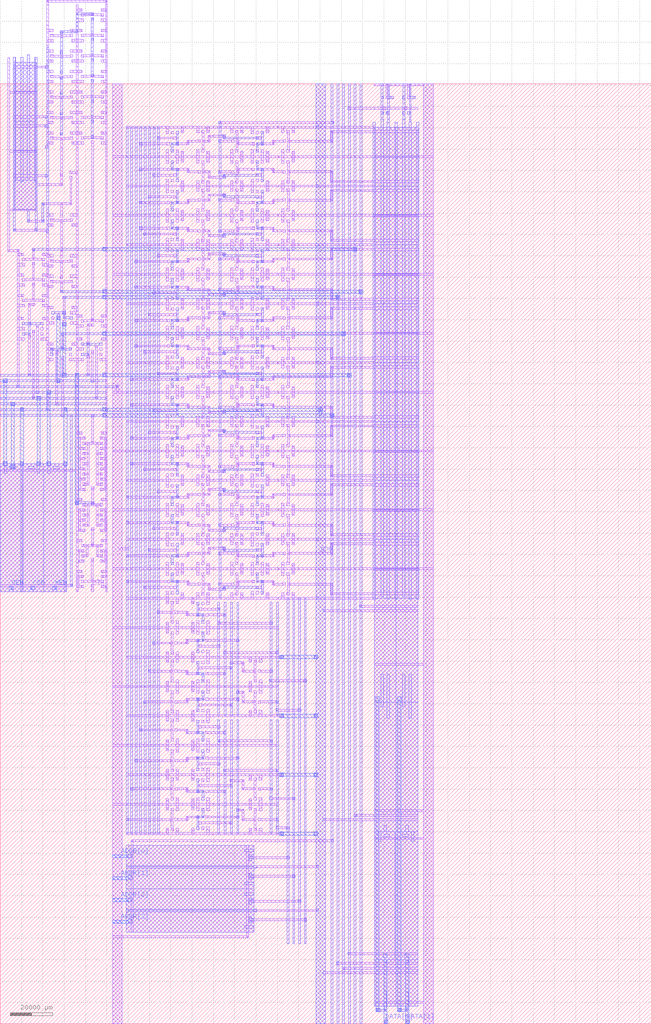
<source format=lef>
VERSION 5.4 ;
NAMESCASESENSITIVE ON ;
BUSBITCHARS "[]" ;
DIVIDERCHAR "/" ;
UNITS
  DATABASE MICRONS 1000 ;
END UNITS
SITE  MacroSite
   CLASS Core ;
   SIZE 305400.0 by 440700.0 ;
END  MacroSite
MACRO sram_2_16_1_scn3me_subm
   CLASS BLOCK ;
   SIZE 305400.0 BY 440700.0 ;
   SYMMETRY X Y R90 ;
   SITE MacroSite ;
   PIN DATA[0]
      DIRECTION INOUT ;
      PORT
         LAYER metal2 ;
         RECT  180000.0 0.0 180900.0 1800.0 ;
      END
   END DATA[0]
   PIN DATA[1]
      DIRECTION INOUT ;
      PORT
         LAYER metal2 ;
         RECT  190200.0 0.0 191100.0 1800.0 ;
      END
   END DATA[1]
   PIN ADDR[0]
      DIRECTION INPUT ;
      PORT
         LAYER metal3 ;
         RECT  52800.0 77700.0 60000.0 79200.0 ;
      END
   END ADDR[0]
   PIN ADDR[1]
      DIRECTION INPUT ;
      PORT
         LAYER metal3 ;
         RECT  52800.0 67500.0 60000.0 69000.0 ;
      END
   END ADDR[1]
   PIN ADDR[2]
      DIRECTION INPUT ;
      PORT
         LAYER metal3 ;
         RECT  52800.0 57300.0 60000.0 58800.0 ;
      END
   END ADDR[2]
   PIN ADDR[3]
      DIRECTION INPUT ;
      PORT
         LAYER metal3 ;
         RECT  52800.0 47100.0 60000.0 48600.0 ;
      END
   END ADDR[3]
   PIN CSb
      DIRECTION INPUT ;
      PORT
         LAYER metal3 ;
         RECT  14400.0 203400.0 16200.0 205200.0 ;
      END
   END CSb
   PIN WEb
      DIRECTION INPUT ;
      PORT
         LAYER metal3 ;
         RECT  24600.0 203400.0 26400.0 205200.0 ;
      END
   END WEb
   PIN OEb
      DIRECTION INPUT ;
      PORT
         LAYER metal3 ;
         RECT  4200.0 203400.0 6000.0 205200.0 ;
      END
   END OEb
   PIN clk
      DIRECTION INPUT ;
      PORT
         LAYER metal1 ;
         RECT  42600.0 202500.0 43800.0 206100.0 ;
      END
   END clk
   PIN vdd
      DIRECTION INOUT ;
      USE POWER ; 
      SHAPE ABUTMENT ; 
      PORT
         LAYER metal1 ;
         RECT  198600.0 0.0 203100.0 440700.0 ;
         LAYER metal1 ;
         RECT  52800.0 0.0 57300.0 440700.0 ;
      END
   END vdd
   PIN gnd
      DIRECTION INOUT ;
      USE GROUND ; 
      SHAPE ABUTMENT ; 
      PORT
         LAYER metal2 ;
         RECT  148050.0 0.0 152550.0 440700.0 ;
      END
   END gnd
   OBS
   LAYER  metal1 ;
      RECT  54600.0 295950.0 55500.0 298650.0 ;
      RECT  97500.0 205650.0 98400.0 206550.0 ;
      RECT  97500.0 203250.0 98400.0 204150.0 ;
      RECT  96150.0 205650.0 97950.0 206550.0 ;
      RECT  97500.0 203700.0 98400.0 206100.0 ;
      RECT  97950.0 203250.0 99900.0 204150.0 ;
      RECT  154950.0 205650.0 155850.0 206550.0 ;
      RECT  154950.0 201150.0 155850.0 202050.0 ;
      RECT  136050.0 205650.0 155400.0 206550.0 ;
      RECT  154950.0 201600.0 155850.0 206100.0 ;
      RECT  155400.0 201150.0 174900.0 202050.0 ;
      RECT  97500.0 220050.0 98400.0 220950.0 ;
      RECT  97500.0 222450.0 98400.0 223350.0 ;
      RECT  96150.0 220050.0 97950.0 220950.0 ;
      RECT  97500.0 220500.0 98400.0 222900.0 ;
      RECT  97950.0 222450.0 99900.0 223350.0 ;
      RECT  154950.0 220050.0 155850.0 220950.0 ;
      RECT  154950.0 224550.0 155850.0 225450.0 ;
      RECT  136050.0 220050.0 155400.0 220950.0 ;
      RECT  154950.0 220500.0 155850.0 225000.0 ;
      RECT  155400.0 224550.0 174900.0 225450.0 ;
      RECT  97500.0 233250.0 98400.0 234150.0 ;
      RECT  97500.0 230850.0 98400.0 231750.0 ;
      RECT  96150.0 233250.0 97950.0 234150.0 ;
      RECT  97500.0 231300.0 98400.0 233700.0 ;
      RECT  97950.0 230850.0 99900.0 231750.0 ;
      RECT  154950.0 233250.0 155850.0 234150.0 ;
      RECT  154950.0 228750.0 155850.0 229650.0 ;
      RECT  136050.0 233250.0 155400.0 234150.0 ;
      RECT  154950.0 229200.0 155850.0 233700.0 ;
      RECT  155400.0 228750.0 174900.0 229650.0 ;
      RECT  97500.0 247650.0 98400.0 248550.0 ;
      RECT  97500.0 250050.0 98400.0 250950.0 ;
      RECT  96150.0 247650.0 97950.0 248550.0 ;
      RECT  97500.0 248100.0 98400.0 250500.0 ;
      RECT  97950.0 250050.0 99900.0 250950.0 ;
      RECT  154950.0 247650.0 155850.0 248550.0 ;
      RECT  154950.0 252150.0 155850.0 253050.0 ;
      RECT  136050.0 247650.0 155400.0 248550.0 ;
      RECT  154950.0 248100.0 155850.0 252600.0 ;
      RECT  155400.0 252150.0 174900.0 253050.0 ;
      RECT  97500.0 260850.0 98400.0 261750.0 ;
      RECT  97500.0 258450.0 98400.0 259350.0 ;
      RECT  96150.0 260850.0 97950.0 261750.0 ;
      RECT  97500.0 258900.0 98400.0 261300.0 ;
      RECT  97950.0 258450.0 99900.0 259350.0 ;
      RECT  154950.0 260850.0 155850.0 261750.0 ;
      RECT  154950.0 256350.0 155850.0 257250.0 ;
      RECT  136050.0 260850.0 155400.0 261750.0 ;
      RECT  154950.0 256800.0 155850.0 261300.0 ;
      RECT  155400.0 256350.0 174900.0 257250.0 ;
      RECT  97500.0 275250.0 98400.0 276150.0 ;
      RECT  97500.0 277650.0 98400.0 278550.0 ;
      RECT  96150.0 275250.0 97950.0 276150.0 ;
      RECT  97500.0 275700.0 98400.0 278100.0 ;
      RECT  97950.0 277650.0 99900.0 278550.0 ;
      RECT  154950.0 275250.0 155850.0 276150.0 ;
      RECT  154950.0 279750.0 155850.0 280650.0 ;
      RECT  136050.0 275250.0 155400.0 276150.0 ;
      RECT  154950.0 275700.0 155850.0 280200.0 ;
      RECT  155400.0 279750.0 174900.0 280650.0 ;
      RECT  97500.0 288450.0 98400.0 289350.0 ;
      RECT  97500.0 286050.0 98400.0 286950.0 ;
      RECT  96150.0 288450.0 97950.0 289350.0 ;
      RECT  97500.0 286500.0 98400.0 288900.0 ;
      RECT  97950.0 286050.0 99900.0 286950.0 ;
      RECT  154950.0 288450.0 155850.0 289350.0 ;
      RECT  154950.0 283950.0 155850.0 284850.0 ;
      RECT  136050.0 288450.0 155400.0 289350.0 ;
      RECT  154950.0 284400.0 155850.0 288900.0 ;
      RECT  155400.0 283950.0 174900.0 284850.0 ;
      RECT  97500.0 302850.0 98400.0 303750.0 ;
      RECT  97500.0 305250.0 98400.0 306150.0 ;
      RECT  96150.0 302850.0 97950.0 303750.0 ;
      RECT  97500.0 303300.0 98400.0 305700.0 ;
      RECT  97950.0 305250.0 99900.0 306150.0 ;
      RECT  154950.0 302850.0 155850.0 303750.0 ;
      RECT  154950.0 307350.0 155850.0 308250.0 ;
      RECT  136050.0 302850.0 155400.0 303750.0 ;
      RECT  154950.0 303300.0 155850.0 307800.0 ;
      RECT  155400.0 307350.0 174900.0 308250.0 ;
      RECT  97500.0 316050.0 98400.0 316950.0 ;
      RECT  97500.0 313650.0 98400.0 314550.0 ;
      RECT  96150.0 316050.0 97950.0 316950.0 ;
      RECT  97500.0 314100.0 98400.0 316500.0 ;
      RECT  97950.0 313650.0 99900.0 314550.0 ;
      RECT  154950.0 316050.0 155850.0 316950.0 ;
      RECT  154950.0 311550.0 155850.0 312450.0 ;
      RECT  136050.0 316050.0 155400.0 316950.0 ;
      RECT  154950.0 312000.0 155850.0 316500.0 ;
      RECT  155400.0 311550.0 174900.0 312450.0 ;
      RECT  97500.0 330450.0 98400.0 331350.0 ;
      RECT  97500.0 332850.0 98400.0 333750.0 ;
      RECT  96150.0 330450.0 97950.0 331350.0 ;
      RECT  97500.0 330900.0 98400.0 333300.0 ;
      RECT  97950.0 332850.0 99900.0 333750.0 ;
      RECT  154950.0 330450.0 155850.0 331350.0 ;
      RECT  154950.0 334950.0 155850.0 335850.0 ;
      RECT  136050.0 330450.0 155400.0 331350.0 ;
      RECT  154950.0 330900.0 155850.0 335400.0 ;
      RECT  155400.0 334950.0 174900.0 335850.0 ;
      RECT  97500.0 343650.0 98400.0 344550.0 ;
      RECT  97500.0 341250.0 98400.0 342150.0 ;
      RECT  96150.0 343650.0 97950.0 344550.0 ;
      RECT  97500.0 341700.0 98400.0 344100.0 ;
      RECT  97950.0 341250.0 99900.0 342150.0 ;
      RECT  154950.0 343650.0 155850.0 344550.0 ;
      RECT  154950.0 339150.0 155850.0 340050.0 ;
      RECT  136050.0 343650.0 155400.0 344550.0 ;
      RECT  154950.0 339600.0 155850.0 344100.0 ;
      RECT  155400.0 339150.0 174900.0 340050.0 ;
      RECT  97500.0 358050.0 98400.0 358950.0 ;
      RECT  97500.0 360450.0 98400.0 361350.0 ;
      RECT  96150.0 358050.0 97950.0 358950.0 ;
      RECT  97500.0 358500.0 98400.0 360900.0 ;
      RECT  97950.0 360450.0 99900.0 361350.0 ;
      RECT  154950.0 358050.0 155850.0 358950.0 ;
      RECT  154950.0 362550.0 155850.0 363450.0 ;
      RECT  136050.0 358050.0 155400.0 358950.0 ;
      RECT  154950.0 358500.0 155850.0 363000.0 ;
      RECT  155400.0 362550.0 174900.0 363450.0 ;
      RECT  97500.0 371250.0 98400.0 372150.0 ;
      RECT  97500.0 368850.0 98400.0 369750.0 ;
      RECT  96150.0 371250.0 97950.0 372150.0 ;
      RECT  97500.0 369300.0 98400.0 371700.0 ;
      RECT  97950.0 368850.0 99900.0 369750.0 ;
      RECT  154950.0 371250.0 155850.0 372150.0 ;
      RECT  154950.0 366750.0 155850.0 367650.0 ;
      RECT  136050.0 371250.0 155400.0 372150.0 ;
      RECT  154950.0 367200.0 155850.0 371700.0 ;
      RECT  155400.0 366750.0 174900.0 367650.0 ;
      RECT  97500.0 385650.0 98400.0 386550.0 ;
      RECT  97500.0 388050.0 98400.0 388950.0 ;
      RECT  96150.0 385650.0 97950.0 386550.0 ;
      RECT  97500.0 386100.0 98400.0 388500.0 ;
      RECT  97950.0 388050.0 99900.0 388950.0 ;
      RECT  154950.0 385650.0 155850.0 386550.0 ;
      RECT  154950.0 390150.0 155850.0 391050.0 ;
      RECT  136050.0 385650.0 155400.0 386550.0 ;
      RECT  154950.0 386100.0 155850.0 390600.0 ;
      RECT  155400.0 390150.0 174900.0 391050.0 ;
      RECT  97500.0 398850.0 98400.0 399750.0 ;
      RECT  97500.0 396450.0 98400.0 397350.0 ;
      RECT  96150.0 398850.0 97950.0 399750.0 ;
      RECT  97500.0 396900.0 98400.0 399300.0 ;
      RECT  97950.0 396450.0 99900.0 397350.0 ;
      RECT  154950.0 398850.0 155850.0 399750.0 ;
      RECT  154950.0 394350.0 155850.0 395250.0 ;
      RECT  136050.0 398850.0 155400.0 399750.0 ;
      RECT  154950.0 394800.0 155850.0 399300.0 ;
      RECT  155400.0 394350.0 174900.0 395250.0 ;
      RECT  97500.0 413250.0 98400.0 414150.0 ;
      RECT  97500.0 415650.0 98400.0 416550.0 ;
      RECT  96150.0 413250.0 97950.0 414150.0 ;
      RECT  97500.0 413700.0 98400.0 416100.0 ;
      RECT  97950.0 415650.0 99900.0 416550.0 ;
      RECT  154950.0 413250.0 155850.0 414150.0 ;
      RECT  154950.0 417750.0 155850.0 418650.0 ;
      RECT  136050.0 413250.0 155400.0 414150.0 ;
      RECT  154950.0 413700.0 155850.0 418200.0 ;
      RECT  155400.0 417750.0 174900.0 418650.0 ;
      RECT  106200.0 199050.0 175500.0 199950.0 ;
      RECT  106200.0 226650.0 175500.0 227550.0 ;
      RECT  106200.0 254250.0 175500.0 255150.0 ;
      RECT  106200.0 281850.0 175500.0 282750.0 ;
      RECT  106200.0 309450.0 175500.0 310350.0 ;
      RECT  106200.0 337050.0 175500.0 337950.0 ;
      RECT  106200.0 364650.0 175500.0 365550.0 ;
      RECT  106200.0 392250.0 175500.0 393150.0 ;
      RECT  106200.0 419850.0 175500.0 420750.0 ;
      RECT  52800.0 212850.0 203100.0 213750.0 ;
      RECT  52800.0 240450.0 203100.0 241350.0 ;
      RECT  52800.0 268050.0 203100.0 268950.0 ;
      RECT  52800.0 295650.0 203100.0 296550.0 ;
      RECT  52800.0 323250.0 203100.0 324150.0 ;
      RECT  52800.0 350850.0 203100.0 351750.0 ;
      RECT  52800.0 378450.0 203100.0 379350.0 ;
      RECT  52800.0 406050.0 203100.0 406950.0 ;
      RECT  130500.0 91350.0 135000.0 92250.0 ;
      RECT  127500.0 105150.0 137700.0 106050.0 ;
      RECT  130500.0 146550.0 140400.0 147450.0 ;
      RECT  127500.0 160350.0 143100.0 161250.0 ;
      RECT  130500.0 88650.0 132000.0 89550.0 ;
      RECT  130500.0 116250.0 132000.0 117150.0 ;
      RECT  130500.0 143850.0 132000.0 144750.0 ;
      RECT  130500.0 171450.0 132000.0 172350.0 ;
      RECT  52800.0 102450.0 130500.0 103350.0 ;
      RECT  52800.0 130050.0 130500.0 130950.0 ;
      RECT  52800.0 157650.0 130500.0 158550.0 ;
      RECT  52800.0 185250.0 130500.0 186150.0 ;
      RECT  117900.0 77400.0 135000.0 78300.0 ;
      RECT  117900.0 68700.0 137700.0 69600.0 ;
      RECT  117900.0 57000.0 140400.0 57900.0 ;
      RECT  117900.0 48300.0 143100.0 49200.0 ;
      RECT  119100.0 73050.0 149250.0 73950.0 ;
      RECT  119100.0 52650.0 149250.0 53550.0 ;
      RECT  115500.0 40350.0 116400.0 41250.0 ;
      RECT  115500.0 40800.0 116400.0 42900.0 ;
      RECT  52800.0 40350.0 115950.0 41250.0 ;
      RECT  163800.0 32400.0 175500.0 33300.0 ;
      RECT  158400.0 27900.0 175500.0 28800.0 ;
      RECT  161100.0 25500.0 175500.0 26400.0 ;
      RECT  163800.0 428700.0 175500.0 429600.0 ;
      RECT  166500.0 97200.0 175500.0 98100.0 ;
      RECT  169200.0 195300.0 175500.0 196200.0 ;
      RECT  61500.0 85350.0 62400.0 86250.0 ;
      RECT  61500.0 83700.0 62400.0 85800.0 ;
      RECT  61950.0 85350.0 155700.0 86250.0 ;
      RECT  103050.0 421950.0 156600.0 422850.0 ;
      RECT  175500.0 439800.0 198600.0 440700.0 ;
      RECT  175500.0 168000.0 198600.0 168900.0 ;
      RECT  175500.0 99300.0 198600.0 100200.0 ;
      RECT  175500.0 86400.0 198600.0 87300.0 ;
      RECT  175500.0 9600.0 198600.0 10500.0 ;
      RECT  152550.0 23400.0 175500.0 24300.0 ;
      RECT  152550.0 193200.0 175500.0 194100.0 ;
      RECT  152550.0 95100.0 175500.0 96000.0 ;
      RECT  175500.0 199500.0 185700.0 213300.0 ;
      RECT  175500.0 227100.0 185700.0 213300.0 ;
      RECT  175500.0 227100.0 185700.0 240900.0 ;
      RECT  175500.0 254700.0 185700.0 240900.0 ;
      RECT  175500.0 254700.0 185700.0 268500.0 ;
      RECT  175500.0 282300.0 185700.0 268500.0 ;
      RECT  175500.0 282300.0 185700.0 296100.0 ;
      RECT  175500.0 309900.0 185700.0 296100.0 ;
      RECT  175500.0 309900.0 185700.0 323700.0 ;
      RECT  175500.0 337500.0 185700.0 323700.0 ;
      RECT  175500.0 337500.0 185700.0 351300.0 ;
      RECT  175500.0 365100.0 185700.0 351300.0 ;
      RECT  175500.0 365100.0 185700.0 378900.0 ;
      RECT  175500.0 392700.0 185700.0 378900.0 ;
      RECT  175500.0 392700.0 185700.0 406500.0 ;
      RECT  175500.0 420300.0 185700.0 406500.0 ;
      RECT  185700.0 199500.0 195900.0 213300.0 ;
      RECT  185700.0 227100.0 195900.0 213300.0 ;
      RECT  185700.0 227100.0 195900.0 240900.0 ;
      RECT  185700.0 254700.0 195900.0 240900.0 ;
      RECT  185700.0 254700.0 195900.0 268500.0 ;
      RECT  185700.0 282300.0 195900.0 268500.0 ;
      RECT  185700.0 282300.0 195900.0 296100.0 ;
      RECT  185700.0 309900.0 195900.0 296100.0 ;
      RECT  185700.0 309900.0 195900.0 323700.0 ;
      RECT  185700.0 337500.0 195900.0 323700.0 ;
      RECT  185700.0 337500.0 195900.0 351300.0 ;
      RECT  185700.0 365100.0 195900.0 351300.0 ;
      RECT  185700.0 365100.0 195900.0 378900.0 ;
      RECT  185700.0 392700.0 195900.0 378900.0 ;
      RECT  185700.0 392700.0 195900.0 406500.0 ;
      RECT  185700.0 420300.0 195900.0 406500.0 ;
      RECT  174900.0 201000.0 196500.0 202200.0 ;
      RECT  174900.0 224400.0 196500.0 225600.0 ;
      RECT  174900.0 228600.0 196500.0 229800.0 ;
      RECT  174900.0 252000.0 196500.0 253200.0 ;
      RECT  174900.0 256200.0 196500.0 257400.0 ;
      RECT  174900.0 279600.0 196500.0 280800.0 ;
      RECT  174900.0 283800.0 196500.0 285000.0 ;
      RECT  174900.0 307200.0 196500.0 308400.0 ;
      RECT  174900.0 311400.0 196500.0 312600.0 ;
      RECT  174900.0 334800.0 196500.0 336000.0 ;
      RECT  174900.0 339000.0 196500.0 340200.0 ;
      RECT  174900.0 362400.0 196500.0 363600.0 ;
      RECT  174900.0 366600.0 196500.0 367800.0 ;
      RECT  174900.0 390000.0 196500.0 391200.0 ;
      RECT  174900.0 394200.0 196500.0 395400.0 ;
      RECT  174900.0 417600.0 196500.0 418800.0 ;
      RECT  174900.0 212700.0 196500.0 213600.0 ;
      RECT  174900.0 240300.0 196500.0 241200.0 ;
      RECT  174900.0 267900.0 196500.0 268800.0 ;
      RECT  174900.0 295500.0 196500.0 296400.0 ;
      RECT  174900.0 323100.0 196500.0 324000.0 ;
      RECT  174900.0 350700.0 196500.0 351600.0 ;
      RECT  174900.0 378300.0 196500.0 379200.0 ;
      RECT  174900.0 405900.0 196500.0 406800.0 ;
      RECT  180900.0 433500.0 182100.0 440700.0 ;
      RECT  178500.0 426300.0 179700.0 427500.0 ;
      RECT  180900.0 426300.0 182100.0 427500.0 ;
      RECT  180900.0 426300.0 182100.0 427500.0 ;
      RECT  178500.0 426300.0 179700.0 427500.0 ;
      RECT  178500.0 433500.0 179700.0 434700.0 ;
      RECT  180900.0 433500.0 182100.0 434700.0 ;
      RECT  180900.0 433500.0 182100.0 434700.0 ;
      RECT  178500.0 433500.0 179700.0 434700.0 ;
      RECT  180900.0 433500.0 182100.0 434700.0 ;
      RECT  183300.0 433500.0 184500.0 434700.0 ;
      RECT  183300.0 433500.0 184500.0 434700.0 ;
      RECT  180900.0 433500.0 182100.0 434700.0 ;
      RECT  180600.0 428550.0 179400.0 429750.0 ;
      RECT  180900.0 438900.0 182100.0 440100.0 ;
      RECT  178500.0 426300.0 179700.0 427500.0 ;
      RECT  180900.0 426300.0 182100.0 427500.0 ;
      RECT  178500.0 433500.0 179700.0 434700.0 ;
      RECT  183300.0 433500.0 184500.0 434700.0 ;
      RECT  175500.0 428700.0 185700.0 429600.0 ;
      RECT  175500.0 439800.0 185700.0 440700.0 ;
      RECT  191100.0 433500.0 192300.0 440700.0 ;
      RECT  188700.0 426300.0 189900.0 427500.0 ;
      RECT  191100.0 426300.0 192300.0 427500.0 ;
      RECT  191100.0 426300.0 192300.0 427500.0 ;
      RECT  188700.0 426300.0 189900.0 427500.0 ;
      RECT  188700.0 433500.0 189900.0 434700.0 ;
      RECT  191100.0 433500.0 192300.0 434700.0 ;
      RECT  191100.0 433500.0 192300.0 434700.0 ;
      RECT  188700.0 433500.0 189900.0 434700.0 ;
      RECT  191100.0 433500.0 192300.0 434700.0 ;
      RECT  193500.0 433500.0 194700.0 434700.0 ;
      RECT  193500.0 433500.0 194700.0 434700.0 ;
      RECT  191100.0 433500.0 192300.0 434700.0 ;
      RECT  190800.0 428550.0 189600.0 429750.0 ;
      RECT  191100.0 438900.0 192300.0 440100.0 ;
      RECT  188700.0 426300.0 189900.0 427500.0 ;
      RECT  191100.0 426300.0 192300.0 427500.0 ;
      RECT  188700.0 433500.0 189900.0 434700.0 ;
      RECT  193500.0 433500.0 194700.0 434700.0 ;
      RECT  185700.0 428700.0 195900.0 429600.0 ;
      RECT  185700.0 439800.0 195900.0 440700.0 ;
      RECT  175500.0 428700.0 195900.0 429600.0 ;
      RECT  175500.0 439800.0 195900.0 440700.0 ;
      RECT  175500.0 150600.0 185700.0 199500.0 ;
      RECT  185700.0 150600.0 195900.0 199500.0 ;
      RECT  175500.0 195300.0 195900.0 196200.0 ;
      RECT  175500.0 168000.0 195900.0 168900.0 ;
      RECT  175500.0 193200.0 195900.0 194100.0 ;
      RECT  175500.0 90000.0 185700.0 150600.0 ;
      RECT  185700.0 90000.0 195900.0 150600.0 ;
      RECT  175500.0 97200.0 195900.0 98100.0 ;
      RECT  175500.0 99300.0 195900.0 100200.0 ;
      RECT  175500.0 95100.0 195900.0 96000.0 ;
      RECT  175500.0 30000.0 185700.0 90000.0 ;
      RECT  195900.0 30000.0 185700.0 90000.0 ;
      RECT  175500.0 32400.0 195900.0 33300.0 ;
      RECT  175500.0 86400.0 195900.0 87300.0 ;
      RECT  175500.0 30000.0 185700.0 8100.0 ;
      RECT  185700.0 30000.0 195900.0 8100.0 ;
      RECT  175500.0 26400.0 195900.0 25500.0 ;
      RECT  175500.0 28800.0 195900.0 27900.0 ;
      RECT  175500.0 10500.0 195900.0 9600.0 ;
      RECT  175500.0 24300.0 195900.0 23400.0 ;
      RECT  87750.0 206850.0 88650.0 207750.0 ;
      RECT  87750.0 205650.0 88650.0 206550.0 ;
      RECT  83700.0 206850.0 88200.0 207750.0 ;
      RECT  87750.0 206100.0 88650.0 207300.0 ;
      RECT  88200.0 205650.0 92700.0 206550.0 ;
      RECT  87750.0 218850.0 88650.0 219750.0 ;
      RECT  87750.0 220050.0 88650.0 220950.0 ;
      RECT  83700.0 218850.0 88200.0 219750.0 ;
      RECT  87750.0 219300.0 88650.0 220500.0 ;
      RECT  88200.0 220050.0 92700.0 220950.0 ;
      RECT  87750.0 234450.0 88650.0 235350.0 ;
      RECT  87750.0 233250.0 88650.0 234150.0 ;
      RECT  83700.0 234450.0 88200.0 235350.0 ;
      RECT  87750.0 233700.0 88650.0 234900.0 ;
      RECT  88200.0 233250.0 92700.0 234150.0 ;
      RECT  87750.0 246450.0 88650.0 247350.0 ;
      RECT  87750.0 247650.0 88650.0 248550.0 ;
      RECT  83700.0 246450.0 88200.0 247350.0 ;
      RECT  87750.0 246900.0 88650.0 248100.0 ;
      RECT  88200.0 247650.0 92700.0 248550.0 ;
      RECT  87750.0 262050.0 88650.0 262950.0 ;
      RECT  87750.0 260850.0 88650.0 261750.0 ;
      RECT  83700.0 262050.0 88200.0 262950.0 ;
      RECT  87750.0 261300.0 88650.0 262500.0 ;
      RECT  88200.0 260850.0 92700.0 261750.0 ;
      RECT  87750.0 274050.0 88650.0 274950.0 ;
      RECT  87750.0 275250.0 88650.0 276150.0 ;
      RECT  83700.0 274050.0 88200.0 274950.0 ;
      RECT  87750.0 274500.0 88650.0 275700.0 ;
      RECT  88200.0 275250.0 92700.0 276150.0 ;
      RECT  87750.0 289650.0 88650.0 290550.0 ;
      RECT  87750.0 288450.0 88650.0 289350.0 ;
      RECT  83700.0 289650.0 88200.0 290550.0 ;
      RECT  87750.0 288900.0 88650.0 290100.0 ;
      RECT  88200.0 288450.0 92700.0 289350.0 ;
      RECT  87750.0 301650.0 88650.0 302550.0 ;
      RECT  87750.0 302850.0 88650.0 303750.0 ;
      RECT  83700.0 301650.0 88200.0 302550.0 ;
      RECT  87750.0 302100.0 88650.0 303300.0 ;
      RECT  88200.0 302850.0 92700.0 303750.0 ;
      RECT  87750.0 317250.0 88650.0 318150.0 ;
      RECT  87750.0 316050.0 88650.0 316950.0 ;
      RECT  83700.0 317250.0 88200.0 318150.0 ;
      RECT  87750.0 316500.0 88650.0 317700.0 ;
      RECT  88200.0 316050.0 92700.0 316950.0 ;
      RECT  87750.0 329250.0 88650.0 330150.0 ;
      RECT  87750.0 330450.0 88650.0 331350.0 ;
      RECT  83700.0 329250.0 88200.0 330150.0 ;
      RECT  87750.0 329700.0 88650.0 330900.0 ;
      RECT  88200.0 330450.0 92700.0 331350.0 ;
      RECT  87750.0 344850.0 88650.0 345750.0 ;
      RECT  87750.0 343650.0 88650.0 344550.0 ;
      RECT  83700.0 344850.0 88200.0 345750.0 ;
      RECT  87750.0 344100.0 88650.0 345300.0 ;
      RECT  88200.0 343650.0 92700.0 344550.0 ;
      RECT  87750.0 356850.0 88650.0 357750.0 ;
      RECT  87750.0 358050.0 88650.0 358950.0 ;
      RECT  83700.0 356850.0 88200.0 357750.0 ;
      RECT  87750.0 357300.0 88650.0 358500.0 ;
      RECT  88200.0 358050.0 92700.0 358950.0 ;
      RECT  87750.0 372450.0 88650.0 373350.0 ;
      RECT  87750.0 371250.0 88650.0 372150.0 ;
      RECT  83700.0 372450.0 88200.0 373350.0 ;
      RECT  87750.0 371700.0 88650.0 372900.0 ;
      RECT  88200.0 371250.0 92700.0 372150.0 ;
      RECT  87750.0 384450.0 88650.0 385350.0 ;
      RECT  87750.0 385650.0 88650.0 386550.0 ;
      RECT  83700.0 384450.0 88200.0 385350.0 ;
      RECT  87750.0 384900.0 88650.0 386100.0 ;
      RECT  88200.0 385650.0 92700.0 386550.0 ;
      RECT  87750.0 400050.0 88650.0 400950.0 ;
      RECT  87750.0 398850.0 88650.0 399750.0 ;
      RECT  83700.0 400050.0 88200.0 400950.0 ;
      RECT  87750.0 399300.0 88650.0 400500.0 ;
      RECT  88200.0 398850.0 92700.0 399750.0 ;
      RECT  87750.0 412050.0 88650.0 412950.0 ;
      RECT  87750.0 413250.0 88650.0 414150.0 ;
      RECT  83700.0 412050.0 88200.0 412950.0 ;
      RECT  87750.0 412500.0 88650.0 413700.0 ;
      RECT  88200.0 413250.0 92700.0 414150.0 ;
      RECT  59550.0 95250.0 75900.0 96150.0 ;
      RECT  61650.0 109650.0 75900.0 110550.0 ;
      RECT  63750.0 122850.0 75900.0 123750.0 ;
      RECT  65850.0 137250.0 75900.0 138150.0 ;
      RECT  67950.0 150450.0 75900.0 151350.0 ;
      RECT  70050.0 164850.0 75900.0 165750.0 ;
      RECT  72150.0 178050.0 75900.0 178950.0 ;
      RECT  74250.0 192450.0 75900.0 193350.0 ;
      RECT  59550.0 206850.0 78300.0 207750.0 ;
      RECT  67950.0 204150.0 81300.0 205050.0 ;
      RECT  59550.0 218850.0 78300.0 219750.0 ;
      RECT  70050.0 221550.0 81300.0 222450.0 ;
      RECT  59550.0 234450.0 78300.0 235350.0 ;
      RECT  72150.0 231750.0 81300.0 232650.0 ;
      RECT  59550.0 246450.0 78300.0 247350.0 ;
      RECT  74250.0 249150.0 81300.0 250050.0 ;
      RECT  61650.0 262050.0 78300.0 262950.0 ;
      RECT  67950.0 259350.0 81300.0 260250.0 ;
      RECT  61650.0 274050.0 78300.0 274950.0 ;
      RECT  70050.0 276750.0 81300.0 277650.0 ;
      RECT  61650.0 289650.0 78300.0 290550.0 ;
      RECT  72150.0 286950.0 81300.0 287850.0 ;
      RECT  61650.0 301650.0 78300.0 302550.0 ;
      RECT  74250.0 304350.0 81300.0 305250.0 ;
      RECT  63750.0 317250.0 78300.0 318150.0 ;
      RECT  67950.0 314550.0 81300.0 315450.0 ;
      RECT  63750.0 329250.0 78300.0 330150.0 ;
      RECT  70050.0 331950.0 81300.0 332850.0 ;
      RECT  63750.0 344850.0 78300.0 345750.0 ;
      RECT  72150.0 342150.0 81300.0 343050.0 ;
      RECT  63750.0 356850.0 78300.0 357750.0 ;
      RECT  74250.0 359550.0 81300.0 360450.0 ;
      RECT  65850.0 372450.0 78300.0 373350.0 ;
      RECT  67950.0 369750.0 81300.0 370650.0 ;
      RECT  65850.0 384450.0 78300.0 385350.0 ;
      RECT  70050.0 387150.0 81300.0 388050.0 ;
      RECT  65850.0 400050.0 78300.0 400950.0 ;
      RECT  72150.0 397350.0 81300.0 398250.0 ;
      RECT  65850.0 412050.0 78300.0 412950.0 ;
      RECT  74250.0 414750.0 81300.0 415650.0 ;
      RECT  114450.0 95250.0 113550.0 96150.0 ;
      RECT  114450.0 99750.0 113550.0 100650.0 ;
      RECT  118650.0 95250.0 114000.0 96150.0 ;
      RECT  114450.0 95700.0 113550.0 100200.0 ;
      RECT  114000.0 99750.0 111450.0 100650.0 ;
      RECT  130050.0 95250.0 122100.0 96150.0 ;
      RECT  114450.0 109650.0 113550.0 110550.0 ;
      RECT  114450.0 113550.0 113550.0 114450.0 ;
      RECT  118650.0 109650.0 114000.0 110550.0 ;
      RECT  114450.0 110100.0 113550.0 114000.0 ;
      RECT  114000.0 113550.0 108450.0 114450.0 ;
      RECT  127050.0 109650.0 122100.0 110550.0 ;
      RECT  130050.0 118350.0 105450.0 119250.0 ;
      RECT  127050.0 132150.0 102450.0 133050.0 ;
      RECT  111450.0 96450.0 97500.0 97350.0 ;
      RECT  108450.0 93750.0 94500.0 94650.0 ;
      RECT  105450.0 108450.0 97500.0 109350.0 ;
      RECT  108450.0 111150.0 94500.0 112050.0 ;
      RECT  111450.0 124050.0 97500.0 124950.0 ;
      RECT  102450.0 121350.0 94500.0 122250.0 ;
      RECT  105450.0 136050.0 97500.0 136950.0 ;
      RECT  102450.0 138750.0 94500.0 139650.0 ;
      RECT  88050.0 96450.0 87150.0 97350.0 ;
      RECT  88050.0 95250.0 87150.0 96150.0 ;
      RECT  92100.0 96450.0 87600.0 97350.0 ;
      RECT  88050.0 95700.0 87150.0 96900.0 ;
      RECT  87600.0 95250.0 83100.0 96150.0 ;
      RECT  88050.0 108450.0 87150.0 109350.0 ;
      RECT  88050.0 109650.0 87150.0 110550.0 ;
      RECT  92100.0 108450.0 87600.0 109350.0 ;
      RECT  88050.0 108900.0 87150.0 110100.0 ;
      RECT  87600.0 109650.0 83100.0 110550.0 ;
      RECT  88050.0 124050.0 87150.0 124950.0 ;
      RECT  88050.0 122850.0 87150.0 123750.0 ;
      RECT  92100.0 124050.0 87600.0 124950.0 ;
      RECT  88050.0 123300.0 87150.0 124500.0 ;
      RECT  87600.0 122850.0 83100.0 123750.0 ;
      RECT  88050.0 136050.0 87150.0 136950.0 ;
      RECT  88050.0 137250.0 87150.0 138150.0 ;
      RECT  92100.0 136050.0 87600.0 136950.0 ;
      RECT  88050.0 136500.0 87150.0 137700.0 ;
      RECT  87600.0 137250.0 83100.0 138150.0 ;
      RECT  117900.0 100950.0 116700.0 102900.0 ;
      RECT  117900.0 89100.0 116700.0 91050.0 ;
      RECT  122700.0 90450.0 121500.0 88650.0 ;
      RECT  122700.0 99750.0 121500.0 103350.0 ;
      RECT  120000.0 90450.0 119100.0 99750.0 ;
      RECT  122700.0 99750.0 121500.0 100950.0 ;
      RECT  120300.0 99750.0 119100.0 100950.0 ;
      RECT  120300.0 99750.0 119100.0 100950.0 ;
      RECT  122700.0 99750.0 121500.0 100950.0 ;
      RECT  122700.0 90450.0 121500.0 91650.0 ;
      RECT  120300.0 90450.0 119100.0 91650.0 ;
      RECT  120300.0 90450.0 119100.0 91650.0 ;
      RECT  122700.0 90450.0 121500.0 91650.0 ;
      RECT  117900.0 100350.0 116700.0 101550.0 ;
      RECT  117900.0 90450.0 116700.0 91650.0 ;
      RECT  122100.0 95100.0 120900.0 96300.0 ;
      RECT  122100.0 95100.0 120900.0 96300.0 ;
      RECT  119550.0 95250.0 118650.0 96150.0 ;
      RECT  124500.0 102450.0 114900.0 103350.0 ;
      RECT  124500.0 88650.0 114900.0 89550.0 ;
      RECT  117900.0 104850.0 116700.0 102900.0 ;
      RECT  117900.0 116700.0 116700.0 114750.0 ;
      RECT  122700.0 115350.0 121500.0 117150.0 ;
      RECT  122700.0 106050.0 121500.0 102450.0 ;
      RECT  120000.0 115350.0 119100.0 106050.0 ;
      RECT  122700.0 106050.0 121500.0 104850.0 ;
      RECT  120300.0 106050.0 119100.0 104850.0 ;
      RECT  120300.0 106050.0 119100.0 104850.0 ;
      RECT  122700.0 106050.0 121500.0 104850.0 ;
      RECT  122700.0 115350.0 121500.0 114150.0 ;
      RECT  120300.0 115350.0 119100.0 114150.0 ;
      RECT  120300.0 115350.0 119100.0 114150.0 ;
      RECT  122700.0 115350.0 121500.0 114150.0 ;
      RECT  117900.0 105450.0 116700.0 104250.0 ;
      RECT  117900.0 115350.0 116700.0 114150.0 ;
      RECT  122100.0 110700.0 120900.0 109500.0 ;
      RECT  122100.0 110700.0 120900.0 109500.0 ;
      RECT  119550.0 110550.0 118650.0 109650.0 ;
      RECT  124500.0 103350.0 114900.0 102450.0 ;
      RECT  124500.0 117150.0 114900.0 116250.0 ;
      RECT  78900.0 100950.0 77700.0 102900.0 ;
      RECT  78900.0 89100.0 77700.0 91050.0 ;
      RECT  83700.0 90450.0 82500.0 88650.0 ;
      RECT  83700.0 99750.0 82500.0 103350.0 ;
      RECT  81000.0 90450.0 80100.0 99750.0 ;
      RECT  83700.0 99750.0 82500.0 100950.0 ;
      RECT  81300.0 99750.0 80100.0 100950.0 ;
      RECT  81300.0 99750.0 80100.0 100950.0 ;
      RECT  83700.0 99750.0 82500.0 100950.0 ;
      RECT  83700.0 90450.0 82500.0 91650.0 ;
      RECT  81300.0 90450.0 80100.0 91650.0 ;
      RECT  81300.0 90450.0 80100.0 91650.0 ;
      RECT  83700.0 90450.0 82500.0 91650.0 ;
      RECT  78900.0 100350.0 77700.0 101550.0 ;
      RECT  78900.0 90450.0 77700.0 91650.0 ;
      RECT  83100.0 95100.0 81900.0 96300.0 ;
      RECT  83100.0 95100.0 81900.0 96300.0 ;
      RECT  80550.0 95250.0 79650.0 96150.0 ;
      RECT  85500.0 102450.0 75900.0 103350.0 ;
      RECT  85500.0 88650.0 75900.0 89550.0 ;
      RECT  78900.0 104850.0 77700.0 102900.0 ;
      RECT  78900.0 116700.0 77700.0 114750.0 ;
      RECT  83700.0 115350.0 82500.0 117150.0 ;
      RECT  83700.0 106050.0 82500.0 102450.0 ;
      RECT  81000.0 115350.0 80100.0 106050.0 ;
      RECT  83700.0 106050.0 82500.0 104850.0 ;
      RECT  81300.0 106050.0 80100.0 104850.0 ;
      RECT  81300.0 106050.0 80100.0 104850.0 ;
      RECT  83700.0 106050.0 82500.0 104850.0 ;
      RECT  83700.0 115350.0 82500.0 114150.0 ;
      RECT  81300.0 115350.0 80100.0 114150.0 ;
      RECT  81300.0 115350.0 80100.0 114150.0 ;
      RECT  83700.0 115350.0 82500.0 114150.0 ;
      RECT  78900.0 105450.0 77700.0 104250.0 ;
      RECT  78900.0 115350.0 77700.0 114150.0 ;
      RECT  83100.0 110700.0 81900.0 109500.0 ;
      RECT  83100.0 110700.0 81900.0 109500.0 ;
      RECT  80550.0 110550.0 79650.0 109650.0 ;
      RECT  85500.0 103350.0 75900.0 102450.0 ;
      RECT  85500.0 117150.0 75900.0 116250.0 ;
      RECT  78900.0 128550.0 77700.0 130500.0 ;
      RECT  78900.0 116700.0 77700.0 118650.0 ;
      RECT  83700.0 118050.0 82500.0 116250.0 ;
      RECT  83700.0 127350.0 82500.0 130950.0 ;
      RECT  81000.0 118050.0 80100.0 127350.0 ;
      RECT  83700.0 127350.0 82500.0 128550.0 ;
      RECT  81300.0 127350.0 80100.0 128550.0 ;
      RECT  81300.0 127350.0 80100.0 128550.0 ;
      RECT  83700.0 127350.0 82500.0 128550.0 ;
      RECT  83700.0 118050.0 82500.0 119250.0 ;
      RECT  81300.0 118050.0 80100.0 119250.0 ;
      RECT  81300.0 118050.0 80100.0 119250.0 ;
      RECT  83700.0 118050.0 82500.0 119250.0 ;
      RECT  78900.0 127950.0 77700.0 129150.0 ;
      RECT  78900.0 118050.0 77700.0 119250.0 ;
      RECT  83100.0 122700.0 81900.0 123900.0 ;
      RECT  83100.0 122700.0 81900.0 123900.0 ;
      RECT  80550.0 122850.0 79650.0 123750.0 ;
      RECT  85500.0 130050.0 75900.0 130950.0 ;
      RECT  85500.0 116250.0 75900.0 117150.0 ;
      RECT  78900.0 132450.0 77700.0 130500.0 ;
      RECT  78900.0 144300.0 77700.0 142350.0 ;
      RECT  83700.0 142950.0 82500.0 144750.0 ;
      RECT  83700.0 133650.0 82500.0 130050.0 ;
      RECT  81000.0 142950.0 80100.0 133650.0 ;
      RECT  83700.0 133650.0 82500.0 132450.0 ;
      RECT  81300.0 133650.0 80100.0 132450.0 ;
      RECT  81300.0 133650.0 80100.0 132450.0 ;
      RECT  83700.0 133650.0 82500.0 132450.0 ;
      RECT  83700.0 142950.0 82500.0 141750.0 ;
      RECT  81300.0 142950.0 80100.0 141750.0 ;
      RECT  81300.0 142950.0 80100.0 141750.0 ;
      RECT  83700.0 142950.0 82500.0 141750.0 ;
      RECT  78900.0 133050.0 77700.0 131850.0 ;
      RECT  78900.0 142950.0 77700.0 141750.0 ;
      RECT  83100.0 138300.0 81900.0 137100.0 ;
      RECT  83100.0 138300.0 81900.0 137100.0 ;
      RECT  80550.0 138150.0 79650.0 137250.0 ;
      RECT  85500.0 130950.0 75900.0 130050.0 ;
      RECT  85500.0 144750.0 75900.0 143850.0 ;
      RECT  98100.0 91050.0 96900.0 88650.0 ;
      RECT  98100.0 99750.0 96900.0 103350.0 ;
      RECT  93300.0 99750.0 92100.0 103350.0 ;
      RECT  90900.0 100950.0 89700.0 102900.0 ;
      RECT  90900.0 89100.0 89700.0 91050.0 ;
      RECT  98100.0 99750.0 96900.0 100950.0 ;
      RECT  95700.0 99750.0 94500.0 100950.0 ;
      RECT  95700.0 99750.0 94500.0 100950.0 ;
      RECT  98100.0 99750.0 96900.0 100950.0 ;
      RECT  95700.0 99750.0 94500.0 100950.0 ;
      RECT  93300.0 99750.0 92100.0 100950.0 ;
      RECT  93300.0 99750.0 92100.0 100950.0 ;
      RECT  95700.0 99750.0 94500.0 100950.0 ;
      RECT  98100.0 91050.0 96900.0 92250.0 ;
      RECT  95700.0 91050.0 94500.0 92250.0 ;
      RECT  95700.0 91050.0 94500.0 92250.0 ;
      RECT  98100.0 91050.0 96900.0 92250.0 ;
      RECT  95700.0 91050.0 94500.0 92250.0 ;
      RECT  93300.0 91050.0 92100.0 92250.0 ;
      RECT  93300.0 91050.0 92100.0 92250.0 ;
      RECT  95700.0 91050.0 94500.0 92250.0 ;
      RECT  90900.0 100350.0 89700.0 101550.0 ;
      RECT  90900.0 90450.0 89700.0 91650.0 ;
      RECT  93300.0 93600.0 94500.0 94800.0 ;
      RECT  96300.0 96300.0 97500.0 97500.0 ;
      RECT  95700.0 99750.0 94500.0 100950.0 ;
      RECT  93300.0 91050.0 92100.0 92250.0 ;
      RECT  92100.0 96300.0 93300.0 97500.0 ;
      RECT  97500.0 96300.0 96300.0 97500.0 ;
      RECT  94500.0 93600.0 93300.0 94800.0 ;
      RECT  93300.0 96300.0 92100.0 97500.0 ;
      RECT  99900.0 102450.0 85500.0 103350.0 ;
      RECT  99900.0 88650.0 85500.0 89550.0 ;
      RECT  98100.0 114750.0 96900.0 117150.0 ;
      RECT  98100.0 106050.0 96900.0 102450.0 ;
      RECT  93300.0 106050.0 92100.0 102450.0 ;
      RECT  90900.0 104850.0 89700.0 102900.0 ;
      RECT  90900.0 116700.0 89700.0 114750.0 ;
      RECT  98100.0 106050.0 96900.0 104850.0 ;
      RECT  95700.0 106050.0 94500.0 104850.0 ;
      RECT  95700.0 106050.0 94500.0 104850.0 ;
      RECT  98100.0 106050.0 96900.0 104850.0 ;
      RECT  95700.0 106050.0 94500.0 104850.0 ;
      RECT  93300.0 106050.0 92100.0 104850.0 ;
      RECT  93300.0 106050.0 92100.0 104850.0 ;
      RECT  95700.0 106050.0 94500.0 104850.0 ;
      RECT  98100.0 114750.0 96900.0 113550.0 ;
      RECT  95700.0 114750.0 94500.0 113550.0 ;
      RECT  95700.0 114750.0 94500.0 113550.0 ;
      RECT  98100.0 114750.0 96900.0 113550.0 ;
      RECT  95700.0 114750.0 94500.0 113550.0 ;
      RECT  93300.0 114750.0 92100.0 113550.0 ;
      RECT  93300.0 114750.0 92100.0 113550.0 ;
      RECT  95700.0 114750.0 94500.0 113550.0 ;
      RECT  90900.0 105450.0 89700.0 104250.0 ;
      RECT  90900.0 115350.0 89700.0 114150.0 ;
      RECT  93300.0 112200.0 94500.0 111000.0 ;
      RECT  96300.0 109500.0 97500.0 108300.0 ;
      RECT  95700.0 106050.0 94500.0 104850.0 ;
      RECT  93300.0 114750.0 92100.0 113550.0 ;
      RECT  92100.0 109500.0 93300.0 108300.0 ;
      RECT  97500.0 109500.0 96300.0 108300.0 ;
      RECT  94500.0 112200.0 93300.0 111000.0 ;
      RECT  93300.0 109500.0 92100.0 108300.0 ;
      RECT  99900.0 103350.0 85500.0 102450.0 ;
      RECT  99900.0 117150.0 85500.0 116250.0 ;
      RECT  98100.0 118650.0 96900.0 116250.0 ;
      RECT  98100.0 127350.0 96900.0 130950.0 ;
      RECT  93300.0 127350.0 92100.0 130950.0 ;
      RECT  90900.0 128550.0 89700.0 130500.0 ;
      RECT  90900.0 116700.0 89700.0 118650.0 ;
      RECT  98100.0 127350.0 96900.0 128550.0 ;
      RECT  95700.0 127350.0 94500.0 128550.0 ;
      RECT  95700.0 127350.0 94500.0 128550.0 ;
      RECT  98100.0 127350.0 96900.0 128550.0 ;
      RECT  95700.0 127350.0 94500.0 128550.0 ;
      RECT  93300.0 127350.0 92100.0 128550.0 ;
      RECT  93300.0 127350.0 92100.0 128550.0 ;
      RECT  95700.0 127350.0 94500.0 128550.0 ;
      RECT  98100.0 118650.0 96900.0 119850.0 ;
      RECT  95700.0 118650.0 94500.0 119850.0 ;
      RECT  95700.0 118650.0 94500.0 119850.0 ;
      RECT  98100.0 118650.0 96900.0 119850.0 ;
      RECT  95700.0 118650.0 94500.0 119850.0 ;
      RECT  93300.0 118650.0 92100.0 119850.0 ;
      RECT  93300.0 118650.0 92100.0 119850.0 ;
      RECT  95700.0 118650.0 94500.0 119850.0 ;
      RECT  90900.0 127950.0 89700.0 129150.0 ;
      RECT  90900.0 118050.0 89700.0 119250.0 ;
      RECT  93300.0 121200.0 94500.0 122400.0 ;
      RECT  96300.0 123900.0 97500.0 125100.0 ;
      RECT  95700.0 127350.0 94500.0 128550.0 ;
      RECT  93300.0 118650.0 92100.0 119850.0 ;
      RECT  92100.0 123900.0 93300.0 125100.0 ;
      RECT  97500.0 123900.0 96300.0 125100.0 ;
      RECT  94500.0 121200.0 93300.0 122400.0 ;
      RECT  93300.0 123900.0 92100.0 125100.0 ;
      RECT  99900.0 130050.0 85500.0 130950.0 ;
      RECT  99900.0 116250.0 85500.0 117150.0 ;
      RECT  98100.0 142350.0 96900.0 144750.0 ;
      RECT  98100.0 133650.0 96900.0 130050.0 ;
      RECT  93300.0 133650.0 92100.0 130050.0 ;
      RECT  90900.0 132450.0 89700.0 130500.0 ;
      RECT  90900.0 144300.0 89700.0 142350.0 ;
      RECT  98100.0 133650.0 96900.0 132450.0 ;
      RECT  95700.0 133650.0 94500.0 132450.0 ;
      RECT  95700.0 133650.0 94500.0 132450.0 ;
      RECT  98100.0 133650.0 96900.0 132450.0 ;
      RECT  95700.0 133650.0 94500.0 132450.0 ;
      RECT  93300.0 133650.0 92100.0 132450.0 ;
      RECT  93300.0 133650.0 92100.0 132450.0 ;
      RECT  95700.0 133650.0 94500.0 132450.0 ;
      RECT  98100.0 142350.0 96900.0 141150.0 ;
      RECT  95700.0 142350.0 94500.0 141150.0 ;
      RECT  95700.0 142350.0 94500.0 141150.0 ;
      RECT  98100.0 142350.0 96900.0 141150.0 ;
      RECT  95700.0 142350.0 94500.0 141150.0 ;
      RECT  93300.0 142350.0 92100.0 141150.0 ;
      RECT  93300.0 142350.0 92100.0 141150.0 ;
      RECT  95700.0 142350.0 94500.0 141150.0 ;
      RECT  90900.0 133050.0 89700.0 131850.0 ;
      RECT  90900.0 142950.0 89700.0 141750.0 ;
      RECT  93300.0 139800.0 94500.0 138600.0 ;
      RECT  96300.0 137100.0 97500.0 135900.0 ;
      RECT  95700.0 133650.0 94500.0 132450.0 ;
      RECT  93300.0 142350.0 92100.0 141150.0 ;
      RECT  92100.0 137100.0 93300.0 135900.0 ;
      RECT  97500.0 137100.0 96300.0 135900.0 ;
      RECT  94500.0 139800.0 93300.0 138600.0 ;
      RECT  93300.0 137100.0 92100.0 135900.0 ;
      RECT  99900.0 130950.0 85500.0 130050.0 ;
      RECT  99900.0 144750.0 85500.0 143850.0 ;
      RECT  110850.0 99600.0 112050.0 100800.0 ;
      RECT  129450.0 95100.0 130650.0 96300.0 ;
      RECT  107850.0 113400.0 109050.0 114600.0 ;
      RECT  126450.0 109500.0 127650.0 110700.0 ;
      RECT  129450.0 118200.0 130650.0 119400.0 ;
      RECT  104850.0 118200.0 106050.0 119400.0 ;
      RECT  126450.0 132000.0 127650.0 133200.0 ;
      RECT  101850.0 132000.0 103050.0 133200.0 ;
      RECT  110850.0 96300.0 112050.0 97500.0 ;
      RECT  107850.0 93600.0 109050.0 94800.0 ;
      RECT  104850.0 108300.0 106050.0 109500.0 ;
      RECT  107850.0 111000.0 109050.0 112200.0 ;
      RECT  110850.0 123900.0 112050.0 125100.0 ;
      RECT  101850.0 121200.0 103050.0 122400.0 ;
      RECT  104850.0 135900.0 106050.0 137100.0 ;
      RECT  101850.0 138600.0 103050.0 139800.0 ;
      RECT  79650.0 95250.0 75900.0 96150.0 ;
      RECT  79650.0 109650.0 75900.0 110550.0 ;
      RECT  79650.0 122850.0 75900.0 123750.0 ;
      RECT  79650.0 137250.0 75900.0 138150.0 ;
      RECT  130500.0 102450.0 75900.0 103350.0 ;
      RECT  130500.0 130050.0 75900.0 130950.0 ;
      RECT  130500.0 88650.0 75900.0 89550.0 ;
      RECT  130500.0 116250.0 75900.0 117150.0 ;
      RECT  130500.0 143850.0 75900.0 144750.0 ;
      RECT  114450.0 150450.0 113550.0 151350.0 ;
      RECT  114450.0 154950.0 113550.0 155850.0 ;
      RECT  118650.0 150450.0 114000.0 151350.0 ;
      RECT  114450.0 150900.0 113550.0 155400.0 ;
      RECT  114000.0 154950.0 111450.0 155850.0 ;
      RECT  130050.0 150450.0 122100.0 151350.0 ;
      RECT  114450.0 164850.0 113550.0 165750.0 ;
      RECT  114450.0 168750.0 113550.0 169650.0 ;
      RECT  118650.0 164850.0 114000.0 165750.0 ;
      RECT  114450.0 165300.0 113550.0 169200.0 ;
      RECT  114000.0 168750.0 108450.0 169650.0 ;
      RECT  127050.0 164850.0 122100.0 165750.0 ;
      RECT  130050.0 173550.0 105450.0 174450.0 ;
      RECT  127050.0 187350.0 102450.0 188250.0 ;
      RECT  111450.0 151650.0 97500.0 152550.0 ;
      RECT  108450.0 148950.0 94500.0 149850.0 ;
      RECT  105450.0 163650.0 97500.0 164550.0 ;
      RECT  108450.0 166350.0 94500.0 167250.0 ;
      RECT  111450.0 179250.0 97500.0 180150.0 ;
      RECT  102450.0 176550.0 94500.0 177450.0 ;
      RECT  105450.0 191250.0 97500.0 192150.0 ;
      RECT  102450.0 193950.0 94500.0 194850.0 ;
      RECT  88050.0 151650.0 87150.0 152550.0 ;
      RECT  88050.0 150450.0 87150.0 151350.0 ;
      RECT  92100.0 151650.0 87600.0 152550.0 ;
      RECT  88050.0 150900.0 87150.0 152100.0 ;
      RECT  87600.0 150450.0 83100.0 151350.0 ;
      RECT  88050.0 163650.0 87150.0 164550.0 ;
      RECT  88050.0 164850.0 87150.0 165750.0 ;
      RECT  92100.0 163650.0 87600.0 164550.0 ;
      RECT  88050.0 164100.0 87150.0 165300.0 ;
      RECT  87600.0 164850.0 83100.0 165750.0 ;
      RECT  88050.0 179250.0 87150.0 180150.0 ;
      RECT  88050.0 178050.0 87150.0 178950.0 ;
      RECT  92100.0 179250.0 87600.0 180150.0 ;
      RECT  88050.0 178500.0 87150.0 179700.0 ;
      RECT  87600.0 178050.0 83100.0 178950.0 ;
      RECT  88050.0 191250.0 87150.0 192150.0 ;
      RECT  88050.0 192450.0 87150.0 193350.0 ;
      RECT  92100.0 191250.0 87600.0 192150.0 ;
      RECT  88050.0 191700.0 87150.0 192900.0 ;
      RECT  87600.0 192450.0 83100.0 193350.0 ;
      RECT  117900.0 156150.0 116700.0 158100.0 ;
      RECT  117900.0 144300.0 116700.0 146250.0 ;
      RECT  122700.0 145650.0 121500.0 143850.0 ;
      RECT  122700.0 154950.0 121500.0 158550.0 ;
      RECT  120000.0 145650.0 119100.0 154950.0 ;
      RECT  122700.0 154950.0 121500.0 156150.0 ;
      RECT  120300.0 154950.0 119100.0 156150.0 ;
      RECT  120300.0 154950.0 119100.0 156150.0 ;
      RECT  122700.0 154950.0 121500.0 156150.0 ;
      RECT  122700.0 145650.0 121500.0 146850.0 ;
      RECT  120300.0 145650.0 119100.0 146850.0 ;
      RECT  120300.0 145650.0 119100.0 146850.0 ;
      RECT  122700.0 145650.0 121500.0 146850.0 ;
      RECT  117900.0 155550.0 116700.0 156750.0 ;
      RECT  117900.0 145650.0 116700.0 146850.0 ;
      RECT  122100.0 150300.0 120900.0 151500.0 ;
      RECT  122100.0 150300.0 120900.0 151500.0 ;
      RECT  119550.0 150450.0 118650.0 151350.0 ;
      RECT  124500.0 157650.0 114900.0 158550.0 ;
      RECT  124500.0 143850.0 114900.0 144750.0 ;
      RECT  117900.0 160050.0 116700.0 158100.0 ;
      RECT  117900.0 171900.0 116700.0 169950.0 ;
      RECT  122700.0 170550.0 121500.0 172350.0 ;
      RECT  122700.0 161250.0 121500.0 157650.0 ;
      RECT  120000.0 170550.0 119100.0 161250.0 ;
      RECT  122700.0 161250.0 121500.0 160050.0 ;
      RECT  120300.0 161250.0 119100.0 160050.0 ;
      RECT  120300.0 161250.0 119100.0 160050.0 ;
      RECT  122700.0 161250.0 121500.0 160050.0 ;
      RECT  122700.0 170550.0 121500.0 169350.0 ;
      RECT  120300.0 170550.0 119100.0 169350.0 ;
      RECT  120300.0 170550.0 119100.0 169350.0 ;
      RECT  122700.0 170550.0 121500.0 169350.0 ;
      RECT  117900.0 160650.0 116700.0 159450.0 ;
      RECT  117900.0 170550.0 116700.0 169350.0 ;
      RECT  122100.0 165900.0 120900.0 164700.0 ;
      RECT  122100.0 165900.0 120900.0 164700.0 ;
      RECT  119550.0 165750.0 118650.0 164850.0 ;
      RECT  124500.0 158550.0 114900.0 157650.0 ;
      RECT  124500.0 172350.0 114900.0 171450.0 ;
      RECT  78900.0 156150.0 77700.0 158100.0 ;
      RECT  78900.0 144300.0 77700.0 146250.0 ;
      RECT  83700.0 145650.0 82500.0 143850.0 ;
      RECT  83700.0 154950.0 82500.0 158550.0 ;
      RECT  81000.0 145650.0 80100.0 154950.0 ;
      RECT  83700.0 154950.0 82500.0 156150.0 ;
      RECT  81300.0 154950.0 80100.0 156150.0 ;
      RECT  81300.0 154950.0 80100.0 156150.0 ;
      RECT  83700.0 154950.0 82500.0 156150.0 ;
      RECT  83700.0 145650.0 82500.0 146850.0 ;
      RECT  81300.0 145650.0 80100.0 146850.0 ;
      RECT  81300.0 145650.0 80100.0 146850.0 ;
      RECT  83700.0 145650.0 82500.0 146850.0 ;
      RECT  78900.0 155550.0 77700.0 156750.0 ;
      RECT  78900.0 145650.0 77700.0 146850.0 ;
      RECT  83100.0 150300.0 81900.0 151500.0 ;
      RECT  83100.0 150300.0 81900.0 151500.0 ;
      RECT  80550.0 150450.0 79650.0 151350.0 ;
      RECT  85500.0 157650.0 75900.0 158550.0 ;
      RECT  85500.0 143850.0 75900.0 144750.0 ;
      RECT  78900.0 160050.0 77700.0 158100.0 ;
      RECT  78900.0 171900.0 77700.0 169950.0 ;
      RECT  83700.0 170550.0 82500.0 172350.0 ;
      RECT  83700.0 161250.0 82500.0 157650.0 ;
      RECT  81000.0 170550.0 80100.0 161250.0 ;
      RECT  83700.0 161250.0 82500.0 160050.0 ;
      RECT  81300.0 161250.0 80100.0 160050.0 ;
      RECT  81300.0 161250.0 80100.0 160050.0 ;
      RECT  83700.0 161250.0 82500.0 160050.0 ;
      RECT  83700.0 170550.0 82500.0 169350.0 ;
      RECT  81300.0 170550.0 80100.0 169350.0 ;
      RECT  81300.0 170550.0 80100.0 169350.0 ;
      RECT  83700.0 170550.0 82500.0 169350.0 ;
      RECT  78900.0 160650.0 77700.0 159450.0 ;
      RECT  78900.0 170550.0 77700.0 169350.0 ;
      RECT  83100.0 165900.0 81900.0 164700.0 ;
      RECT  83100.0 165900.0 81900.0 164700.0 ;
      RECT  80550.0 165750.0 79650.0 164850.0 ;
      RECT  85500.0 158550.0 75900.0 157650.0 ;
      RECT  85500.0 172350.0 75900.0 171450.0 ;
      RECT  78900.0 183750.0 77700.0 185700.0 ;
      RECT  78900.0 171900.0 77700.0 173850.0 ;
      RECT  83700.0 173250.0 82500.0 171450.0 ;
      RECT  83700.0 182550.0 82500.0 186150.0 ;
      RECT  81000.0 173250.0 80100.0 182550.0 ;
      RECT  83700.0 182550.0 82500.0 183750.0 ;
      RECT  81300.0 182550.0 80100.0 183750.0 ;
      RECT  81300.0 182550.0 80100.0 183750.0 ;
      RECT  83700.0 182550.0 82500.0 183750.0 ;
      RECT  83700.0 173250.0 82500.0 174450.0 ;
      RECT  81300.0 173250.0 80100.0 174450.0 ;
      RECT  81300.0 173250.0 80100.0 174450.0 ;
      RECT  83700.0 173250.0 82500.0 174450.0 ;
      RECT  78900.0 183150.0 77700.0 184350.0 ;
      RECT  78900.0 173250.0 77700.0 174450.0 ;
      RECT  83100.0 177900.0 81900.0 179100.0 ;
      RECT  83100.0 177900.0 81900.0 179100.0 ;
      RECT  80550.0 178050.0 79650.0 178950.0 ;
      RECT  85500.0 185250.0 75900.0 186150.0 ;
      RECT  85500.0 171450.0 75900.0 172350.0 ;
      RECT  78900.0 187650.0 77700.0 185700.0 ;
      RECT  78900.0 199500.0 77700.0 197550.0 ;
      RECT  83700.0 198150.0 82500.0 199950.0 ;
      RECT  83700.0 188850.0 82500.0 185250.0 ;
      RECT  81000.0 198150.0 80100.0 188850.0 ;
      RECT  83700.0 188850.0 82500.0 187650.0 ;
      RECT  81300.0 188850.0 80100.0 187650.0 ;
      RECT  81300.0 188850.0 80100.0 187650.0 ;
      RECT  83700.0 188850.0 82500.0 187650.0 ;
      RECT  83700.0 198150.0 82500.0 196950.0 ;
      RECT  81300.0 198150.0 80100.0 196950.0 ;
      RECT  81300.0 198150.0 80100.0 196950.0 ;
      RECT  83700.0 198150.0 82500.0 196950.0 ;
      RECT  78900.0 188250.0 77700.0 187050.0 ;
      RECT  78900.0 198150.0 77700.0 196950.0 ;
      RECT  83100.0 193500.0 81900.0 192300.0 ;
      RECT  83100.0 193500.0 81900.0 192300.0 ;
      RECT  80550.0 193350.0 79650.0 192450.0 ;
      RECT  85500.0 186150.0 75900.0 185250.0 ;
      RECT  85500.0 199950.0 75900.0 199050.0 ;
      RECT  98100.0 146250.0 96900.0 143850.0 ;
      RECT  98100.0 154950.0 96900.0 158550.0 ;
      RECT  93300.0 154950.0 92100.0 158550.0 ;
      RECT  90900.0 156150.0 89700.0 158100.0 ;
      RECT  90900.0 144300.0 89700.0 146250.0 ;
      RECT  98100.0 154950.0 96900.0 156150.0 ;
      RECT  95700.0 154950.0 94500.0 156150.0 ;
      RECT  95700.0 154950.0 94500.0 156150.0 ;
      RECT  98100.0 154950.0 96900.0 156150.0 ;
      RECT  95700.0 154950.0 94500.0 156150.0 ;
      RECT  93300.0 154950.0 92100.0 156150.0 ;
      RECT  93300.0 154950.0 92100.0 156150.0 ;
      RECT  95700.0 154950.0 94500.0 156150.0 ;
      RECT  98100.0 146250.0 96900.0 147450.0 ;
      RECT  95700.0 146250.0 94500.0 147450.0 ;
      RECT  95700.0 146250.0 94500.0 147450.0 ;
      RECT  98100.0 146250.0 96900.0 147450.0 ;
      RECT  95700.0 146250.0 94500.0 147450.0 ;
      RECT  93300.0 146250.0 92100.0 147450.0 ;
      RECT  93300.0 146250.0 92100.0 147450.0 ;
      RECT  95700.0 146250.0 94500.0 147450.0 ;
      RECT  90900.0 155550.0 89700.0 156750.0 ;
      RECT  90900.0 145650.0 89700.0 146850.0 ;
      RECT  93300.0 148800.0 94500.0 150000.0 ;
      RECT  96300.0 151500.0 97500.0 152700.0 ;
      RECT  95700.0 154950.0 94500.0 156150.0 ;
      RECT  93300.0 146250.0 92100.0 147450.0 ;
      RECT  92100.0 151500.0 93300.0 152700.0 ;
      RECT  97500.0 151500.0 96300.0 152700.0 ;
      RECT  94500.0 148800.0 93300.0 150000.0 ;
      RECT  93300.0 151500.0 92100.0 152700.0 ;
      RECT  99900.0 157650.0 85500.0 158550.0 ;
      RECT  99900.0 143850.0 85500.0 144750.0 ;
      RECT  98100.0 169950.0 96900.0 172350.0 ;
      RECT  98100.0 161250.0 96900.0 157650.0 ;
      RECT  93300.0 161250.0 92100.0 157650.0 ;
      RECT  90900.0 160050.0 89700.0 158100.0 ;
      RECT  90900.0 171900.0 89700.0 169950.0 ;
      RECT  98100.0 161250.0 96900.0 160050.0 ;
      RECT  95700.0 161250.0 94500.0 160050.0 ;
      RECT  95700.0 161250.0 94500.0 160050.0 ;
      RECT  98100.0 161250.0 96900.0 160050.0 ;
      RECT  95700.0 161250.0 94500.0 160050.0 ;
      RECT  93300.0 161250.0 92100.0 160050.0 ;
      RECT  93300.0 161250.0 92100.0 160050.0 ;
      RECT  95700.0 161250.0 94500.0 160050.0 ;
      RECT  98100.0 169950.0 96900.0 168750.0 ;
      RECT  95700.0 169950.0 94500.0 168750.0 ;
      RECT  95700.0 169950.0 94500.0 168750.0 ;
      RECT  98100.0 169950.0 96900.0 168750.0 ;
      RECT  95700.0 169950.0 94500.0 168750.0 ;
      RECT  93300.0 169950.0 92100.0 168750.0 ;
      RECT  93300.0 169950.0 92100.0 168750.0 ;
      RECT  95700.0 169950.0 94500.0 168750.0 ;
      RECT  90900.0 160650.0 89700.0 159450.0 ;
      RECT  90900.0 170550.0 89700.0 169350.0 ;
      RECT  93300.0 167400.0 94500.0 166200.0 ;
      RECT  96300.0 164700.0 97500.0 163500.0 ;
      RECT  95700.0 161250.0 94500.0 160050.0 ;
      RECT  93300.0 169950.0 92100.0 168750.0 ;
      RECT  92100.0 164700.0 93300.0 163500.0 ;
      RECT  97500.0 164700.0 96300.0 163500.0 ;
      RECT  94500.0 167400.0 93300.0 166200.0 ;
      RECT  93300.0 164700.0 92100.0 163500.0 ;
      RECT  99900.0 158550.0 85500.0 157650.0 ;
      RECT  99900.0 172350.0 85500.0 171450.0 ;
      RECT  98100.0 173850.0 96900.0 171450.0 ;
      RECT  98100.0 182550.0 96900.0 186150.0 ;
      RECT  93300.0 182550.0 92100.0 186150.0 ;
      RECT  90900.0 183750.0 89700.0 185700.0 ;
      RECT  90900.0 171900.0 89700.0 173850.0 ;
      RECT  98100.0 182550.0 96900.0 183750.0 ;
      RECT  95700.0 182550.0 94500.0 183750.0 ;
      RECT  95700.0 182550.0 94500.0 183750.0 ;
      RECT  98100.0 182550.0 96900.0 183750.0 ;
      RECT  95700.0 182550.0 94500.0 183750.0 ;
      RECT  93300.0 182550.0 92100.0 183750.0 ;
      RECT  93300.0 182550.0 92100.0 183750.0 ;
      RECT  95700.0 182550.0 94500.0 183750.0 ;
      RECT  98100.0 173850.0 96900.0 175050.0 ;
      RECT  95700.0 173850.0 94500.0 175050.0 ;
      RECT  95700.0 173850.0 94500.0 175050.0 ;
      RECT  98100.0 173850.0 96900.0 175050.0 ;
      RECT  95700.0 173850.0 94500.0 175050.0 ;
      RECT  93300.0 173850.0 92100.0 175050.0 ;
      RECT  93300.0 173850.0 92100.0 175050.0 ;
      RECT  95700.0 173850.0 94500.0 175050.0 ;
      RECT  90900.0 183150.0 89700.0 184350.0 ;
      RECT  90900.0 173250.0 89700.0 174450.0 ;
      RECT  93300.0 176400.0 94500.0 177600.0 ;
      RECT  96300.0 179100.0 97500.0 180300.0 ;
      RECT  95700.0 182550.0 94500.0 183750.0 ;
      RECT  93300.0 173850.0 92100.0 175050.0 ;
      RECT  92100.0 179100.0 93300.0 180300.0 ;
      RECT  97500.0 179100.0 96300.0 180300.0 ;
      RECT  94500.0 176400.0 93300.0 177600.0 ;
      RECT  93300.0 179100.0 92100.0 180300.0 ;
      RECT  99900.0 185250.0 85500.0 186150.0 ;
      RECT  99900.0 171450.0 85500.0 172350.0 ;
      RECT  98100.0 197550.0 96900.0 199950.0 ;
      RECT  98100.0 188850.0 96900.0 185250.0 ;
      RECT  93300.0 188850.0 92100.0 185250.0 ;
      RECT  90900.0 187650.0 89700.0 185700.0 ;
      RECT  90900.0 199500.0 89700.0 197550.0 ;
      RECT  98100.0 188850.0 96900.0 187650.0 ;
      RECT  95700.0 188850.0 94500.0 187650.0 ;
      RECT  95700.0 188850.0 94500.0 187650.0 ;
      RECT  98100.0 188850.0 96900.0 187650.0 ;
      RECT  95700.0 188850.0 94500.0 187650.0 ;
      RECT  93300.0 188850.0 92100.0 187650.0 ;
      RECT  93300.0 188850.0 92100.0 187650.0 ;
      RECT  95700.0 188850.0 94500.0 187650.0 ;
      RECT  98100.0 197550.0 96900.0 196350.0 ;
      RECT  95700.0 197550.0 94500.0 196350.0 ;
      RECT  95700.0 197550.0 94500.0 196350.0 ;
      RECT  98100.0 197550.0 96900.0 196350.0 ;
      RECT  95700.0 197550.0 94500.0 196350.0 ;
      RECT  93300.0 197550.0 92100.0 196350.0 ;
      RECT  93300.0 197550.0 92100.0 196350.0 ;
      RECT  95700.0 197550.0 94500.0 196350.0 ;
      RECT  90900.0 188250.0 89700.0 187050.0 ;
      RECT  90900.0 198150.0 89700.0 196950.0 ;
      RECT  93300.0 195000.0 94500.0 193800.0 ;
      RECT  96300.0 192300.0 97500.0 191100.0 ;
      RECT  95700.0 188850.0 94500.0 187650.0 ;
      RECT  93300.0 197550.0 92100.0 196350.0 ;
      RECT  92100.0 192300.0 93300.0 191100.0 ;
      RECT  97500.0 192300.0 96300.0 191100.0 ;
      RECT  94500.0 195000.0 93300.0 193800.0 ;
      RECT  93300.0 192300.0 92100.0 191100.0 ;
      RECT  99900.0 186150.0 85500.0 185250.0 ;
      RECT  99900.0 199950.0 85500.0 199050.0 ;
      RECT  110850.0 154800.0 112050.0 156000.0 ;
      RECT  129450.0 150300.0 130650.0 151500.0 ;
      RECT  107850.0 168600.0 109050.0 169800.0 ;
      RECT  126450.0 164700.0 127650.0 165900.0 ;
      RECT  129450.0 173400.0 130650.0 174600.0 ;
      RECT  104850.0 173400.0 106050.0 174600.0 ;
      RECT  126450.0 187200.0 127650.0 188400.0 ;
      RECT  101850.0 187200.0 103050.0 188400.0 ;
      RECT  110850.0 151500.0 112050.0 152700.0 ;
      RECT  107850.0 148800.0 109050.0 150000.0 ;
      RECT  104850.0 163500.0 106050.0 164700.0 ;
      RECT  107850.0 166200.0 109050.0 167400.0 ;
      RECT  110850.0 179100.0 112050.0 180300.0 ;
      RECT  101850.0 176400.0 103050.0 177600.0 ;
      RECT  104850.0 191100.0 106050.0 192300.0 ;
      RECT  101850.0 193800.0 103050.0 195000.0 ;
      RECT  79650.0 150450.0 75900.0 151350.0 ;
      RECT  79650.0 164850.0 75900.0 165750.0 ;
      RECT  79650.0 178050.0 75900.0 178950.0 ;
      RECT  79650.0 192450.0 75900.0 193350.0 ;
      RECT  130500.0 157650.0 75900.0 158550.0 ;
      RECT  130500.0 185250.0 75900.0 186150.0 ;
      RECT  130500.0 143850.0 75900.0 144750.0 ;
      RECT  130500.0 171450.0 75900.0 172350.0 ;
      RECT  130500.0 199050.0 75900.0 199950.0 ;
      RECT  77700.0 201450.0 78900.0 199050.0 ;
      RECT  77700.0 210150.0 78900.0 213750.0 ;
      RECT  82500.0 210150.0 83700.0 213750.0 ;
      RECT  84900.0 211350.0 86100.0 213300.0 ;
      RECT  84900.0 199500.0 86100.0 201450.0 ;
      RECT  77700.0 210150.0 78900.0 211350.0 ;
      RECT  80100.0 210150.0 81300.0 211350.0 ;
      RECT  80100.0 210150.0 81300.0 211350.0 ;
      RECT  77700.0 210150.0 78900.0 211350.0 ;
      RECT  80100.0 210150.0 81300.0 211350.0 ;
      RECT  82500.0 210150.0 83700.0 211350.0 ;
      RECT  82500.0 210150.0 83700.0 211350.0 ;
      RECT  80100.0 210150.0 81300.0 211350.0 ;
      RECT  77700.0 201450.0 78900.0 202650.0 ;
      RECT  80100.0 201450.0 81300.0 202650.0 ;
      RECT  80100.0 201450.0 81300.0 202650.0 ;
      RECT  77700.0 201450.0 78900.0 202650.0 ;
      RECT  80100.0 201450.0 81300.0 202650.0 ;
      RECT  82500.0 201450.0 83700.0 202650.0 ;
      RECT  82500.0 201450.0 83700.0 202650.0 ;
      RECT  80100.0 201450.0 81300.0 202650.0 ;
      RECT  84900.0 210750.0 86100.0 211950.0 ;
      RECT  84900.0 200850.0 86100.0 202050.0 ;
      RECT  82500.0 204000.0 81300.0 205200.0 ;
      RECT  79500.0 206700.0 78300.0 207900.0 ;
      RECT  80100.0 210150.0 81300.0 211350.0 ;
      RECT  82500.0 201450.0 83700.0 202650.0 ;
      RECT  83700.0 206700.0 82500.0 207900.0 ;
      RECT  78300.0 206700.0 79500.0 207900.0 ;
      RECT  81300.0 204000.0 82500.0 205200.0 ;
      RECT  82500.0 206700.0 83700.0 207900.0 ;
      RECT  75900.0 212850.0 90300.0 213750.0 ;
      RECT  75900.0 199050.0 90300.0 199950.0 ;
      RECT  77700.0 225150.0 78900.0 227550.0 ;
      RECT  77700.0 216450.0 78900.0 212850.0 ;
      RECT  82500.0 216450.0 83700.0 212850.0 ;
      RECT  84900.0 215250.0 86100.0 213300.0 ;
      RECT  84900.0 227100.0 86100.0 225150.0 ;
      RECT  77700.0 216450.0 78900.0 215250.0 ;
      RECT  80100.0 216450.0 81300.0 215250.0 ;
      RECT  80100.0 216450.0 81300.0 215250.0 ;
      RECT  77700.0 216450.0 78900.0 215250.0 ;
      RECT  80100.0 216450.0 81300.0 215250.0 ;
      RECT  82500.0 216450.0 83700.0 215250.0 ;
      RECT  82500.0 216450.0 83700.0 215250.0 ;
      RECT  80100.0 216450.0 81300.0 215250.0 ;
      RECT  77700.0 225150.0 78900.0 223950.0 ;
      RECT  80100.0 225150.0 81300.0 223950.0 ;
      RECT  80100.0 225150.0 81300.0 223950.0 ;
      RECT  77700.0 225150.0 78900.0 223950.0 ;
      RECT  80100.0 225150.0 81300.0 223950.0 ;
      RECT  82500.0 225150.0 83700.0 223950.0 ;
      RECT  82500.0 225150.0 83700.0 223950.0 ;
      RECT  80100.0 225150.0 81300.0 223950.0 ;
      RECT  84900.0 215850.0 86100.0 214650.0 ;
      RECT  84900.0 225750.0 86100.0 224550.0 ;
      RECT  82500.0 222600.0 81300.0 221400.0 ;
      RECT  79500.0 219900.0 78300.0 218700.0 ;
      RECT  80100.0 216450.0 81300.0 215250.0 ;
      RECT  82500.0 225150.0 83700.0 223950.0 ;
      RECT  83700.0 219900.0 82500.0 218700.0 ;
      RECT  78300.0 219900.0 79500.0 218700.0 ;
      RECT  81300.0 222600.0 82500.0 221400.0 ;
      RECT  82500.0 219900.0 83700.0 218700.0 ;
      RECT  75900.0 213750.0 90300.0 212850.0 ;
      RECT  75900.0 227550.0 90300.0 226650.0 ;
      RECT  77700.0 229050.0 78900.0 226650.0 ;
      RECT  77700.0 237750.0 78900.0 241350.0 ;
      RECT  82500.0 237750.0 83700.0 241350.0 ;
      RECT  84900.0 238950.0 86100.0 240900.0 ;
      RECT  84900.0 227100.0 86100.0 229050.0 ;
      RECT  77700.0 237750.0 78900.0 238950.0 ;
      RECT  80100.0 237750.0 81300.0 238950.0 ;
      RECT  80100.0 237750.0 81300.0 238950.0 ;
      RECT  77700.0 237750.0 78900.0 238950.0 ;
      RECT  80100.0 237750.0 81300.0 238950.0 ;
      RECT  82500.0 237750.0 83700.0 238950.0 ;
      RECT  82500.0 237750.0 83700.0 238950.0 ;
      RECT  80100.0 237750.0 81300.0 238950.0 ;
      RECT  77700.0 229050.0 78900.0 230250.0 ;
      RECT  80100.0 229050.0 81300.0 230250.0 ;
      RECT  80100.0 229050.0 81300.0 230250.0 ;
      RECT  77700.0 229050.0 78900.0 230250.0 ;
      RECT  80100.0 229050.0 81300.0 230250.0 ;
      RECT  82500.0 229050.0 83700.0 230250.0 ;
      RECT  82500.0 229050.0 83700.0 230250.0 ;
      RECT  80100.0 229050.0 81300.0 230250.0 ;
      RECT  84900.0 238350.0 86100.0 239550.0 ;
      RECT  84900.0 228450.0 86100.0 229650.0 ;
      RECT  82500.0 231600.0 81300.0 232800.0 ;
      RECT  79500.0 234300.0 78300.0 235500.0 ;
      RECT  80100.0 237750.0 81300.0 238950.0 ;
      RECT  82500.0 229050.0 83700.0 230250.0 ;
      RECT  83700.0 234300.0 82500.0 235500.0 ;
      RECT  78300.0 234300.0 79500.0 235500.0 ;
      RECT  81300.0 231600.0 82500.0 232800.0 ;
      RECT  82500.0 234300.0 83700.0 235500.0 ;
      RECT  75900.0 240450.0 90300.0 241350.0 ;
      RECT  75900.0 226650.0 90300.0 227550.0 ;
      RECT  77700.0 252750.0 78900.0 255150.0 ;
      RECT  77700.0 244050.0 78900.0 240450.0 ;
      RECT  82500.0 244050.0 83700.0 240450.0 ;
      RECT  84900.0 242850.0 86100.0 240900.0 ;
      RECT  84900.0 254700.0 86100.0 252750.0 ;
      RECT  77700.0 244050.0 78900.0 242850.0 ;
      RECT  80100.0 244050.0 81300.0 242850.0 ;
      RECT  80100.0 244050.0 81300.0 242850.0 ;
      RECT  77700.0 244050.0 78900.0 242850.0 ;
      RECT  80100.0 244050.0 81300.0 242850.0 ;
      RECT  82500.0 244050.0 83700.0 242850.0 ;
      RECT  82500.0 244050.0 83700.0 242850.0 ;
      RECT  80100.0 244050.0 81300.0 242850.0 ;
      RECT  77700.0 252750.0 78900.0 251550.0 ;
      RECT  80100.0 252750.0 81300.0 251550.0 ;
      RECT  80100.0 252750.0 81300.0 251550.0 ;
      RECT  77700.0 252750.0 78900.0 251550.0 ;
      RECT  80100.0 252750.0 81300.0 251550.0 ;
      RECT  82500.0 252750.0 83700.0 251550.0 ;
      RECT  82500.0 252750.0 83700.0 251550.0 ;
      RECT  80100.0 252750.0 81300.0 251550.0 ;
      RECT  84900.0 243450.0 86100.0 242250.0 ;
      RECT  84900.0 253350.0 86100.0 252150.0 ;
      RECT  82500.0 250200.0 81300.0 249000.0 ;
      RECT  79500.0 247500.0 78300.0 246300.0 ;
      RECT  80100.0 244050.0 81300.0 242850.0 ;
      RECT  82500.0 252750.0 83700.0 251550.0 ;
      RECT  83700.0 247500.0 82500.0 246300.0 ;
      RECT  78300.0 247500.0 79500.0 246300.0 ;
      RECT  81300.0 250200.0 82500.0 249000.0 ;
      RECT  82500.0 247500.0 83700.0 246300.0 ;
      RECT  75900.0 241350.0 90300.0 240450.0 ;
      RECT  75900.0 255150.0 90300.0 254250.0 ;
      RECT  77700.0 256650.0 78900.0 254250.0 ;
      RECT  77700.0 265350.0 78900.0 268950.0 ;
      RECT  82500.0 265350.0 83700.0 268950.0 ;
      RECT  84900.0 266550.0 86100.0 268500.0 ;
      RECT  84900.0 254700.0 86100.0 256650.0 ;
      RECT  77700.0 265350.0 78900.0 266550.0 ;
      RECT  80100.0 265350.0 81300.0 266550.0 ;
      RECT  80100.0 265350.0 81300.0 266550.0 ;
      RECT  77700.0 265350.0 78900.0 266550.0 ;
      RECT  80100.0 265350.0 81300.0 266550.0 ;
      RECT  82500.0 265350.0 83700.0 266550.0 ;
      RECT  82500.0 265350.0 83700.0 266550.0 ;
      RECT  80100.0 265350.0 81300.0 266550.0 ;
      RECT  77700.0 256650.0 78900.0 257850.0 ;
      RECT  80100.0 256650.0 81300.0 257850.0 ;
      RECT  80100.0 256650.0 81300.0 257850.0 ;
      RECT  77700.0 256650.0 78900.0 257850.0 ;
      RECT  80100.0 256650.0 81300.0 257850.0 ;
      RECT  82500.0 256650.0 83700.0 257850.0 ;
      RECT  82500.0 256650.0 83700.0 257850.0 ;
      RECT  80100.0 256650.0 81300.0 257850.0 ;
      RECT  84900.0 265950.0 86100.0 267150.0 ;
      RECT  84900.0 256050.0 86100.0 257250.0 ;
      RECT  82500.0 259200.0 81300.0 260400.0 ;
      RECT  79500.0 261900.0 78300.0 263100.0 ;
      RECT  80100.0 265350.0 81300.0 266550.0 ;
      RECT  82500.0 256650.0 83700.0 257850.0 ;
      RECT  83700.0 261900.0 82500.0 263100.0 ;
      RECT  78300.0 261900.0 79500.0 263100.0 ;
      RECT  81300.0 259200.0 82500.0 260400.0 ;
      RECT  82500.0 261900.0 83700.0 263100.0 ;
      RECT  75900.0 268050.0 90300.0 268950.0 ;
      RECT  75900.0 254250.0 90300.0 255150.0 ;
      RECT  77700.0 280350.0 78900.0 282750.0 ;
      RECT  77700.0 271650.0 78900.0 268050.0 ;
      RECT  82500.0 271650.0 83700.0 268050.0 ;
      RECT  84900.0 270450.0 86100.0 268500.0 ;
      RECT  84900.0 282300.0 86100.0 280350.0 ;
      RECT  77700.0 271650.0 78900.0 270450.0 ;
      RECT  80100.0 271650.0 81300.0 270450.0 ;
      RECT  80100.0 271650.0 81300.0 270450.0 ;
      RECT  77700.0 271650.0 78900.0 270450.0 ;
      RECT  80100.0 271650.0 81300.0 270450.0 ;
      RECT  82500.0 271650.0 83700.0 270450.0 ;
      RECT  82500.0 271650.0 83700.0 270450.0 ;
      RECT  80100.0 271650.0 81300.0 270450.0 ;
      RECT  77700.0 280350.0 78900.0 279150.0 ;
      RECT  80100.0 280350.0 81300.0 279150.0 ;
      RECT  80100.0 280350.0 81300.0 279150.0 ;
      RECT  77700.0 280350.0 78900.0 279150.0 ;
      RECT  80100.0 280350.0 81300.0 279150.0 ;
      RECT  82500.0 280350.0 83700.0 279150.0 ;
      RECT  82500.0 280350.0 83700.0 279150.0 ;
      RECT  80100.0 280350.0 81300.0 279150.0 ;
      RECT  84900.0 271050.0 86100.0 269850.0 ;
      RECT  84900.0 280950.0 86100.0 279750.0 ;
      RECT  82500.0 277800.0 81300.0 276600.0 ;
      RECT  79500.0 275100.0 78300.0 273900.0 ;
      RECT  80100.0 271650.0 81300.0 270450.0 ;
      RECT  82500.0 280350.0 83700.0 279150.0 ;
      RECT  83700.0 275100.0 82500.0 273900.0 ;
      RECT  78300.0 275100.0 79500.0 273900.0 ;
      RECT  81300.0 277800.0 82500.0 276600.0 ;
      RECT  82500.0 275100.0 83700.0 273900.0 ;
      RECT  75900.0 268950.0 90300.0 268050.0 ;
      RECT  75900.0 282750.0 90300.0 281850.0 ;
      RECT  77700.0 284250.0 78900.0 281850.0 ;
      RECT  77700.0 292950.0 78900.0 296550.0 ;
      RECT  82500.0 292950.0 83700.0 296550.0 ;
      RECT  84900.0 294150.0 86100.0 296100.0 ;
      RECT  84900.0 282300.0 86100.0 284250.0 ;
      RECT  77700.0 292950.0 78900.0 294150.0 ;
      RECT  80100.0 292950.0 81300.0 294150.0 ;
      RECT  80100.0 292950.0 81300.0 294150.0 ;
      RECT  77700.0 292950.0 78900.0 294150.0 ;
      RECT  80100.0 292950.0 81300.0 294150.0 ;
      RECT  82500.0 292950.0 83700.0 294150.0 ;
      RECT  82500.0 292950.0 83700.0 294150.0 ;
      RECT  80100.0 292950.0 81300.0 294150.0 ;
      RECT  77700.0 284250.0 78900.0 285450.0 ;
      RECT  80100.0 284250.0 81300.0 285450.0 ;
      RECT  80100.0 284250.0 81300.0 285450.0 ;
      RECT  77700.0 284250.0 78900.0 285450.0 ;
      RECT  80100.0 284250.0 81300.0 285450.0 ;
      RECT  82500.0 284250.0 83700.0 285450.0 ;
      RECT  82500.0 284250.0 83700.0 285450.0 ;
      RECT  80100.0 284250.0 81300.0 285450.0 ;
      RECT  84900.0 293550.0 86100.0 294750.0 ;
      RECT  84900.0 283650.0 86100.0 284850.0 ;
      RECT  82500.0 286800.0 81300.0 288000.0 ;
      RECT  79500.0 289500.0 78300.0 290700.0 ;
      RECT  80100.0 292950.0 81300.0 294150.0 ;
      RECT  82500.0 284250.0 83700.0 285450.0 ;
      RECT  83700.0 289500.0 82500.0 290700.0 ;
      RECT  78300.0 289500.0 79500.0 290700.0 ;
      RECT  81300.0 286800.0 82500.0 288000.0 ;
      RECT  82500.0 289500.0 83700.0 290700.0 ;
      RECT  75900.0 295650.0 90300.0 296550.0 ;
      RECT  75900.0 281850.0 90300.0 282750.0 ;
      RECT  77700.0 307950.0 78900.0 310350.0 ;
      RECT  77700.0 299250.0 78900.0 295650.0 ;
      RECT  82500.0 299250.0 83700.0 295650.0 ;
      RECT  84900.0 298050.0 86100.0 296100.0 ;
      RECT  84900.0 309900.0 86100.0 307950.0 ;
      RECT  77700.0 299250.0 78900.0 298050.0 ;
      RECT  80100.0 299250.0 81300.0 298050.0 ;
      RECT  80100.0 299250.0 81300.0 298050.0 ;
      RECT  77700.0 299250.0 78900.0 298050.0 ;
      RECT  80100.0 299250.0 81300.0 298050.0 ;
      RECT  82500.0 299250.0 83700.0 298050.0 ;
      RECT  82500.0 299250.0 83700.0 298050.0 ;
      RECT  80100.0 299250.0 81300.0 298050.0 ;
      RECT  77700.0 307950.0 78900.0 306750.0 ;
      RECT  80100.0 307950.0 81300.0 306750.0 ;
      RECT  80100.0 307950.0 81300.0 306750.0 ;
      RECT  77700.0 307950.0 78900.0 306750.0 ;
      RECT  80100.0 307950.0 81300.0 306750.0 ;
      RECT  82500.0 307950.0 83700.0 306750.0 ;
      RECT  82500.0 307950.0 83700.0 306750.0 ;
      RECT  80100.0 307950.0 81300.0 306750.0 ;
      RECT  84900.0 298650.0 86100.0 297450.0 ;
      RECT  84900.0 308550.0 86100.0 307350.0 ;
      RECT  82500.0 305400.0 81300.0 304200.0 ;
      RECT  79500.0 302700.0 78300.0 301500.0 ;
      RECT  80100.0 299250.0 81300.0 298050.0 ;
      RECT  82500.0 307950.0 83700.0 306750.0 ;
      RECT  83700.0 302700.0 82500.0 301500.0 ;
      RECT  78300.0 302700.0 79500.0 301500.0 ;
      RECT  81300.0 305400.0 82500.0 304200.0 ;
      RECT  82500.0 302700.0 83700.0 301500.0 ;
      RECT  75900.0 296550.0 90300.0 295650.0 ;
      RECT  75900.0 310350.0 90300.0 309450.0 ;
      RECT  77700.0 311850.0 78900.0 309450.0 ;
      RECT  77700.0 320550.0 78900.0 324150.0 ;
      RECT  82500.0 320550.0 83700.0 324150.0 ;
      RECT  84900.0 321750.0 86100.0 323700.0 ;
      RECT  84900.0 309900.0 86100.0 311850.0 ;
      RECT  77700.0 320550.0 78900.0 321750.0 ;
      RECT  80100.0 320550.0 81300.0 321750.0 ;
      RECT  80100.0 320550.0 81300.0 321750.0 ;
      RECT  77700.0 320550.0 78900.0 321750.0 ;
      RECT  80100.0 320550.0 81300.0 321750.0 ;
      RECT  82500.0 320550.0 83700.0 321750.0 ;
      RECT  82500.0 320550.0 83700.0 321750.0 ;
      RECT  80100.0 320550.0 81300.0 321750.0 ;
      RECT  77700.0 311850.0 78900.0 313050.0 ;
      RECT  80100.0 311850.0 81300.0 313050.0 ;
      RECT  80100.0 311850.0 81300.0 313050.0 ;
      RECT  77700.0 311850.0 78900.0 313050.0 ;
      RECT  80100.0 311850.0 81300.0 313050.0 ;
      RECT  82500.0 311850.0 83700.0 313050.0 ;
      RECT  82500.0 311850.0 83700.0 313050.0 ;
      RECT  80100.0 311850.0 81300.0 313050.0 ;
      RECT  84900.0 321150.0 86100.0 322350.0 ;
      RECT  84900.0 311250.0 86100.0 312450.0 ;
      RECT  82500.0 314400.0 81300.0 315600.0 ;
      RECT  79500.0 317100.0 78300.0 318300.0 ;
      RECT  80100.0 320550.0 81300.0 321750.0 ;
      RECT  82500.0 311850.0 83700.0 313050.0 ;
      RECT  83700.0 317100.0 82500.0 318300.0 ;
      RECT  78300.0 317100.0 79500.0 318300.0 ;
      RECT  81300.0 314400.0 82500.0 315600.0 ;
      RECT  82500.0 317100.0 83700.0 318300.0 ;
      RECT  75900.0 323250.0 90300.0 324150.0 ;
      RECT  75900.0 309450.0 90300.0 310350.0 ;
      RECT  77700.0 335550.0 78900.0 337950.0 ;
      RECT  77700.0 326850.0 78900.0 323250.0 ;
      RECT  82500.0 326850.0 83700.0 323250.0 ;
      RECT  84900.0 325650.0 86100.0 323700.0 ;
      RECT  84900.0 337500.0 86100.0 335550.0 ;
      RECT  77700.0 326850.0 78900.0 325650.0 ;
      RECT  80100.0 326850.0 81300.0 325650.0 ;
      RECT  80100.0 326850.0 81300.0 325650.0 ;
      RECT  77700.0 326850.0 78900.0 325650.0 ;
      RECT  80100.0 326850.0 81300.0 325650.0 ;
      RECT  82500.0 326850.0 83700.0 325650.0 ;
      RECT  82500.0 326850.0 83700.0 325650.0 ;
      RECT  80100.0 326850.0 81300.0 325650.0 ;
      RECT  77700.0 335550.0 78900.0 334350.0 ;
      RECT  80100.0 335550.0 81300.0 334350.0 ;
      RECT  80100.0 335550.0 81300.0 334350.0 ;
      RECT  77700.0 335550.0 78900.0 334350.0 ;
      RECT  80100.0 335550.0 81300.0 334350.0 ;
      RECT  82500.0 335550.0 83700.0 334350.0 ;
      RECT  82500.0 335550.0 83700.0 334350.0 ;
      RECT  80100.0 335550.0 81300.0 334350.0 ;
      RECT  84900.0 326250.0 86100.0 325050.0 ;
      RECT  84900.0 336150.0 86100.0 334950.0 ;
      RECT  82500.0 333000.0 81300.0 331800.0 ;
      RECT  79500.0 330300.0 78300.0 329100.0 ;
      RECT  80100.0 326850.0 81300.0 325650.0 ;
      RECT  82500.0 335550.0 83700.0 334350.0 ;
      RECT  83700.0 330300.0 82500.0 329100.0 ;
      RECT  78300.0 330300.0 79500.0 329100.0 ;
      RECT  81300.0 333000.0 82500.0 331800.0 ;
      RECT  82500.0 330300.0 83700.0 329100.0 ;
      RECT  75900.0 324150.0 90300.0 323250.0 ;
      RECT  75900.0 337950.0 90300.0 337050.0 ;
      RECT  77700.0 339450.0 78900.0 337050.0 ;
      RECT  77700.0 348150.0 78900.0 351750.0 ;
      RECT  82500.0 348150.0 83700.0 351750.0 ;
      RECT  84900.0 349350.0 86100.0 351300.0 ;
      RECT  84900.0 337500.0 86100.0 339450.0 ;
      RECT  77700.0 348150.0 78900.0 349350.0 ;
      RECT  80100.0 348150.0 81300.0 349350.0 ;
      RECT  80100.0 348150.0 81300.0 349350.0 ;
      RECT  77700.0 348150.0 78900.0 349350.0 ;
      RECT  80100.0 348150.0 81300.0 349350.0 ;
      RECT  82500.0 348150.0 83700.0 349350.0 ;
      RECT  82500.0 348150.0 83700.0 349350.0 ;
      RECT  80100.0 348150.0 81300.0 349350.0 ;
      RECT  77700.0 339450.0 78900.0 340650.0 ;
      RECT  80100.0 339450.0 81300.0 340650.0 ;
      RECT  80100.0 339450.0 81300.0 340650.0 ;
      RECT  77700.0 339450.0 78900.0 340650.0 ;
      RECT  80100.0 339450.0 81300.0 340650.0 ;
      RECT  82500.0 339450.0 83700.0 340650.0 ;
      RECT  82500.0 339450.0 83700.0 340650.0 ;
      RECT  80100.0 339450.0 81300.0 340650.0 ;
      RECT  84900.0 348750.0 86100.0 349950.0 ;
      RECT  84900.0 338850.0 86100.0 340050.0 ;
      RECT  82500.0 342000.0 81300.0 343200.0 ;
      RECT  79500.0 344700.0 78300.0 345900.0 ;
      RECT  80100.0 348150.0 81300.0 349350.0 ;
      RECT  82500.0 339450.0 83700.0 340650.0 ;
      RECT  83700.0 344700.0 82500.0 345900.0 ;
      RECT  78300.0 344700.0 79500.0 345900.0 ;
      RECT  81300.0 342000.0 82500.0 343200.0 ;
      RECT  82500.0 344700.0 83700.0 345900.0 ;
      RECT  75900.0 350850.0 90300.0 351750.0 ;
      RECT  75900.0 337050.0 90300.0 337950.0 ;
      RECT  77700.0 363150.0 78900.0 365550.0 ;
      RECT  77700.0 354450.0 78900.0 350850.0 ;
      RECT  82500.0 354450.0 83700.0 350850.0 ;
      RECT  84900.0 353250.0 86100.0 351300.0 ;
      RECT  84900.0 365100.0 86100.0 363150.0 ;
      RECT  77700.0 354450.0 78900.0 353250.0 ;
      RECT  80100.0 354450.0 81300.0 353250.0 ;
      RECT  80100.0 354450.0 81300.0 353250.0 ;
      RECT  77700.0 354450.0 78900.0 353250.0 ;
      RECT  80100.0 354450.0 81300.0 353250.0 ;
      RECT  82500.0 354450.0 83700.0 353250.0 ;
      RECT  82500.0 354450.0 83700.0 353250.0 ;
      RECT  80100.0 354450.0 81300.0 353250.0 ;
      RECT  77700.0 363150.0 78900.0 361950.0 ;
      RECT  80100.0 363150.0 81300.0 361950.0 ;
      RECT  80100.0 363150.0 81300.0 361950.0 ;
      RECT  77700.0 363150.0 78900.0 361950.0 ;
      RECT  80100.0 363150.0 81300.0 361950.0 ;
      RECT  82500.0 363150.0 83700.0 361950.0 ;
      RECT  82500.0 363150.0 83700.0 361950.0 ;
      RECT  80100.0 363150.0 81300.0 361950.0 ;
      RECT  84900.0 353850.0 86100.0 352650.0 ;
      RECT  84900.0 363750.0 86100.0 362550.0 ;
      RECT  82500.0 360600.0 81300.0 359400.0 ;
      RECT  79500.0 357900.0 78300.0 356700.0 ;
      RECT  80100.0 354450.0 81300.0 353250.0 ;
      RECT  82500.0 363150.0 83700.0 361950.0 ;
      RECT  83700.0 357900.0 82500.0 356700.0 ;
      RECT  78300.0 357900.0 79500.0 356700.0 ;
      RECT  81300.0 360600.0 82500.0 359400.0 ;
      RECT  82500.0 357900.0 83700.0 356700.0 ;
      RECT  75900.0 351750.0 90300.0 350850.0 ;
      RECT  75900.0 365550.0 90300.0 364650.0 ;
      RECT  77700.0 367050.0 78900.0 364650.0 ;
      RECT  77700.0 375750.0 78900.0 379350.0 ;
      RECT  82500.0 375750.0 83700.0 379350.0 ;
      RECT  84900.0 376950.0 86100.0 378900.0 ;
      RECT  84900.0 365100.0 86100.0 367050.0 ;
      RECT  77700.0 375750.0 78900.0 376950.0 ;
      RECT  80100.0 375750.0 81300.0 376950.0 ;
      RECT  80100.0 375750.0 81300.0 376950.0 ;
      RECT  77700.0 375750.0 78900.0 376950.0 ;
      RECT  80100.0 375750.0 81300.0 376950.0 ;
      RECT  82500.0 375750.0 83700.0 376950.0 ;
      RECT  82500.0 375750.0 83700.0 376950.0 ;
      RECT  80100.0 375750.0 81300.0 376950.0 ;
      RECT  77700.0 367050.0 78900.0 368250.0 ;
      RECT  80100.0 367050.0 81300.0 368250.0 ;
      RECT  80100.0 367050.0 81300.0 368250.0 ;
      RECT  77700.0 367050.0 78900.0 368250.0 ;
      RECT  80100.0 367050.0 81300.0 368250.0 ;
      RECT  82500.0 367050.0 83700.0 368250.0 ;
      RECT  82500.0 367050.0 83700.0 368250.0 ;
      RECT  80100.0 367050.0 81300.0 368250.0 ;
      RECT  84900.0 376350.0 86100.0 377550.0 ;
      RECT  84900.0 366450.0 86100.0 367650.0 ;
      RECT  82500.0 369600.0 81300.0 370800.0 ;
      RECT  79500.0 372300.0 78300.0 373500.0 ;
      RECT  80100.0 375750.0 81300.0 376950.0 ;
      RECT  82500.0 367050.0 83700.0 368250.0 ;
      RECT  83700.0 372300.0 82500.0 373500.0 ;
      RECT  78300.0 372300.0 79500.0 373500.0 ;
      RECT  81300.0 369600.0 82500.0 370800.0 ;
      RECT  82500.0 372300.0 83700.0 373500.0 ;
      RECT  75900.0 378450.0 90300.0 379350.0 ;
      RECT  75900.0 364650.0 90300.0 365550.0 ;
      RECT  77700.0 390750.0 78900.0 393150.0 ;
      RECT  77700.0 382050.0 78900.0 378450.0 ;
      RECT  82500.0 382050.0 83700.0 378450.0 ;
      RECT  84900.0 380850.0 86100.0 378900.0 ;
      RECT  84900.0 392700.0 86100.0 390750.0 ;
      RECT  77700.0 382050.0 78900.0 380850.0 ;
      RECT  80100.0 382050.0 81300.0 380850.0 ;
      RECT  80100.0 382050.0 81300.0 380850.0 ;
      RECT  77700.0 382050.0 78900.0 380850.0 ;
      RECT  80100.0 382050.0 81300.0 380850.0 ;
      RECT  82500.0 382050.0 83700.0 380850.0 ;
      RECT  82500.0 382050.0 83700.0 380850.0 ;
      RECT  80100.0 382050.0 81300.0 380850.0 ;
      RECT  77700.0 390750.0 78900.0 389550.0 ;
      RECT  80100.0 390750.0 81300.0 389550.0 ;
      RECT  80100.0 390750.0 81300.0 389550.0 ;
      RECT  77700.0 390750.0 78900.0 389550.0 ;
      RECT  80100.0 390750.0 81300.0 389550.0 ;
      RECT  82500.0 390750.0 83700.0 389550.0 ;
      RECT  82500.0 390750.0 83700.0 389550.0 ;
      RECT  80100.0 390750.0 81300.0 389550.0 ;
      RECT  84900.0 381450.0 86100.0 380250.0 ;
      RECT  84900.0 391350.0 86100.0 390150.0 ;
      RECT  82500.0 388200.0 81300.0 387000.0 ;
      RECT  79500.0 385500.0 78300.0 384300.0 ;
      RECT  80100.0 382050.0 81300.0 380850.0 ;
      RECT  82500.0 390750.0 83700.0 389550.0 ;
      RECT  83700.0 385500.0 82500.0 384300.0 ;
      RECT  78300.0 385500.0 79500.0 384300.0 ;
      RECT  81300.0 388200.0 82500.0 387000.0 ;
      RECT  82500.0 385500.0 83700.0 384300.0 ;
      RECT  75900.0 379350.0 90300.0 378450.0 ;
      RECT  75900.0 393150.0 90300.0 392250.0 ;
      RECT  77700.0 394650.0 78900.0 392250.0 ;
      RECT  77700.0 403350.0 78900.0 406950.0 ;
      RECT  82500.0 403350.0 83700.0 406950.0 ;
      RECT  84900.0 404550.0 86100.0 406500.0 ;
      RECT  84900.0 392700.0 86100.0 394650.0 ;
      RECT  77700.0 403350.0 78900.0 404550.0 ;
      RECT  80100.0 403350.0 81300.0 404550.0 ;
      RECT  80100.0 403350.0 81300.0 404550.0 ;
      RECT  77700.0 403350.0 78900.0 404550.0 ;
      RECT  80100.0 403350.0 81300.0 404550.0 ;
      RECT  82500.0 403350.0 83700.0 404550.0 ;
      RECT  82500.0 403350.0 83700.0 404550.0 ;
      RECT  80100.0 403350.0 81300.0 404550.0 ;
      RECT  77700.0 394650.0 78900.0 395850.0 ;
      RECT  80100.0 394650.0 81300.0 395850.0 ;
      RECT  80100.0 394650.0 81300.0 395850.0 ;
      RECT  77700.0 394650.0 78900.0 395850.0 ;
      RECT  80100.0 394650.0 81300.0 395850.0 ;
      RECT  82500.0 394650.0 83700.0 395850.0 ;
      RECT  82500.0 394650.0 83700.0 395850.0 ;
      RECT  80100.0 394650.0 81300.0 395850.0 ;
      RECT  84900.0 403950.0 86100.0 405150.0 ;
      RECT  84900.0 394050.0 86100.0 395250.0 ;
      RECT  82500.0 397200.0 81300.0 398400.0 ;
      RECT  79500.0 399900.0 78300.0 401100.0 ;
      RECT  80100.0 403350.0 81300.0 404550.0 ;
      RECT  82500.0 394650.0 83700.0 395850.0 ;
      RECT  83700.0 399900.0 82500.0 401100.0 ;
      RECT  78300.0 399900.0 79500.0 401100.0 ;
      RECT  81300.0 397200.0 82500.0 398400.0 ;
      RECT  82500.0 399900.0 83700.0 401100.0 ;
      RECT  75900.0 406050.0 90300.0 406950.0 ;
      RECT  75900.0 392250.0 90300.0 393150.0 ;
      RECT  77700.0 418350.0 78900.0 420750.0 ;
      RECT  77700.0 409650.0 78900.0 406050.0 ;
      RECT  82500.0 409650.0 83700.0 406050.0 ;
      RECT  84900.0 408450.0 86100.0 406500.0 ;
      RECT  84900.0 420300.0 86100.0 418350.0 ;
      RECT  77700.0 409650.0 78900.0 408450.0 ;
      RECT  80100.0 409650.0 81300.0 408450.0 ;
      RECT  80100.0 409650.0 81300.0 408450.0 ;
      RECT  77700.0 409650.0 78900.0 408450.0 ;
      RECT  80100.0 409650.0 81300.0 408450.0 ;
      RECT  82500.0 409650.0 83700.0 408450.0 ;
      RECT  82500.0 409650.0 83700.0 408450.0 ;
      RECT  80100.0 409650.0 81300.0 408450.0 ;
      RECT  77700.0 418350.0 78900.0 417150.0 ;
      RECT  80100.0 418350.0 81300.0 417150.0 ;
      RECT  80100.0 418350.0 81300.0 417150.0 ;
      RECT  77700.0 418350.0 78900.0 417150.0 ;
      RECT  80100.0 418350.0 81300.0 417150.0 ;
      RECT  82500.0 418350.0 83700.0 417150.0 ;
      RECT  82500.0 418350.0 83700.0 417150.0 ;
      RECT  80100.0 418350.0 81300.0 417150.0 ;
      RECT  84900.0 409050.0 86100.0 407850.0 ;
      RECT  84900.0 418950.0 86100.0 417750.0 ;
      RECT  82500.0 415800.0 81300.0 414600.0 ;
      RECT  79500.0 413100.0 78300.0 411900.0 ;
      RECT  80100.0 409650.0 81300.0 408450.0 ;
      RECT  82500.0 418350.0 83700.0 417150.0 ;
      RECT  83700.0 413100.0 82500.0 411900.0 ;
      RECT  78300.0 413100.0 79500.0 411900.0 ;
      RECT  81300.0 415800.0 82500.0 414600.0 ;
      RECT  82500.0 413100.0 83700.0 411900.0 ;
      RECT  75900.0 406950.0 90300.0 406050.0 ;
      RECT  75900.0 420750.0 90300.0 419850.0 ;
      RECT  96900.0 211350.0 98100.0 213300.0 ;
      RECT  96900.0 199500.0 98100.0 201450.0 ;
      RECT  92100.0 200850.0 93300.0 199050.0 ;
      RECT  92100.0 210150.0 93300.0 213750.0 ;
      RECT  94800.0 200850.0 95700.0 210150.0 ;
      RECT  92100.0 210150.0 93300.0 211350.0 ;
      RECT  94500.0 210150.0 95700.0 211350.0 ;
      RECT  94500.0 210150.0 95700.0 211350.0 ;
      RECT  92100.0 210150.0 93300.0 211350.0 ;
      RECT  92100.0 200850.0 93300.0 202050.0 ;
      RECT  94500.0 200850.0 95700.0 202050.0 ;
      RECT  94500.0 200850.0 95700.0 202050.0 ;
      RECT  92100.0 200850.0 93300.0 202050.0 ;
      RECT  96900.0 210750.0 98100.0 211950.0 ;
      RECT  96900.0 200850.0 98100.0 202050.0 ;
      RECT  92700.0 205500.0 93900.0 206700.0 ;
      RECT  92700.0 205500.0 93900.0 206700.0 ;
      RECT  95250.0 205650.0 96150.0 206550.0 ;
      RECT  90300.0 212850.0 99900.0 213750.0 ;
      RECT  90300.0 199050.0 99900.0 199950.0 ;
      RECT  96900.0 215250.0 98100.0 213300.0 ;
      RECT  96900.0 227100.0 98100.0 225150.0 ;
      RECT  92100.0 225750.0 93300.0 227550.0 ;
      RECT  92100.0 216450.0 93300.0 212850.0 ;
      RECT  94800.0 225750.0 95700.0 216450.0 ;
      RECT  92100.0 216450.0 93300.0 215250.0 ;
      RECT  94500.0 216450.0 95700.0 215250.0 ;
      RECT  94500.0 216450.0 95700.0 215250.0 ;
      RECT  92100.0 216450.0 93300.0 215250.0 ;
      RECT  92100.0 225750.0 93300.0 224550.0 ;
      RECT  94500.0 225750.0 95700.0 224550.0 ;
      RECT  94500.0 225750.0 95700.0 224550.0 ;
      RECT  92100.0 225750.0 93300.0 224550.0 ;
      RECT  96900.0 215850.0 98100.0 214650.0 ;
      RECT  96900.0 225750.0 98100.0 224550.0 ;
      RECT  92700.0 221100.0 93900.0 219900.0 ;
      RECT  92700.0 221100.0 93900.0 219900.0 ;
      RECT  95250.0 220950.0 96150.0 220050.0 ;
      RECT  90300.0 213750.0 99900.0 212850.0 ;
      RECT  90300.0 227550.0 99900.0 226650.0 ;
      RECT  96900.0 238950.0 98100.0 240900.0 ;
      RECT  96900.0 227100.0 98100.0 229050.0 ;
      RECT  92100.0 228450.0 93300.0 226650.0 ;
      RECT  92100.0 237750.0 93300.0 241350.0 ;
      RECT  94800.0 228450.0 95700.0 237750.0 ;
      RECT  92100.0 237750.0 93300.0 238950.0 ;
      RECT  94500.0 237750.0 95700.0 238950.0 ;
      RECT  94500.0 237750.0 95700.0 238950.0 ;
      RECT  92100.0 237750.0 93300.0 238950.0 ;
      RECT  92100.0 228450.0 93300.0 229650.0 ;
      RECT  94500.0 228450.0 95700.0 229650.0 ;
      RECT  94500.0 228450.0 95700.0 229650.0 ;
      RECT  92100.0 228450.0 93300.0 229650.0 ;
      RECT  96900.0 238350.0 98100.0 239550.0 ;
      RECT  96900.0 228450.0 98100.0 229650.0 ;
      RECT  92700.0 233100.0 93900.0 234300.0 ;
      RECT  92700.0 233100.0 93900.0 234300.0 ;
      RECT  95250.0 233250.0 96150.0 234150.0 ;
      RECT  90300.0 240450.0 99900.0 241350.0 ;
      RECT  90300.0 226650.0 99900.0 227550.0 ;
      RECT  96900.0 242850.0 98100.0 240900.0 ;
      RECT  96900.0 254700.0 98100.0 252750.0 ;
      RECT  92100.0 253350.0 93300.0 255150.0 ;
      RECT  92100.0 244050.0 93300.0 240450.0 ;
      RECT  94800.0 253350.0 95700.0 244050.0 ;
      RECT  92100.0 244050.0 93300.0 242850.0 ;
      RECT  94500.0 244050.0 95700.0 242850.0 ;
      RECT  94500.0 244050.0 95700.0 242850.0 ;
      RECT  92100.0 244050.0 93300.0 242850.0 ;
      RECT  92100.0 253350.0 93300.0 252150.0 ;
      RECT  94500.0 253350.0 95700.0 252150.0 ;
      RECT  94500.0 253350.0 95700.0 252150.0 ;
      RECT  92100.0 253350.0 93300.0 252150.0 ;
      RECT  96900.0 243450.0 98100.0 242250.0 ;
      RECT  96900.0 253350.0 98100.0 252150.0 ;
      RECT  92700.0 248700.0 93900.0 247500.0 ;
      RECT  92700.0 248700.0 93900.0 247500.0 ;
      RECT  95250.0 248550.0 96150.0 247650.0 ;
      RECT  90300.0 241350.0 99900.0 240450.0 ;
      RECT  90300.0 255150.0 99900.0 254250.0 ;
      RECT  96900.0 266550.0 98100.0 268500.0 ;
      RECT  96900.0 254700.0 98100.0 256650.0 ;
      RECT  92100.0 256050.0 93300.0 254250.0 ;
      RECT  92100.0 265350.0 93300.0 268950.0 ;
      RECT  94800.0 256050.0 95700.0 265350.0 ;
      RECT  92100.0 265350.0 93300.0 266550.0 ;
      RECT  94500.0 265350.0 95700.0 266550.0 ;
      RECT  94500.0 265350.0 95700.0 266550.0 ;
      RECT  92100.0 265350.0 93300.0 266550.0 ;
      RECT  92100.0 256050.0 93300.0 257250.0 ;
      RECT  94500.0 256050.0 95700.0 257250.0 ;
      RECT  94500.0 256050.0 95700.0 257250.0 ;
      RECT  92100.0 256050.0 93300.0 257250.0 ;
      RECT  96900.0 265950.0 98100.0 267150.0 ;
      RECT  96900.0 256050.0 98100.0 257250.0 ;
      RECT  92700.0 260700.0 93900.0 261900.0 ;
      RECT  92700.0 260700.0 93900.0 261900.0 ;
      RECT  95250.0 260850.0 96150.0 261750.0 ;
      RECT  90300.0 268050.0 99900.0 268950.0 ;
      RECT  90300.0 254250.0 99900.0 255150.0 ;
      RECT  96900.0 270450.0 98100.0 268500.0 ;
      RECT  96900.0 282300.0 98100.0 280350.0 ;
      RECT  92100.0 280950.0 93300.0 282750.0 ;
      RECT  92100.0 271650.0 93300.0 268050.0 ;
      RECT  94800.0 280950.0 95700.0 271650.0 ;
      RECT  92100.0 271650.0 93300.0 270450.0 ;
      RECT  94500.0 271650.0 95700.0 270450.0 ;
      RECT  94500.0 271650.0 95700.0 270450.0 ;
      RECT  92100.0 271650.0 93300.0 270450.0 ;
      RECT  92100.0 280950.0 93300.0 279750.0 ;
      RECT  94500.0 280950.0 95700.0 279750.0 ;
      RECT  94500.0 280950.0 95700.0 279750.0 ;
      RECT  92100.0 280950.0 93300.0 279750.0 ;
      RECT  96900.0 271050.0 98100.0 269850.0 ;
      RECT  96900.0 280950.0 98100.0 279750.0 ;
      RECT  92700.0 276300.0 93900.0 275100.0 ;
      RECT  92700.0 276300.0 93900.0 275100.0 ;
      RECT  95250.0 276150.0 96150.0 275250.0 ;
      RECT  90300.0 268950.0 99900.0 268050.0 ;
      RECT  90300.0 282750.0 99900.0 281850.0 ;
      RECT  96900.0 294150.0 98100.0 296100.0 ;
      RECT  96900.0 282300.0 98100.0 284250.0 ;
      RECT  92100.0 283650.0 93300.0 281850.0 ;
      RECT  92100.0 292950.0 93300.0 296550.0 ;
      RECT  94800.0 283650.0 95700.0 292950.0 ;
      RECT  92100.0 292950.0 93300.0 294150.0 ;
      RECT  94500.0 292950.0 95700.0 294150.0 ;
      RECT  94500.0 292950.0 95700.0 294150.0 ;
      RECT  92100.0 292950.0 93300.0 294150.0 ;
      RECT  92100.0 283650.0 93300.0 284850.0 ;
      RECT  94500.0 283650.0 95700.0 284850.0 ;
      RECT  94500.0 283650.0 95700.0 284850.0 ;
      RECT  92100.0 283650.0 93300.0 284850.0 ;
      RECT  96900.0 293550.0 98100.0 294750.0 ;
      RECT  96900.0 283650.0 98100.0 284850.0 ;
      RECT  92700.0 288300.0 93900.0 289500.0 ;
      RECT  92700.0 288300.0 93900.0 289500.0 ;
      RECT  95250.0 288450.0 96150.0 289350.0 ;
      RECT  90300.0 295650.0 99900.0 296550.0 ;
      RECT  90300.0 281850.0 99900.0 282750.0 ;
      RECT  96900.0 298050.0 98100.0 296100.0 ;
      RECT  96900.0 309900.0 98100.0 307950.0 ;
      RECT  92100.0 308550.0 93300.0 310350.0 ;
      RECT  92100.0 299250.0 93300.0 295650.0 ;
      RECT  94800.0 308550.0 95700.0 299250.0 ;
      RECT  92100.0 299250.0 93300.0 298050.0 ;
      RECT  94500.0 299250.0 95700.0 298050.0 ;
      RECT  94500.0 299250.0 95700.0 298050.0 ;
      RECT  92100.0 299250.0 93300.0 298050.0 ;
      RECT  92100.0 308550.0 93300.0 307350.0 ;
      RECT  94500.0 308550.0 95700.0 307350.0 ;
      RECT  94500.0 308550.0 95700.0 307350.0 ;
      RECT  92100.0 308550.0 93300.0 307350.0 ;
      RECT  96900.0 298650.0 98100.0 297450.0 ;
      RECT  96900.0 308550.0 98100.0 307350.0 ;
      RECT  92700.0 303900.0 93900.0 302700.0 ;
      RECT  92700.0 303900.0 93900.0 302700.0 ;
      RECT  95250.0 303750.0 96150.0 302850.0 ;
      RECT  90300.0 296550.0 99900.0 295650.0 ;
      RECT  90300.0 310350.0 99900.0 309450.0 ;
      RECT  96900.0 321750.0 98100.0 323700.0 ;
      RECT  96900.0 309900.0 98100.0 311850.0 ;
      RECT  92100.0 311250.0 93300.0 309450.0 ;
      RECT  92100.0 320550.0 93300.0 324150.0 ;
      RECT  94800.0 311250.0 95700.0 320550.0 ;
      RECT  92100.0 320550.0 93300.0 321750.0 ;
      RECT  94500.0 320550.0 95700.0 321750.0 ;
      RECT  94500.0 320550.0 95700.0 321750.0 ;
      RECT  92100.0 320550.0 93300.0 321750.0 ;
      RECT  92100.0 311250.0 93300.0 312450.0 ;
      RECT  94500.0 311250.0 95700.0 312450.0 ;
      RECT  94500.0 311250.0 95700.0 312450.0 ;
      RECT  92100.0 311250.0 93300.0 312450.0 ;
      RECT  96900.0 321150.0 98100.0 322350.0 ;
      RECT  96900.0 311250.0 98100.0 312450.0 ;
      RECT  92700.0 315900.0 93900.0 317100.0 ;
      RECT  92700.0 315900.0 93900.0 317100.0 ;
      RECT  95250.0 316050.0 96150.0 316950.0 ;
      RECT  90300.0 323250.0 99900.0 324150.0 ;
      RECT  90300.0 309450.0 99900.0 310350.0 ;
      RECT  96900.0 325650.0 98100.0 323700.0 ;
      RECT  96900.0 337500.0 98100.0 335550.0 ;
      RECT  92100.0 336150.0 93300.0 337950.0 ;
      RECT  92100.0 326850.0 93300.0 323250.0 ;
      RECT  94800.0 336150.0 95700.0 326850.0 ;
      RECT  92100.0 326850.0 93300.0 325650.0 ;
      RECT  94500.0 326850.0 95700.0 325650.0 ;
      RECT  94500.0 326850.0 95700.0 325650.0 ;
      RECT  92100.0 326850.0 93300.0 325650.0 ;
      RECT  92100.0 336150.0 93300.0 334950.0 ;
      RECT  94500.0 336150.0 95700.0 334950.0 ;
      RECT  94500.0 336150.0 95700.0 334950.0 ;
      RECT  92100.0 336150.0 93300.0 334950.0 ;
      RECT  96900.0 326250.0 98100.0 325050.0 ;
      RECT  96900.0 336150.0 98100.0 334950.0 ;
      RECT  92700.0 331500.0 93900.0 330300.0 ;
      RECT  92700.0 331500.0 93900.0 330300.0 ;
      RECT  95250.0 331350.0 96150.0 330450.0 ;
      RECT  90300.0 324150.0 99900.0 323250.0 ;
      RECT  90300.0 337950.0 99900.0 337050.0 ;
      RECT  96900.0 349350.0 98100.0 351300.0 ;
      RECT  96900.0 337500.0 98100.0 339450.0 ;
      RECT  92100.0 338850.0 93300.0 337050.0 ;
      RECT  92100.0 348150.0 93300.0 351750.0 ;
      RECT  94800.0 338850.0 95700.0 348150.0 ;
      RECT  92100.0 348150.0 93300.0 349350.0 ;
      RECT  94500.0 348150.0 95700.0 349350.0 ;
      RECT  94500.0 348150.0 95700.0 349350.0 ;
      RECT  92100.0 348150.0 93300.0 349350.0 ;
      RECT  92100.0 338850.0 93300.0 340050.0 ;
      RECT  94500.0 338850.0 95700.0 340050.0 ;
      RECT  94500.0 338850.0 95700.0 340050.0 ;
      RECT  92100.0 338850.0 93300.0 340050.0 ;
      RECT  96900.0 348750.0 98100.0 349950.0 ;
      RECT  96900.0 338850.0 98100.0 340050.0 ;
      RECT  92700.0 343500.0 93900.0 344700.0 ;
      RECT  92700.0 343500.0 93900.0 344700.0 ;
      RECT  95250.0 343650.0 96150.0 344550.0 ;
      RECT  90300.0 350850.0 99900.0 351750.0 ;
      RECT  90300.0 337050.0 99900.0 337950.0 ;
      RECT  96900.0 353250.0 98100.0 351300.0 ;
      RECT  96900.0 365100.0 98100.0 363150.0 ;
      RECT  92100.0 363750.0 93300.0 365550.0 ;
      RECT  92100.0 354450.0 93300.0 350850.0 ;
      RECT  94800.0 363750.0 95700.0 354450.0 ;
      RECT  92100.0 354450.0 93300.0 353250.0 ;
      RECT  94500.0 354450.0 95700.0 353250.0 ;
      RECT  94500.0 354450.0 95700.0 353250.0 ;
      RECT  92100.0 354450.0 93300.0 353250.0 ;
      RECT  92100.0 363750.0 93300.0 362550.0 ;
      RECT  94500.0 363750.0 95700.0 362550.0 ;
      RECT  94500.0 363750.0 95700.0 362550.0 ;
      RECT  92100.0 363750.0 93300.0 362550.0 ;
      RECT  96900.0 353850.0 98100.0 352650.0 ;
      RECT  96900.0 363750.0 98100.0 362550.0 ;
      RECT  92700.0 359100.0 93900.0 357900.0 ;
      RECT  92700.0 359100.0 93900.0 357900.0 ;
      RECT  95250.0 358950.0 96150.0 358050.0 ;
      RECT  90300.0 351750.0 99900.0 350850.0 ;
      RECT  90300.0 365550.0 99900.0 364650.0 ;
      RECT  96900.0 376950.0 98100.0 378900.0 ;
      RECT  96900.0 365100.0 98100.0 367050.0 ;
      RECT  92100.0 366450.0 93300.0 364650.0 ;
      RECT  92100.0 375750.0 93300.0 379350.0 ;
      RECT  94800.0 366450.0 95700.0 375750.0 ;
      RECT  92100.0 375750.0 93300.0 376950.0 ;
      RECT  94500.0 375750.0 95700.0 376950.0 ;
      RECT  94500.0 375750.0 95700.0 376950.0 ;
      RECT  92100.0 375750.0 93300.0 376950.0 ;
      RECT  92100.0 366450.0 93300.0 367650.0 ;
      RECT  94500.0 366450.0 95700.0 367650.0 ;
      RECT  94500.0 366450.0 95700.0 367650.0 ;
      RECT  92100.0 366450.0 93300.0 367650.0 ;
      RECT  96900.0 376350.0 98100.0 377550.0 ;
      RECT  96900.0 366450.0 98100.0 367650.0 ;
      RECT  92700.0 371100.0 93900.0 372300.0 ;
      RECT  92700.0 371100.0 93900.0 372300.0 ;
      RECT  95250.0 371250.0 96150.0 372150.0 ;
      RECT  90300.0 378450.0 99900.0 379350.0 ;
      RECT  90300.0 364650.0 99900.0 365550.0 ;
      RECT  96900.0 380850.0 98100.0 378900.0 ;
      RECT  96900.0 392700.0 98100.0 390750.0 ;
      RECT  92100.0 391350.0 93300.0 393150.0 ;
      RECT  92100.0 382050.0 93300.0 378450.0 ;
      RECT  94800.0 391350.0 95700.0 382050.0 ;
      RECT  92100.0 382050.0 93300.0 380850.0 ;
      RECT  94500.0 382050.0 95700.0 380850.0 ;
      RECT  94500.0 382050.0 95700.0 380850.0 ;
      RECT  92100.0 382050.0 93300.0 380850.0 ;
      RECT  92100.0 391350.0 93300.0 390150.0 ;
      RECT  94500.0 391350.0 95700.0 390150.0 ;
      RECT  94500.0 391350.0 95700.0 390150.0 ;
      RECT  92100.0 391350.0 93300.0 390150.0 ;
      RECT  96900.0 381450.0 98100.0 380250.0 ;
      RECT  96900.0 391350.0 98100.0 390150.0 ;
      RECT  92700.0 386700.0 93900.0 385500.0 ;
      RECT  92700.0 386700.0 93900.0 385500.0 ;
      RECT  95250.0 386550.0 96150.0 385650.0 ;
      RECT  90300.0 379350.0 99900.0 378450.0 ;
      RECT  90300.0 393150.0 99900.0 392250.0 ;
      RECT  96900.0 404550.0 98100.0 406500.0 ;
      RECT  96900.0 392700.0 98100.0 394650.0 ;
      RECT  92100.0 394050.0 93300.0 392250.0 ;
      RECT  92100.0 403350.0 93300.0 406950.0 ;
      RECT  94800.0 394050.0 95700.0 403350.0 ;
      RECT  92100.0 403350.0 93300.0 404550.0 ;
      RECT  94500.0 403350.0 95700.0 404550.0 ;
      RECT  94500.0 403350.0 95700.0 404550.0 ;
      RECT  92100.0 403350.0 93300.0 404550.0 ;
      RECT  92100.0 394050.0 93300.0 395250.0 ;
      RECT  94500.0 394050.0 95700.0 395250.0 ;
      RECT  94500.0 394050.0 95700.0 395250.0 ;
      RECT  92100.0 394050.0 93300.0 395250.0 ;
      RECT  96900.0 403950.0 98100.0 405150.0 ;
      RECT  96900.0 394050.0 98100.0 395250.0 ;
      RECT  92700.0 398700.0 93900.0 399900.0 ;
      RECT  92700.0 398700.0 93900.0 399900.0 ;
      RECT  95250.0 398850.0 96150.0 399750.0 ;
      RECT  90300.0 406050.0 99900.0 406950.0 ;
      RECT  90300.0 392250.0 99900.0 393150.0 ;
      RECT  96900.0 408450.0 98100.0 406500.0 ;
      RECT  96900.0 420300.0 98100.0 418350.0 ;
      RECT  92100.0 418950.0 93300.0 420750.0 ;
      RECT  92100.0 409650.0 93300.0 406050.0 ;
      RECT  94800.0 418950.0 95700.0 409650.0 ;
      RECT  92100.0 409650.0 93300.0 408450.0 ;
      RECT  94500.0 409650.0 95700.0 408450.0 ;
      RECT  94500.0 409650.0 95700.0 408450.0 ;
      RECT  92100.0 409650.0 93300.0 408450.0 ;
      RECT  92100.0 418950.0 93300.0 417750.0 ;
      RECT  94500.0 418950.0 95700.0 417750.0 ;
      RECT  94500.0 418950.0 95700.0 417750.0 ;
      RECT  92100.0 418950.0 93300.0 417750.0 ;
      RECT  96900.0 409050.0 98100.0 407850.0 ;
      RECT  96900.0 418950.0 98100.0 417750.0 ;
      RECT  92700.0 414300.0 93900.0 413100.0 ;
      RECT  92700.0 414300.0 93900.0 413100.0 ;
      RECT  95250.0 414150.0 96150.0 413250.0 ;
      RECT  90300.0 406950.0 99900.0 406050.0 ;
      RECT  90300.0 420750.0 99900.0 419850.0 ;
      RECT  60150.0 95100.0 58950.0 96300.0 ;
      RECT  62250.0 109500.0 61050.0 110700.0 ;
      RECT  64350.0 122700.0 63150.0 123900.0 ;
      RECT  66450.0 137100.0 65250.0 138300.0 ;
      RECT  68550.0 150300.0 67350.0 151500.0 ;
      RECT  70650.0 164700.0 69450.0 165900.0 ;
      RECT  72750.0 177900.0 71550.0 179100.0 ;
      RECT  74850.0 192300.0 73650.0 193500.0 ;
      RECT  60150.0 206700.0 58950.0 207900.0 ;
      RECT  68550.0 204000.0 67350.0 205200.0 ;
      RECT  60150.0 218700.0 58950.0 219900.0 ;
      RECT  70650.0 221400.0 69450.0 222600.0 ;
      RECT  60150.0 234300.0 58950.0 235500.0 ;
      RECT  72750.0 231600.0 71550.0 232800.0 ;
      RECT  60150.0 246300.0 58950.0 247500.0 ;
      RECT  74850.0 249000.0 73650.0 250200.0 ;
      RECT  62250.0 261900.0 61050.0 263100.0 ;
      RECT  68550.0 259200.0 67350.0 260400.0 ;
      RECT  62250.0 273900.0 61050.0 275100.0 ;
      RECT  70650.0 276600.0 69450.0 277800.0 ;
      RECT  62250.0 289500.0 61050.0 290700.0 ;
      RECT  72750.0 286800.0 71550.0 288000.0 ;
      RECT  62250.0 301500.0 61050.0 302700.0 ;
      RECT  74850.0 304200.0 73650.0 305400.0 ;
      RECT  64350.0 317100.0 63150.0 318300.0 ;
      RECT  68550.0 314400.0 67350.0 315600.0 ;
      RECT  64350.0 329100.0 63150.0 330300.0 ;
      RECT  70650.0 331800.0 69450.0 333000.0 ;
      RECT  64350.0 344700.0 63150.0 345900.0 ;
      RECT  72750.0 342000.0 71550.0 343200.0 ;
      RECT  64350.0 356700.0 63150.0 357900.0 ;
      RECT  74850.0 359400.0 73650.0 360600.0 ;
      RECT  66450.0 372300.0 65250.0 373500.0 ;
      RECT  68550.0 369600.0 67350.0 370800.0 ;
      RECT  66450.0 384300.0 65250.0 385500.0 ;
      RECT  70650.0 387000.0 69450.0 388200.0 ;
      RECT  66450.0 399900.0 65250.0 401100.0 ;
      RECT  72750.0 397200.0 71550.0 398400.0 ;
      RECT  66450.0 411900.0 65250.0 413100.0 ;
      RECT  74850.0 414600.0 73650.0 415800.0 ;
      RECT  95250.0 205650.0 96150.0 206550.0 ;
      RECT  95250.0 220050.0 96150.0 220950.0 ;
      RECT  95250.0 233250.0 96150.0 234150.0 ;
      RECT  95250.0 247650.0 96150.0 248550.0 ;
      RECT  95250.0 260850.0 96150.0 261750.0 ;
      RECT  95250.0 275250.0 96150.0 276150.0 ;
      RECT  95250.0 288450.0 96150.0 289350.0 ;
      RECT  95250.0 302850.0 96150.0 303750.0 ;
      RECT  95250.0 316050.0 96150.0 316950.0 ;
      RECT  95250.0 330450.0 96150.0 331350.0 ;
      RECT  95250.0 343650.0 96150.0 344550.0 ;
      RECT  95250.0 358050.0 96150.0 358950.0 ;
      RECT  95250.0 371250.0 96150.0 372150.0 ;
      RECT  95250.0 385650.0 96150.0 386550.0 ;
      RECT  95250.0 398850.0 96150.0 399750.0 ;
      RECT  95250.0 413250.0 96150.0 414150.0 ;
      RECT  59100.0 102450.0 130500.0 103350.0 ;
      RECT  59100.0 130050.0 130500.0 130950.0 ;
      RECT  59100.0 157650.0 130500.0 158550.0 ;
      RECT  59100.0 185250.0 130500.0 186150.0 ;
      RECT  59100.0 212850.0 130500.0 213750.0 ;
      RECT  59100.0 240450.0 130500.0 241350.0 ;
      RECT  59100.0 268050.0 130500.0 268950.0 ;
      RECT  59100.0 295650.0 130500.0 296550.0 ;
      RECT  59100.0 323250.0 130500.0 324150.0 ;
      RECT  59100.0 350850.0 130500.0 351750.0 ;
      RECT  59100.0 378450.0 130500.0 379350.0 ;
      RECT  59100.0 406050.0 130500.0 406950.0 ;
      RECT  59100.0 88650.0 130500.0 89550.0 ;
      RECT  59100.0 116250.0 130500.0 117150.0 ;
      RECT  59100.0 143850.0 130500.0 144750.0 ;
      RECT  59100.0 171450.0 130500.0 172350.0 ;
      RECT  59100.0 199050.0 130500.0 199950.0 ;
      RECT  59100.0 226650.0 130500.0 227550.0 ;
      RECT  59100.0 254250.0 130500.0 255150.0 ;
      RECT  59100.0 281850.0 130500.0 282750.0 ;
      RECT  59100.0 309450.0 130500.0 310350.0 ;
      RECT  59100.0 337050.0 130500.0 337950.0 ;
      RECT  59100.0 364650.0 130500.0 365550.0 ;
      RECT  59100.0 392250.0 130500.0 393150.0 ;
      RECT  59100.0 419850.0 130500.0 420750.0 ;
      RECT  103050.0 205650.0 108600.0 206550.0 ;
      RECT  111150.0 206850.0 112050.0 207750.0 ;
      RECT  111150.0 205650.0 112050.0 206550.0 ;
      RECT  111150.0 206550.0 112050.0 207300.0 ;
      RECT  111600.0 206850.0 118200.0 207750.0 ;
      RECT  118200.0 206850.0 119400.0 207750.0 ;
      RECT  127650.0 206850.0 128550.0 207750.0 ;
      RECT  127650.0 205650.0 128550.0 206550.0 ;
      RECT  123600.0 206850.0 128100.0 207750.0 ;
      RECT  127650.0 206100.0 128550.0 207300.0 ;
      RECT  128100.0 205650.0 132600.0 206550.0 ;
      RECT  103050.0 220050.0 108600.0 220950.0 ;
      RECT  111150.0 218850.0 112050.0 219750.0 ;
      RECT  111150.0 220050.0 112050.0 220950.0 ;
      RECT  111150.0 219300.0 112050.0 220950.0 ;
      RECT  111600.0 218850.0 118200.0 219750.0 ;
      RECT  118200.0 218850.0 119400.0 219750.0 ;
      RECT  127650.0 218850.0 128550.0 219750.0 ;
      RECT  127650.0 220050.0 128550.0 220950.0 ;
      RECT  123600.0 218850.0 128100.0 219750.0 ;
      RECT  127650.0 219300.0 128550.0 220500.0 ;
      RECT  128100.0 220050.0 132600.0 220950.0 ;
      RECT  103050.0 233250.0 108600.0 234150.0 ;
      RECT  111150.0 234450.0 112050.0 235350.0 ;
      RECT  111150.0 233250.0 112050.0 234150.0 ;
      RECT  111150.0 234150.0 112050.0 234900.0 ;
      RECT  111600.0 234450.0 118200.0 235350.0 ;
      RECT  118200.0 234450.0 119400.0 235350.0 ;
      RECT  127650.0 234450.0 128550.0 235350.0 ;
      RECT  127650.0 233250.0 128550.0 234150.0 ;
      RECT  123600.0 234450.0 128100.0 235350.0 ;
      RECT  127650.0 233700.0 128550.0 234900.0 ;
      RECT  128100.0 233250.0 132600.0 234150.0 ;
      RECT  103050.0 247650.0 108600.0 248550.0 ;
      RECT  111150.0 246450.0 112050.0 247350.0 ;
      RECT  111150.0 247650.0 112050.0 248550.0 ;
      RECT  111150.0 246900.0 112050.0 248550.0 ;
      RECT  111600.0 246450.0 118200.0 247350.0 ;
      RECT  118200.0 246450.0 119400.0 247350.0 ;
      RECT  127650.0 246450.0 128550.0 247350.0 ;
      RECT  127650.0 247650.0 128550.0 248550.0 ;
      RECT  123600.0 246450.0 128100.0 247350.0 ;
      RECT  127650.0 246900.0 128550.0 248100.0 ;
      RECT  128100.0 247650.0 132600.0 248550.0 ;
      RECT  103050.0 260850.0 108600.0 261750.0 ;
      RECT  111150.0 262050.0 112050.0 262950.0 ;
      RECT  111150.0 260850.0 112050.0 261750.0 ;
      RECT  111150.0 261750.0 112050.0 262500.0 ;
      RECT  111600.0 262050.0 118200.0 262950.0 ;
      RECT  118200.0 262050.0 119400.0 262950.0 ;
      RECT  127650.0 262050.0 128550.0 262950.0 ;
      RECT  127650.0 260850.0 128550.0 261750.0 ;
      RECT  123600.0 262050.0 128100.0 262950.0 ;
      RECT  127650.0 261300.0 128550.0 262500.0 ;
      RECT  128100.0 260850.0 132600.0 261750.0 ;
      RECT  103050.0 275250.0 108600.0 276150.0 ;
      RECT  111150.0 274050.0 112050.0 274950.0 ;
      RECT  111150.0 275250.0 112050.0 276150.0 ;
      RECT  111150.0 274500.0 112050.0 276150.0 ;
      RECT  111600.0 274050.0 118200.0 274950.0 ;
      RECT  118200.0 274050.0 119400.0 274950.0 ;
      RECT  127650.0 274050.0 128550.0 274950.0 ;
      RECT  127650.0 275250.0 128550.0 276150.0 ;
      RECT  123600.0 274050.0 128100.0 274950.0 ;
      RECT  127650.0 274500.0 128550.0 275700.0 ;
      RECT  128100.0 275250.0 132600.0 276150.0 ;
      RECT  103050.0 288450.0 108600.0 289350.0 ;
      RECT  111150.0 289650.0 112050.0 290550.0 ;
      RECT  111150.0 288450.0 112050.0 289350.0 ;
      RECT  111150.0 289350.0 112050.0 290100.0 ;
      RECT  111600.0 289650.0 118200.0 290550.0 ;
      RECT  118200.0 289650.0 119400.0 290550.0 ;
      RECT  127650.0 289650.0 128550.0 290550.0 ;
      RECT  127650.0 288450.0 128550.0 289350.0 ;
      RECT  123600.0 289650.0 128100.0 290550.0 ;
      RECT  127650.0 288900.0 128550.0 290100.0 ;
      RECT  128100.0 288450.0 132600.0 289350.0 ;
      RECT  103050.0 302850.0 108600.0 303750.0 ;
      RECT  111150.0 301650.0 112050.0 302550.0 ;
      RECT  111150.0 302850.0 112050.0 303750.0 ;
      RECT  111150.0 302100.0 112050.0 303750.0 ;
      RECT  111600.0 301650.0 118200.0 302550.0 ;
      RECT  118200.0 301650.0 119400.0 302550.0 ;
      RECT  127650.0 301650.0 128550.0 302550.0 ;
      RECT  127650.0 302850.0 128550.0 303750.0 ;
      RECT  123600.0 301650.0 128100.0 302550.0 ;
      RECT  127650.0 302100.0 128550.0 303300.0 ;
      RECT  128100.0 302850.0 132600.0 303750.0 ;
      RECT  103050.0 316050.0 108600.0 316950.0 ;
      RECT  111150.0 317250.0 112050.0 318150.0 ;
      RECT  111150.0 316050.0 112050.0 316950.0 ;
      RECT  111150.0 316950.0 112050.0 317700.0 ;
      RECT  111600.0 317250.0 118200.0 318150.0 ;
      RECT  118200.0 317250.0 119400.0 318150.0 ;
      RECT  127650.0 317250.0 128550.0 318150.0 ;
      RECT  127650.0 316050.0 128550.0 316950.0 ;
      RECT  123600.0 317250.0 128100.0 318150.0 ;
      RECT  127650.0 316500.0 128550.0 317700.0 ;
      RECT  128100.0 316050.0 132600.0 316950.0 ;
      RECT  103050.0 330450.0 108600.0 331350.0 ;
      RECT  111150.0 329250.0 112050.0 330150.0 ;
      RECT  111150.0 330450.0 112050.0 331350.0 ;
      RECT  111150.0 329700.0 112050.0 331350.0 ;
      RECT  111600.0 329250.0 118200.0 330150.0 ;
      RECT  118200.0 329250.0 119400.0 330150.0 ;
      RECT  127650.0 329250.0 128550.0 330150.0 ;
      RECT  127650.0 330450.0 128550.0 331350.0 ;
      RECT  123600.0 329250.0 128100.0 330150.0 ;
      RECT  127650.0 329700.0 128550.0 330900.0 ;
      RECT  128100.0 330450.0 132600.0 331350.0 ;
      RECT  103050.0 343650.0 108600.0 344550.0 ;
      RECT  111150.0 344850.0 112050.0 345750.0 ;
      RECT  111150.0 343650.0 112050.0 344550.0 ;
      RECT  111150.0 344550.0 112050.0 345300.0 ;
      RECT  111600.0 344850.0 118200.0 345750.0 ;
      RECT  118200.0 344850.0 119400.0 345750.0 ;
      RECT  127650.0 344850.0 128550.0 345750.0 ;
      RECT  127650.0 343650.0 128550.0 344550.0 ;
      RECT  123600.0 344850.0 128100.0 345750.0 ;
      RECT  127650.0 344100.0 128550.0 345300.0 ;
      RECT  128100.0 343650.0 132600.0 344550.0 ;
      RECT  103050.0 358050.0 108600.0 358950.0 ;
      RECT  111150.0 356850.0 112050.0 357750.0 ;
      RECT  111150.0 358050.0 112050.0 358950.0 ;
      RECT  111150.0 357300.0 112050.0 358950.0 ;
      RECT  111600.0 356850.0 118200.0 357750.0 ;
      RECT  118200.0 356850.0 119400.0 357750.0 ;
      RECT  127650.0 356850.0 128550.0 357750.0 ;
      RECT  127650.0 358050.0 128550.0 358950.0 ;
      RECT  123600.0 356850.0 128100.0 357750.0 ;
      RECT  127650.0 357300.0 128550.0 358500.0 ;
      RECT  128100.0 358050.0 132600.0 358950.0 ;
      RECT  103050.0 371250.0 108600.0 372150.0 ;
      RECT  111150.0 372450.0 112050.0 373350.0 ;
      RECT  111150.0 371250.0 112050.0 372150.0 ;
      RECT  111150.0 372150.0 112050.0 372900.0 ;
      RECT  111600.0 372450.0 118200.0 373350.0 ;
      RECT  118200.0 372450.0 119400.0 373350.0 ;
      RECT  127650.0 372450.0 128550.0 373350.0 ;
      RECT  127650.0 371250.0 128550.0 372150.0 ;
      RECT  123600.0 372450.0 128100.0 373350.0 ;
      RECT  127650.0 371700.0 128550.0 372900.0 ;
      RECT  128100.0 371250.0 132600.0 372150.0 ;
      RECT  103050.0 385650.0 108600.0 386550.0 ;
      RECT  111150.0 384450.0 112050.0 385350.0 ;
      RECT  111150.0 385650.0 112050.0 386550.0 ;
      RECT  111150.0 384900.0 112050.0 386550.0 ;
      RECT  111600.0 384450.0 118200.0 385350.0 ;
      RECT  118200.0 384450.0 119400.0 385350.0 ;
      RECT  127650.0 384450.0 128550.0 385350.0 ;
      RECT  127650.0 385650.0 128550.0 386550.0 ;
      RECT  123600.0 384450.0 128100.0 385350.0 ;
      RECT  127650.0 384900.0 128550.0 386100.0 ;
      RECT  128100.0 385650.0 132600.0 386550.0 ;
      RECT  103050.0 398850.0 108600.0 399750.0 ;
      RECT  111150.0 400050.0 112050.0 400950.0 ;
      RECT  111150.0 398850.0 112050.0 399750.0 ;
      RECT  111150.0 399750.0 112050.0 400500.0 ;
      RECT  111600.0 400050.0 118200.0 400950.0 ;
      RECT  118200.0 400050.0 119400.0 400950.0 ;
      RECT  127650.0 400050.0 128550.0 400950.0 ;
      RECT  127650.0 398850.0 128550.0 399750.0 ;
      RECT  123600.0 400050.0 128100.0 400950.0 ;
      RECT  127650.0 399300.0 128550.0 400500.0 ;
      RECT  128100.0 398850.0 132600.0 399750.0 ;
      RECT  103050.0 413250.0 108600.0 414150.0 ;
      RECT  111150.0 412050.0 112050.0 412950.0 ;
      RECT  111150.0 413250.0 112050.0 414150.0 ;
      RECT  111150.0 412500.0 112050.0 414150.0 ;
      RECT  111600.0 412050.0 118200.0 412950.0 ;
      RECT  118200.0 412050.0 119400.0 412950.0 ;
      RECT  127650.0 412050.0 128550.0 412950.0 ;
      RECT  127650.0 413250.0 128550.0 414150.0 ;
      RECT  123600.0 412050.0 128100.0 412950.0 ;
      RECT  127650.0 412500.0 128550.0 413700.0 ;
      RECT  128100.0 413250.0 132600.0 414150.0 ;
      RECT  112800.0 211350.0 114000.0 213300.0 ;
      RECT  112800.0 199500.0 114000.0 201450.0 ;
      RECT  108000.0 200850.0 109200.0 199050.0 ;
      RECT  108000.0 210150.0 109200.0 213750.0 ;
      RECT  110700.0 200850.0 111600.0 210150.0 ;
      RECT  108000.0 210150.0 109200.0 211350.0 ;
      RECT  110400.0 210150.0 111600.0 211350.0 ;
      RECT  110400.0 210150.0 111600.0 211350.0 ;
      RECT  108000.0 210150.0 109200.0 211350.0 ;
      RECT  108000.0 200850.0 109200.0 202050.0 ;
      RECT  110400.0 200850.0 111600.0 202050.0 ;
      RECT  110400.0 200850.0 111600.0 202050.0 ;
      RECT  108000.0 200850.0 109200.0 202050.0 ;
      RECT  112800.0 210750.0 114000.0 211950.0 ;
      RECT  112800.0 200850.0 114000.0 202050.0 ;
      RECT  108600.0 205500.0 109800.0 206700.0 ;
      RECT  108600.0 205500.0 109800.0 206700.0 ;
      RECT  111150.0 205650.0 112050.0 206550.0 ;
      RECT  106200.0 212850.0 115800.0 213750.0 ;
      RECT  106200.0 199050.0 115800.0 199950.0 ;
      RECT  117600.0 201450.0 118800.0 199050.0 ;
      RECT  117600.0 210150.0 118800.0 213750.0 ;
      RECT  122400.0 210150.0 123600.0 213750.0 ;
      RECT  124800.0 211350.0 126000.0 213300.0 ;
      RECT  124800.0 199500.0 126000.0 201450.0 ;
      RECT  117600.0 210150.0 118800.0 211350.0 ;
      RECT  120000.0 210150.0 121200.0 211350.0 ;
      RECT  120000.0 210150.0 121200.0 211350.0 ;
      RECT  117600.0 210150.0 118800.0 211350.0 ;
      RECT  120000.0 210150.0 121200.0 211350.0 ;
      RECT  122400.0 210150.0 123600.0 211350.0 ;
      RECT  122400.0 210150.0 123600.0 211350.0 ;
      RECT  120000.0 210150.0 121200.0 211350.0 ;
      RECT  117600.0 201450.0 118800.0 202650.0 ;
      RECT  120000.0 201450.0 121200.0 202650.0 ;
      RECT  120000.0 201450.0 121200.0 202650.0 ;
      RECT  117600.0 201450.0 118800.0 202650.0 ;
      RECT  120000.0 201450.0 121200.0 202650.0 ;
      RECT  122400.0 201450.0 123600.0 202650.0 ;
      RECT  122400.0 201450.0 123600.0 202650.0 ;
      RECT  120000.0 201450.0 121200.0 202650.0 ;
      RECT  124800.0 210750.0 126000.0 211950.0 ;
      RECT  124800.0 200850.0 126000.0 202050.0 ;
      RECT  122400.0 204000.0 121200.0 205200.0 ;
      RECT  119400.0 206700.0 118200.0 207900.0 ;
      RECT  120000.0 210150.0 121200.0 211350.0 ;
      RECT  122400.0 201450.0 123600.0 202650.0 ;
      RECT  123600.0 206700.0 122400.0 207900.0 ;
      RECT  118200.0 206700.0 119400.0 207900.0 ;
      RECT  121200.0 204000.0 122400.0 205200.0 ;
      RECT  122400.0 206700.0 123600.0 207900.0 ;
      RECT  115800.0 212850.0 130200.0 213750.0 ;
      RECT  115800.0 199050.0 130200.0 199950.0 ;
      RECT  136800.0 211350.0 138000.0 213300.0 ;
      RECT  136800.0 199500.0 138000.0 201450.0 ;
      RECT  132000.0 200850.0 133200.0 199050.0 ;
      RECT  132000.0 210150.0 133200.0 213750.0 ;
      RECT  134700.0 200850.0 135600.0 210150.0 ;
      RECT  132000.0 210150.0 133200.0 211350.0 ;
      RECT  134400.0 210150.0 135600.0 211350.0 ;
      RECT  134400.0 210150.0 135600.0 211350.0 ;
      RECT  132000.0 210150.0 133200.0 211350.0 ;
      RECT  132000.0 200850.0 133200.0 202050.0 ;
      RECT  134400.0 200850.0 135600.0 202050.0 ;
      RECT  134400.0 200850.0 135600.0 202050.0 ;
      RECT  132000.0 200850.0 133200.0 202050.0 ;
      RECT  136800.0 210750.0 138000.0 211950.0 ;
      RECT  136800.0 200850.0 138000.0 202050.0 ;
      RECT  132600.0 205500.0 133800.0 206700.0 ;
      RECT  132600.0 205500.0 133800.0 206700.0 ;
      RECT  135150.0 205650.0 136050.0 206550.0 ;
      RECT  130200.0 212850.0 139800.0 213750.0 ;
      RECT  130200.0 199050.0 139800.0 199950.0 ;
      RECT  102450.0 205500.0 103650.0 206700.0 ;
      RECT  104400.0 203100.0 105600.0 204300.0 ;
      RECT  121200.0 204000.0 120000.0 205200.0 ;
      RECT  112800.0 215250.0 114000.0 213300.0 ;
      RECT  112800.0 227100.0 114000.0 225150.0 ;
      RECT  108000.0 225750.0 109200.0 227550.0 ;
      RECT  108000.0 216450.0 109200.0 212850.0 ;
      RECT  110700.0 225750.0 111600.0 216450.0 ;
      RECT  108000.0 216450.0 109200.0 215250.0 ;
      RECT  110400.0 216450.0 111600.0 215250.0 ;
      RECT  110400.0 216450.0 111600.0 215250.0 ;
      RECT  108000.0 216450.0 109200.0 215250.0 ;
      RECT  108000.0 225750.0 109200.0 224550.0 ;
      RECT  110400.0 225750.0 111600.0 224550.0 ;
      RECT  110400.0 225750.0 111600.0 224550.0 ;
      RECT  108000.0 225750.0 109200.0 224550.0 ;
      RECT  112800.0 215850.0 114000.0 214650.0 ;
      RECT  112800.0 225750.0 114000.0 224550.0 ;
      RECT  108600.0 221100.0 109800.0 219900.0 ;
      RECT  108600.0 221100.0 109800.0 219900.0 ;
      RECT  111150.0 220950.0 112050.0 220050.0 ;
      RECT  106200.0 213750.0 115800.0 212850.0 ;
      RECT  106200.0 227550.0 115800.0 226650.0 ;
      RECT  117600.0 225150.0 118800.0 227550.0 ;
      RECT  117600.0 216450.0 118800.0 212850.0 ;
      RECT  122400.0 216450.0 123600.0 212850.0 ;
      RECT  124800.0 215250.0 126000.0 213300.0 ;
      RECT  124800.0 227100.0 126000.0 225150.0 ;
      RECT  117600.0 216450.0 118800.0 215250.0 ;
      RECT  120000.0 216450.0 121200.0 215250.0 ;
      RECT  120000.0 216450.0 121200.0 215250.0 ;
      RECT  117600.0 216450.0 118800.0 215250.0 ;
      RECT  120000.0 216450.0 121200.0 215250.0 ;
      RECT  122400.0 216450.0 123600.0 215250.0 ;
      RECT  122400.0 216450.0 123600.0 215250.0 ;
      RECT  120000.0 216450.0 121200.0 215250.0 ;
      RECT  117600.0 225150.0 118800.0 223950.0 ;
      RECT  120000.0 225150.0 121200.0 223950.0 ;
      RECT  120000.0 225150.0 121200.0 223950.0 ;
      RECT  117600.0 225150.0 118800.0 223950.0 ;
      RECT  120000.0 225150.0 121200.0 223950.0 ;
      RECT  122400.0 225150.0 123600.0 223950.0 ;
      RECT  122400.0 225150.0 123600.0 223950.0 ;
      RECT  120000.0 225150.0 121200.0 223950.0 ;
      RECT  124800.0 215850.0 126000.0 214650.0 ;
      RECT  124800.0 225750.0 126000.0 224550.0 ;
      RECT  122400.0 222600.0 121200.0 221400.0 ;
      RECT  119400.0 219900.0 118200.0 218700.0 ;
      RECT  120000.0 216450.0 121200.0 215250.0 ;
      RECT  122400.0 225150.0 123600.0 223950.0 ;
      RECT  123600.0 219900.0 122400.0 218700.0 ;
      RECT  118200.0 219900.0 119400.0 218700.0 ;
      RECT  121200.0 222600.0 122400.0 221400.0 ;
      RECT  122400.0 219900.0 123600.0 218700.0 ;
      RECT  115800.0 213750.0 130200.0 212850.0 ;
      RECT  115800.0 227550.0 130200.0 226650.0 ;
      RECT  136800.0 215250.0 138000.0 213300.0 ;
      RECT  136800.0 227100.0 138000.0 225150.0 ;
      RECT  132000.0 225750.0 133200.0 227550.0 ;
      RECT  132000.0 216450.0 133200.0 212850.0 ;
      RECT  134700.0 225750.0 135600.0 216450.0 ;
      RECT  132000.0 216450.0 133200.0 215250.0 ;
      RECT  134400.0 216450.0 135600.0 215250.0 ;
      RECT  134400.0 216450.0 135600.0 215250.0 ;
      RECT  132000.0 216450.0 133200.0 215250.0 ;
      RECT  132000.0 225750.0 133200.0 224550.0 ;
      RECT  134400.0 225750.0 135600.0 224550.0 ;
      RECT  134400.0 225750.0 135600.0 224550.0 ;
      RECT  132000.0 225750.0 133200.0 224550.0 ;
      RECT  136800.0 215850.0 138000.0 214650.0 ;
      RECT  136800.0 225750.0 138000.0 224550.0 ;
      RECT  132600.0 221100.0 133800.0 219900.0 ;
      RECT  132600.0 221100.0 133800.0 219900.0 ;
      RECT  135150.0 220950.0 136050.0 220050.0 ;
      RECT  130200.0 213750.0 139800.0 212850.0 ;
      RECT  130200.0 227550.0 139800.0 226650.0 ;
      RECT  102450.0 219900.0 103650.0 221100.0 ;
      RECT  104400.0 222300.0 105600.0 223500.0 ;
      RECT  121200.0 221400.0 120000.0 222600.0 ;
      RECT  112800.0 238950.0 114000.0 240900.0 ;
      RECT  112800.0 227100.0 114000.0 229050.0 ;
      RECT  108000.0 228450.0 109200.0 226650.0 ;
      RECT  108000.0 237750.0 109200.0 241350.0 ;
      RECT  110700.0 228450.0 111600.0 237750.0 ;
      RECT  108000.0 237750.0 109200.0 238950.0 ;
      RECT  110400.0 237750.0 111600.0 238950.0 ;
      RECT  110400.0 237750.0 111600.0 238950.0 ;
      RECT  108000.0 237750.0 109200.0 238950.0 ;
      RECT  108000.0 228450.0 109200.0 229650.0 ;
      RECT  110400.0 228450.0 111600.0 229650.0 ;
      RECT  110400.0 228450.0 111600.0 229650.0 ;
      RECT  108000.0 228450.0 109200.0 229650.0 ;
      RECT  112800.0 238350.0 114000.0 239550.0 ;
      RECT  112800.0 228450.0 114000.0 229650.0 ;
      RECT  108600.0 233100.0 109800.0 234300.0 ;
      RECT  108600.0 233100.0 109800.0 234300.0 ;
      RECT  111150.0 233250.0 112050.0 234150.0 ;
      RECT  106200.0 240450.0 115800.0 241350.0 ;
      RECT  106200.0 226650.0 115800.0 227550.0 ;
      RECT  117600.0 229050.0 118800.0 226650.0 ;
      RECT  117600.0 237750.0 118800.0 241350.0 ;
      RECT  122400.0 237750.0 123600.0 241350.0 ;
      RECT  124800.0 238950.0 126000.0 240900.0 ;
      RECT  124800.0 227100.0 126000.0 229050.0 ;
      RECT  117600.0 237750.0 118800.0 238950.0 ;
      RECT  120000.0 237750.0 121200.0 238950.0 ;
      RECT  120000.0 237750.0 121200.0 238950.0 ;
      RECT  117600.0 237750.0 118800.0 238950.0 ;
      RECT  120000.0 237750.0 121200.0 238950.0 ;
      RECT  122400.0 237750.0 123600.0 238950.0 ;
      RECT  122400.0 237750.0 123600.0 238950.0 ;
      RECT  120000.0 237750.0 121200.0 238950.0 ;
      RECT  117600.0 229050.0 118800.0 230250.0 ;
      RECT  120000.0 229050.0 121200.0 230250.0 ;
      RECT  120000.0 229050.0 121200.0 230250.0 ;
      RECT  117600.0 229050.0 118800.0 230250.0 ;
      RECT  120000.0 229050.0 121200.0 230250.0 ;
      RECT  122400.0 229050.0 123600.0 230250.0 ;
      RECT  122400.0 229050.0 123600.0 230250.0 ;
      RECT  120000.0 229050.0 121200.0 230250.0 ;
      RECT  124800.0 238350.0 126000.0 239550.0 ;
      RECT  124800.0 228450.0 126000.0 229650.0 ;
      RECT  122400.0 231600.0 121200.0 232800.0 ;
      RECT  119400.0 234300.0 118200.0 235500.0 ;
      RECT  120000.0 237750.0 121200.0 238950.0 ;
      RECT  122400.0 229050.0 123600.0 230250.0 ;
      RECT  123600.0 234300.0 122400.0 235500.0 ;
      RECT  118200.0 234300.0 119400.0 235500.0 ;
      RECT  121200.0 231600.0 122400.0 232800.0 ;
      RECT  122400.0 234300.0 123600.0 235500.0 ;
      RECT  115800.0 240450.0 130200.0 241350.0 ;
      RECT  115800.0 226650.0 130200.0 227550.0 ;
      RECT  136800.0 238950.0 138000.0 240900.0 ;
      RECT  136800.0 227100.0 138000.0 229050.0 ;
      RECT  132000.0 228450.0 133200.0 226650.0 ;
      RECT  132000.0 237750.0 133200.0 241350.0 ;
      RECT  134700.0 228450.0 135600.0 237750.0 ;
      RECT  132000.0 237750.0 133200.0 238950.0 ;
      RECT  134400.0 237750.0 135600.0 238950.0 ;
      RECT  134400.0 237750.0 135600.0 238950.0 ;
      RECT  132000.0 237750.0 133200.0 238950.0 ;
      RECT  132000.0 228450.0 133200.0 229650.0 ;
      RECT  134400.0 228450.0 135600.0 229650.0 ;
      RECT  134400.0 228450.0 135600.0 229650.0 ;
      RECT  132000.0 228450.0 133200.0 229650.0 ;
      RECT  136800.0 238350.0 138000.0 239550.0 ;
      RECT  136800.0 228450.0 138000.0 229650.0 ;
      RECT  132600.0 233100.0 133800.0 234300.0 ;
      RECT  132600.0 233100.0 133800.0 234300.0 ;
      RECT  135150.0 233250.0 136050.0 234150.0 ;
      RECT  130200.0 240450.0 139800.0 241350.0 ;
      RECT  130200.0 226650.0 139800.0 227550.0 ;
      RECT  102450.0 233100.0 103650.0 234300.0 ;
      RECT  104400.0 230700.0 105600.0 231900.0 ;
      RECT  121200.0 231600.0 120000.0 232800.0 ;
      RECT  112800.0 242850.0 114000.0 240900.0 ;
      RECT  112800.0 254700.0 114000.0 252750.0 ;
      RECT  108000.0 253350.0 109200.0 255150.0 ;
      RECT  108000.0 244050.0 109200.0 240450.0 ;
      RECT  110700.0 253350.0 111600.0 244050.0 ;
      RECT  108000.0 244050.0 109200.0 242850.0 ;
      RECT  110400.0 244050.0 111600.0 242850.0 ;
      RECT  110400.0 244050.0 111600.0 242850.0 ;
      RECT  108000.0 244050.0 109200.0 242850.0 ;
      RECT  108000.0 253350.0 109200.0 252150.0 ;
      RECT  110400.0 253350.0 111600.0 252150.0 ;
      RECT  110400.0 253350.0 111600.0 252150.0 ;
      RECT  108000.0 253350.0 109200.0 252150.0 ;
      RECT  112800.0 243450.0 114000.0 242250.0 ;
      RECT  112800.0 253350.0 114000.0 252150.0 ;
      RECT  108600.0 248700.0 109800.0 247500.0 ;
      RECT  108600.0 248700.0 109800.0 247500.0 ;
      RECT  111150.0 248550.0 112050.0 247650.0 ;
      RECT  106200.0 241350.0 115800.0 240450.0 ;
      RECT  106200.0 255150.0 115800.0 254250.0 ;
      RECT  117600.0 252750.0 118800.0 255150.0 ;
      RECT  117600.0 244050.0 118800.0 240450.0 ;
      RECT  122400.0 244050.0 123600.0 240450.0 ;
      RECT  124800.0 242850.0 126000.0 240900.0 ;
      RECT  124800.0 254700.0 126000.0 252750.0 ;
      RECT  117600.0 244050.0 118800.0 242850.0 ;
      RECT  120000.0 244050.0 121200.0 242850.0 ;
      RECT  120000.0 244050.0 121200.0 242850.0 ;
      RECT  117600.0 244050.0 118800.0 242850.0 ;
      RECT  120000.0 244050.0 121200.0 242850.0 ;
      RECT  122400.0 244050.0 123600.0 242850.0 ;
      RECT  122400.0 244050.0 123600.0 242850.0 ;
      RECT  120000.0 244050.0 121200.0 242850.0 ;
      RECT  117600.0 252750.0 118800.0 251550.0 ;
      RECT  120000.0 252750.0 121200.0 251550.0 ;
      RECT  120000.0 252750.0 121200.0 251550.0 ;
      RECT  117600.0 252750.0 118800.0 251550.0 ;
      RECT  120000.0 252750.0 121200.0 251550.0 ;
      RECT  122400.0 252750.0 123600.0 251550.0 ;
      RECT  122400.0 252750.0 123600.0 251550.0 ;
      RECT  120000.0 252750.0 121200.0 251550.0 ;
      RECT  124800.0 243450.0 126000.0 242250.0 ;
      RECT  124800.0 253350.0 126000.0 252150.0 ;
      RECT  122400.0 250200.0 121200.0 249000.0 ;
      RECT  119400.0 247500.0 118200.0 246300.0 ;
      RECT  120000.0 244050.0 121200.0 242850.0 ;
      RECT  122400.0 252750.0 123600.0 251550.0 ;
      RECT  123600.0 247500.0 122400.0 246300.0 ;
      RECT  118200.0 247500.0 119400.0 246300.0 ;
      RECT  121200.0 250200.0 122400.0 249000.0 ;
      RECT  122400.0 247500.0 123600.0 246300.0 ;
      RECT  115800.0 241350.0 130200.0 240450.0 ;
      RECT  115800.0 255150.0 130200.0 254250.0 ;
      RECT  136800.0 242850.0 138000.0 240900.0 ;
      RECT  136800.0 254700.0 138000.0 252750.0 ;
      RECT  132000.0 253350.0 133200.0 255150.0 ;
      RECT  132000.0 244050.0 133200.0 240450.0 ;
      RECT  134700.0 253350.0 135600.0 244050.0 ;
      RECT  132000.0 244050.0 133200.0 242850.0 ;
      RECT  134400.0 244050.0 135600.0 242850.0 ;
      RECT  134400.0 244050.0 135600.0 242850.0 ;
      RECT  132000.0 244050.0 133200.0 242850.0 ;
      RECT  132000.0 253350.0 133200.0 252150.0 ;
      RECT  134400.0 253350.0 135600.0 252150.0 ;
      RECT  134400.0 253350.0 135600.0 252150.0 ;
      RECT  132000.0 253350.0 133200.0 252150.0 ;
      RECT  136800.0 243450.0 138000.0 242250.0 ;
      RECT  136800.0 253350.0 138000.0 252150.0 ;
      RECT  132600.0 248700.0 133800.0 247500.0 ;
      RECT  132600.0 248700.0 133800.0 247500.0 ;
      RECT  135150.0 248550.0 136050.0 247650.0 ;
      RECT  130200.0 241350.0 139800.0 240450.0 ;
      RECT  130200.0 255150.0 139800.0 254250.0 ;
      RECT  102450.0 247500.0 103650.0 248700.0 ;
      RECT  104400.0 249900.0 105600.0 251100.0 ;
      RECT  121200.0 249000.0 120000.0 250200.0 ;
      RECT  112800.0 266550.0 114000.0 268500.0 ;
      RECT  112800.0 254700.0 114000.0 256650.0 ;
      RECT  108000.0 256050.0 109200.0 254250.0 ;
      RECT  108000.0 265350.0 109200.0 268950.0 ;
      RECT  110700.0 256050.0 111600.0 265350.0 ;
      RECT  108000.0 265350.0 109200.0 266550.0 ;
      RECT  110400.0 265350.0 111600.0 266550.0 ;
      RECT  110400.0 265350.0 111600.0 266550.0 ;
      RECT  108000.0 265350.0 109200.0 266550.0 ;
      RECT  108000.0 256050.0 109200.0 257250.0 ;
      RECT  110400.0 256050.0 111600.0 257250.0 ;
      RECT  110400.0 256050.0 111600.0 257250.0 ;
      RECT  108000.0 256050.0 109200.0 257250.0 ;
      RECT  112800.0 265950.0 114000.0 267150.0 ;
      RECT  112800.0 256050.0 114000.0 257250.0 ;
      RECT  108600.0 260700.0 109800.0 261900.0 ;
      RECT  108600.0 260700.0 109800.0 261900.0 ;
      RECT  111150.0 260850.0 112050.0 261750.0 ;
      RECT  106200.0 268050.0 115800.0 268950.0 ;
      RECT  106200.0 254250.0 115800.0 255150.0 ;
      RECT  117600.0 256650.0 118800.0 254250.0 ;
      RECT  117600.0 265350.0 118800.0 268950.0 ;
      RECT  122400.0 265350.0 123600.0 268950.0 ;
      RECT  124800.0 266550.0 126000.0 268500.0 ;
      RECT  124800.0 254700.0 126000.0 256650.0 ;
      RECT  117600.0 265350.0 118800.0 266550.0 ;
      RECT  120000.0 265350.0 121200.0 266550.0 ;
      RECT  120000.0 265350.0 121200.0 266550.0 ;
      RECT  117600.0 265350.0 118800.0 266550.0 ;
      RECT  120000.0 265350.0 121200.0 266550.0 ;
      RECT  122400.0 265350.0 123600.0 266550.0 ;
      RECT  122400.0 265350.0 123600.0 266550.0 ;
      RECT  120000.0 265350.0 121200.0 266550.0 ;
      RECT  117600.0 256650.0 118800.0 257850.0 ;
      RECT  120000.0 256650.0 121200.0 257850.0 ;
      RECT  120000.0 256650.0 121200.0 257850.0 ;
      RECT  117600.0 256650.0 118800.0 257850.0 ;
      RECT  120000.0 256650.0 121200.0 257850.0 ;
      RECT  122400.0 256650.0 123600.0 257850.0 ;
      RECT  122400.0 256650.0 123600.0 257850.0 ;
      RECT  120000.0 256650.0 121200.0 257850.0 ;
      RECT  124800.0 265950.0 126000.0 267150.0 ;
      RECT  124800.0 256050.0 126000.0 257250.0 ;
      RECT  122400.0 259200.0 121200.0 260400.0 ;
      RECT  119400.0 261900.0 118200.0 263100.0 ;
      RECT  120000.0 265350.0 121200.0 266550.0 ;
      RECT  122400.0 256650.0 123600.0 257850.0 ;
      RECT  123600.0 261900.0 122400.0 263100.0 ;
      RECT  118200.0 261900.0 119400.0 263100.0 ;
      RECT  121200.0 259200.0 122400.0 260400.0 ;
      RECT  122400.0 261900.0 123600.0 263100.0 ;
      RECT  115800.0 268050.0 130200.0 268950.0 ;
      RECT  115800.0 254250.0 130200.0 255150.0 ;
      RECT  136800.0 266550.0 138000.0 268500.0 ;
      RECT  136800.0 254700.0 138000.0 256650.0 ;
      RECT  132000.0 256050.0 133200.0 254250.0 ;
      RECT  132000.0 265350.0 133200.0 268950.0 ;
      RECT  134700.0 256050.0 135600.0 265350.0 ;
      RECT  132000.0 265350.0 133200.0 266550.0 ;
      RECT  134400.0 265350.0 135600.0 266550.0 ;
      RECT  134400.0 265350.0 135600.0 266550.0 ;
      RECT  132000.0 265350.0 133200.0 266550.0 ;
      RECT  132000.0 256050.0 133200.0 257250.0 ;
      RECT  134400.0 256050.0 135600.0 257250.0 ;
      RECT  134400.0 256050.0 135600.0 257250.0 ;
      RECT  132000.0 256050.0 133200.0 257250.0 ;
      RECT  136800.0 265950.0 138000.0 267150.0 ;
      RECT  136800.0 256050.0 138000.0 257250.0 ;
      RECT  132600.0 260700.0 133800.0 261900.0 ;
      RECT  132600.0 260700.0 133800.0 261900.0 ;
      RECT  135150.0 260850.0 136050.0 261750.0 ;
      RECT  130200.0 268050.0 139800.0 268950.0 ;
      RECT  130200.0 254250.0 139800.0 255150.0 ;
      RECT  102450.0 260700.0 103650.0 261900.0 ;
      RECT  104400.0 258300.0 105600.0 259500.0 ;
      RECT  121200.0 259200.0 120000.0 260400.0 ;
      RECT  112800.0 270450.0 114000.0 268500.0 ;
      RECT  112800.0 282300.0 114000.0 280350.0 ;
      RECT  108000.0 280950.0 109200.0 282750.0 ;
      RECT  108000.0 271650.0 109200.0 268050.0 ;
      RECT  110700.0 280950.0 111600.0 271650.0 ;
      RECT  108000.0 271650.0 109200.0 270450.0 ;
      RECT  110400.0 271650.0 111600.0 270450.0 ;
      RECT  110400.0 271650.0 111600.0 270450.0 ;
      RECT  108000.0 271650.0 109200.0 270450.0 ;
      RECT  108000.0 280950.0 109200.0 279750.0 ;
      RECT  110400.0 280950.0 111600.0 279750.0 ;
      RECT  110400.0 280950.0 111600.0 279750.0 ;
      RECT  108000.0 280950.0 109200.0 279750.0 ;
      RECT  112800.0 271050.0 114000.0 269850.0 ;
      RECT  112800.0 280950.0 114000.0 279750.0 ;
      RECT  108600.0 276300.0 109800.0 275100.0 ;
      RECT  108600.0 276300.0 109800.0 275100.0 ;
      RECT  111150.0 276150.0 112050.0 275250.0 ;
      RECT  106200.0 268950.0 115800.0 268050.0 ;
      RECT  106200.0 282750.0 115800.0 281850.0 ;
      RECT  117600.0 280350.0 118800.0 282750.0 ;
      RECT  117600.0 271650.0 118800.0 268050.0 ;
      RECT  122400.0 271650.0 123600.0 268050.0 ;
      RECT  124800.0 270450.0 126000.0 268500.0 ;
      RECT  124800.0 282300.0 126000.0 280350.0 ;
      RECT  117600.0 271650.0 118800.0 270450.0 ;
      RECT  120000.0 271650.0 121200.0 270450.0 ;
      RECT  120000.0 271650.0 121200.0 270450.0 ;
      RECT  117600.0 271650.0 118800.0 270450.0 ;
      RECT  120000.0 271650.0 121200.0 270450.0 ;
      RECT  122400.0 271650.0 123600.0 270450.0 ;
      RECT  122400.0 271650.0 123600.0 270450.0 ;
      RECT  120000.0 271650.0 121200.0 270450.0 ;
      RECT  117600.0 280350.0 118800.0 279150.0 ;
      RECT  120000.0 280350.0 121200.0 279150.0 ;
      RECT  120000.0 280350.0 121200.0 279150.0 ;
      RECT  117600.0 280350.0 118800.0 279150.0 ;
      RECT  120000.0 280350.0 121200.0 279150.0 ;
      RECT  122400.0 280350.0 123600.0 279150.0 ;
      RECT  122400.0 280350.0 123600.0 279150.0 ;
      RECT  120000.0 280350.0 121200.0 279150.0 ;
      RECT  124800.0 271050.0 126000.0 269850.0 ;
      RECT  124800.0 280950.0 126000.0 279750.0 ;
      RECT  122400.0 277800.0 121200.0 276600.0 ;
      RECT  119400.0 275100.0 118200.0 273900.0 ;
      RECT  120000.0 271650.0 121200.0 270450.0 ;
      RECT  122400.0 280350.0 123600.0 279150.0 ;
      RECT  123600.0 275100.0 122400.0 273900.0 ;
      RECT  118200.0 275100.0 119400.0 273900.0 ;
      RECT  121200.0 277800.0 122400.0 276600.0 ;
      RECT  122400.0 275100.0 123600.0 273900.0 ;
      RECT  115800.0 268950.0 130200.0 268050.0 ;
      RECT  115800.0 282750.0 130200.0 281850.0 ;
      RECT  136800.0 270450.0 138000.0 268500.0 ;
      RECT  136800.0 282300.0 138000.0 280350.0 ;
      RECT  132000.0 280950.0 133200.0 282750.0 ;
      RECT  132000.0 271650.0 133200.0 268050.0 ;
      RECT  134700.0 280950.0 135600.0 271650.0 ;
      RECT  132000.0 271650.0 133200.0 270450.0 ;
      RECT  134400.0 271650.0 135600.0 270450.0 ;
      RECT  134400.0 271650.0 135600.0 270450.0 ;
      RECT  132000.0 271650.0 133200.0 270450.0 ;
      RECT  132000.0 280950.0 133200.0 279750.0 ;
      RECT  134400.0 280950.0 135600.0 279750.0 ;
      RECT  134400.0 280950.0 135600.0 279750.0 ;
      RECT  132000.0 280950.0 133200.0 279750.0 ;
      RECT  136800.0 271050.0 138000.0 269850.0 ;
      RECT  136800.0 280950.0 138000.0 279750.0 ;
      RECT  132600.0 276300.0 133800.0 275100.0 ;
      RECT  132600.0 276300.0 133800.0 275100.0 ;
      RECT  135150.0 276150.0 136050.0 275250.0 ;
      RECT  130200.0 268950.0 139800.0 268050.0 ;
      RECT  130200.0 282750.0 139800.0 281850.0 ;
      RECT  102450.0 275100.0 103650.0 276300.0 ;
      RECT  104400.0 277500.0 105600.0 278700.0 ;
      RECT  121200.0 276600.0 120000.0 277800.0 ;
      RECT  112800.0 294150.0 114000.0 296100.0 ;
      RECT  112800.0 282300.0 114000.0 284250.0 ;
      RECT  108000.0 283650.0 109200.0 281850.0 ;
      RECT  108000.0 292950.0 109200.0 296550.0 ;
      RECT  110700.0 283650.0 111600.0 292950.0 ;
      RECT  108000.0 292950.0 109200.0 294150.0 ;
      RECT  110400.0 292950.0 111600.0 294150.0 ;
      RECT  110400.0 292950.0 111600.0 294150.0 ;
      RECT  108000.0 292950.0 109200.0 294150.0 ;
      RECT  108000.0 283650.0 109200.0 284850.0 ;
      RECT  110400.0 283650.0 111600.0 284850.0 ;
      RECT  110400.0 283650.0 111600.0 284850.0 ;
      RECT  108000.0 283650.0 109200.0 284850.0 ;
      RECT  112800.0 293550.0 114000.0 294750.0 ;
      RECT  112800.0 283650.0 114000.0 284850.0 ;
      RECT  108600.0 288300.0 109800.0 289500.0 ;
      RECT  108600.0 288300.0 109800.0 289500.0 ;
      RECT  111150.0 288450.0 112050.0 289350.0 ;
      RECT  106200.0 295650.0 115800.0 296550.0 ;
      RECT  106200.0 281850.0 115800.0 282750.0 ;
      RECT  117600.0 284250.0 118800.0 281850.0 ;
      RECT  117600.0 292950.0 118800.0 296550.0 ;
      RECT  122400.0 292950.0 123600.0 296550.0 ;
      RECT  124800.0 294150.0 126000.0 296100.0 ;
      RECT  124800.0 282300.0 126000.0 284250.0 ;
      RECT  117600.0 292950.0 118800.0 294150.0 ;
      RECT  120000.0 292950.0 121200.0 294150.0 ;
      RECT  120000.0 292950.0 121200.0 294150.0 ;
      RECT  117600.0 292950.0 118800.0 294150.0 ;
      RECT  120000.0 292950.0 121200.0 294150.0 ;
      RECT  122400.0 292950.0 123600.0 294150.0 ;
      RECT  122400.0 292950.0 123600.0 294150.0 ;
      RECT  120000.0 292950.0 121200.0 294150.0 ;
      RECT  117600.0 284250.0 118800.0 285450.0 ;
      RECT  120000.0 284250.0 121200.0 285450.0 ;
      RECT  120000.0 284250.0 121200.0 285450.0 ;
      RECT  117600.0 284250.0 118800.0 285450.0 ;
      RECT  120000.0 284250.0 121200.0 285450.0 ;
      RECT  122400.0 284250.0 123600.0 285450.0 ;
      RECT  122400.0 284250.0 123600.0 285450.0 ;
      RECT  120000.0 284250.0 121200.0 285450.0 ;
      RECT  124800.0 293550.0 126000.0 294750.0 ;
      RECT  124800.0 283650.0 126000.0 284850.0 ;
      RECT  122400.0 286800.0 121200.0 288000.0 ;
      RECT  119400.0 289500.0 118200.0 290700.0 ;
      RECT  120000.0 292950.0 121200.0 294150.0 ;
      RECT  122400.0 284250.0 123600.0 285450.0 ;
      RECT  123600.0 289500.0 122400.0 290700.0 ;
      RECT  118200.0 289500.0 119400.0 290700.0 ;
      RECT  121200.0 286800.0 122400.0 288000.0 ;
      RECT  122400.0 289500.0 123600.0 290700.0 ;
      RECT  115800.0 295650.0 130200.0 296550.0 ;
      RECT  115800.0 281850.0 130200.0 282750.0 ;
      RECT  136800.0 294150.0 138000.0 296100.0 ;
      RECT  136800.0 282300.0 138000.0 284250.0 ;
      RECT  132000.0 283650.0 133200.0 281850.0 ;
      RECT  132000.0 292950.0 133200.0 296550.0 ;
      RECT  134700.0 283650.0 135600.0 292950.0 ;
      RECT  132000.0 292950.0 133200.0 294150.0 ;
      RECT  134400.0 292950.0 135600.0 294150.0 ;
      RECT  134400.0 292950.0 135600.0 294150.0 ;
      RECT  132000.0 292950.0 133200.0 294150.0 ;
      RECT  132000.0 283650.0 133200.0 284850.0 ;
      RECT  134400.0 283650.0 135600.0 284850.0 ;
      RECT  134400.0 283650.0 135600.0 284850.0 ;
      RECT  132000.0 283650.0 133200.0 284850.0 ;
      RECT  136800.0 293550.0 138000.0 294750.0 ;
      RECT  136800.0 283650.0 138000.0 284850.0 ;
      RECT  132600.0 288300.0 133800.0 289500.0 ;
      RECT  132600.0 288300.0 133800.0 289500.0 ;
      RECT  135150.0 288450.0 136050.0 289350.0 ;
      RECT  130200.0 295650.0 139800.0 296550.0 ;
      RECT  130200.0 281850.0 139800.0 282750.0 ;
      RECT  102450.0 288300.0 103650.0 289500.0 ;
      RECT  104400.0 285900.0 105600.0 287100.0 ;
      RECT  121200.0 286800.0 120000.0 288000.0 ;
      RECT  112800.0 298050.0 114000.0 296100.0 ;
      RECT  112800.0 309900.0 114000.0 307950.0 ;
      RECT  108000.0 308550.0 109200.0 310350.0 ;
      RECT  108000.0 299250.0 109200.0 295650.0 ;
      RECT  110700.0 308550.0 111600.0 299250.0 ;
      RECT  108000.0 299250.0 109200.0 298050.0 ;
      RECT  110400.0 299250.0 111600.0 298050.0 ;
      RECT  110400.0 299250.0 111600.0 298050.0 ;
      RECT  108000.0 299250.0 109200.0 298050.0 ;
      RECT  108000.0 308550.0 109200.0 307350.0 ;
      RECT  110400.0 308550.0 111600.0 307350.0 ;
      RECT  110400.0 308550.0 111600.0 307350.0 ;
      RECT  108000.0 308550.0 109200.0 307350.0 ;
      RECT  112800.0 298650.0 114000.0 297450.0 ;
      RECT  112800.0 308550.0 114000.0 307350.0 ;
      RECT  108600.0 303900.0 109800.0 302700.0 ;
      RECT  108600.0 303900.0 109800.0 302700.0 ;
      RECT  111150.0 303750.0 112050.0 302850.0 ;
      RECT  106200.0 296550.0 115800.0 295650.0 ;
      RECT  106200.0 310350.0 115800.0 309450.0 ;
      RECT  117600.0 307950.0 118800.0 310350.0 ;
      RECT  117600.0 299250.0 118800.0 295650.0 ;
      RECT  122400.0 299250.0 123600.0 295650.0 ;
      RECT  124800.0 298050.0 126000.0 296100.0 ;
      RECT  124800.0 309900.0 126000.0 307950.0 ;
      RECT  117600.0 299250.0 118800.0 298050.0 ;
      RECT  120000.0 299250.0 121200.0 298050.0 ;
      RECT  120000.0 299250.0 121200.0 298050.0 ;
      RECT  117600.0 299250.0 118800.0 298050.0 ;
      RECT  120000.0 299250.0 121200.0 298050.0 ;
      RECT  122400.0 299250.0 123600.0 298050.0 ;
      RECT  122400.0 299250.0 123600.0 298050.0 ;
      RECT  120000.0 299250.0 121200.0 298050.0 ;
      RECT  117600.0 307950.0 118800.0 306750.0 ;
      RECT  120000.0 307950.0 121200.0 306750.0 ;
      RECT  120000.0 307950.0 121200.0 306750.0 ;
      RECT  117600.0 307950.0 118800.0 306750.0 ;
      RECT  120000.0 307950.0 121200.0 306750.0 ;
      RECT  122400.0 307950.0 123600.0 306750.0 ;
      RECT  122400.0 307950.0 123600.0 306750.0 ;
      RECT  120000.0 307950.0 121200.0 306750.0 ;
      RECT  124800.0 298650.0 126000.0 297450.0 ;
      RECT  124800.0 308550.0 126000.0 307350.0 ;
      RECT  122400.0 305400.0 121200.0 304200.0 ;
      RECT  119400.0 302700.0 118200.0 301500.0 ;
      RECT  120000.0 299250.0 121200.0 298050.0 ;
      RECT  122400.0 307950.0 123600.0 306750.0 ;
      RECT  123600.0 302700.0 122400.0 301500.0 ;
      RECT  118200.0 302700.0 119400.0 301500.0 ;
      RECT  121200.0 305400.0 122400.0 304200.0 ;
      RECT  122400.0 302700.0 123600.0 301500.0 ;
      RECT  115800.0 296550.0 130200.0 295650.0 ;
      RECT  115800.0 310350.0 130200.0 309450.0 ;
      RECT  136800.0 298050.0 138000.0 296100.0 ;
      RECT  136800.0 309900.0 138000.0 307950.0 ;
      RECT  132000.0 308550.0 133200.0 310350.0 ;
      RECT  132000.0 299250.0 133200.0 295650.0 ;
      RECT  134700.0 308550.0 135600.0 299250.0 ;
      RECT  132000.0 299250.0 133200.0 298050.0 ;
      RECT  134400.0 299250.0 135600.0 298050.0 ;
      RECT  134400.0 299250.0 135600.0 298050.0 ;
      RECT  132000.0 299250.0 133200.0 298050.0 ;
      RECT  132000.0 308550.0 133200.0 307350.0 ;
      RECT  134400.0 308550.0 135600.0 307350.0 ;
      RECT  134400.0 308550.0 135600.0 307350.0 ;
      RECT  132000.0 308550.0 133200.0 307350.0 ;
      RECT  136800.0 298650.0 138000.0 297450.0 ;
      RECT  136800.0 308550.0 138000.0 307350.0 ;
      RECT  132600.0 303900.0 133800.0 302700.0 ;
      RECT  132600.0 303900.0 133800.0 302700.0 ;
      RECT  135150.0 303750.0 136050.0 302850.0 ;
      RECT  130200.0 296550.0 139800.0 295650.0 ;
      RECT  130200.0 310350.0 139800.0 309450.0 ;
      RECT  102450.0 302700.0 103650.0 303900.0 ;
      RECT  104400.0 305100.0 105600.0 306300.0 ;
      RECT  121200.0 304200.0 120000.0 305400.0 ;
      RECT  112800.0 321750.0 114000.0 323700.0 ;
      RECT  112800.0 309900.0 114000.0 311850.0 ;
      RECT  108000.0 311250.0 109200.0 309450.0 ;
      RECT  108000.0 320550.0 109200.0 324150.0 ;
      RECT  110700.0 311250.0 111600.0 320550.0 ;
      RECT  108000.0 320550.0 109200.0 321750.0 ;
      RECT  110400.0 320550.0 111600.0 321750.0 ;
      RECT  110400.0 320550.0 111600.0 321750.0 ;
      RECT  108000.0 320550.0 109200.0 321750.0 ;
      RECT  108000.0 311250.0 109200.0 312450.0 ;
      RECT  110400.0 311250.0 111600.0 312450.0 ;
      RECT  110400.0 311250.0 111600.0 312450.0 ;
      RECT  108000.0 311250.0 109200.0 312450.0 ;
      RECT  112800.0 321150.0 114000.0 322350.0 ;
      RECT  112800.0 311250.0 114000.0 312450.0 ;
      RECT  108600.0 315900.0 109800.0 317100.0 ;
      RECT  108600.0 315900.0 109800.0 317100.0 ;
      RECT  111150.0 316050.0 112050.0 316950.0 ;
      RECT  106200.0 323250.0 115800.0 324150.0 ;
      RECT  106200.0 309450.0 115800.0 310350.0 ;
      RECT  117600.0 311850.0 118800.0 309450.0 ;
      RECT  117600.0 320550.0 118800.0 324150.0 ;
      RECT  122400.0 320550.0 123600.0 324150.0 ;
      RECT  124800.0 321750.0 126000.0 323700.0 ;
      RECT  124800.0 309900.0 126000.0 311850.0 ;
      RECT  117600.0 320550.0 118800.0 321750.0 ;
      RECT  120000.0 320550.0 121200.0 321750.0 ;
      RECT  120000.0 320550.0 121200.0 321750.0 ;
      RECT  117600.0 320550.0 118800.0 321750.0 ;
      RECT  120000.0 320550.0 121200.0 321750.0 ;
      RECT  122400.0 320550.0 123600.0 321750.0 ;
      RECT  122400.0 320550.0 123600.0 321750.0 ;
      RECT  120000.0 320550.0 121200.0 321750.0 ;
      RECT  117600.0 311850.0 118800.0 313050.0 ;
      RECT  120000.0 311850.0 121200.0 313050.0 ;
      RECT  120000.0 311850.0 121200.0 313050.0 ;
      RECT  117600.0 311850.0 118800.0 313050.0 ;
      RECT  120000.0 311850.0 121200.0 313050.0 ;
      RECT  122400.0 311850.0 123600.0 313050.0 ;
      RECT  122400.0 311850.0 123600.0 313050.0 ;
      RECT  120000.0 311850.0 121200.0 313050.0 ;
      RECT  124800.0 321150.0 126000.0 322350.0 ;
      RECT  124800.0 311250.0 126000.0 312450.0 ;
      RECT  122400.0 314400.0 121200.0 315600.0 ;
      RECT  119400.0 317100.0 118200.0 318300.0 ;
      RECT  120000.0 320550.0 121200.0 321750.0 ;
      RECT  122400.0 311850.0 123600.0 313050.0 ;
      RECT  123600.0 317100.0 122400.0 318300.0 ;
      RECT  118200.0 317100.0 119400.0 318300.0 ;
      RECT  121200.0 314400.0 122400.0 315600.0 ;
      RECT  122400.0 317100.0 123600.0 318300.0 ;
      RECT  115800.0 323250.0 130200.0 324150.0 ;
      RECT  115800.0 309450.0 130200.0 310350.0 ;
      RECT  136800.0 321750.0 138000.0 323700.0 ;
      RECT  136800.0 309900.0 138000.0 311850.0 ;
      RECT  132000.0 311250.0 133200.0 309450.0 ;
      RECT  132000.0 320550.0 133200.0 324150.0 ;
      RECT  134700.0 311250.0 135600.0 320550.0 ;
      RECT  132000.0 320550.0 133200.0 321750.0 ;
      RECT  134400.0 320550.0 135600.0 321750.0 ;
      RECT  134400.0 320550.0 135600.0 321750.0 ;
      RECT  132000.0 320550.0 133200.0 321750.0 ;
      RECT  132000.0 311250.0 133200.0 312450.0 ;
      RECT  134400.0 311250.0 135600.0 312450.0 ;
      RECT  134400.0 311250.0 135600.0 312450.0 ;
      RECT  132000.0 311250.0 133200.0 312450.0 ;
      RECT  136800.0 321150.0 138000.0 322350.0 ;
      RECT  136800.0 311250.0 138000.0 312450.0 ;
      RECT  132600.0 315900.0 133800.0 317100.0 ;
      RECT  132600.0 315900.0 133800.0 317100.0 ;
      RECT  135150.0 316050.0 136050.0 316950.0 ;
      RECT  130200.0 323250.0 139800.0 324150.0 ;
      RECT  130200.0 309450.0 139800.0 310350.0 ;
      RECT  102450.0 315900.0 103650.0 317100.0 ;
      RECT  104400.0 313500.0 105600.0 314700.0 ;
      RECT  121200.0 314400.0 120000.0 315600.0 ;
      RECT  112800.0 325650.0 114000.0 323700.0 ;
      RECT  112800.0 337500.0 114000.0 335550.0 ;
      RECT  108000.0 336150.0 109200.0 337950.0 ;
      RECT  108000.0 326850.0 109200.0 323250.0 ;
      RECT  110700.0 336150.0 111600.0 326850.0 ;
      RECT  108000.0 326850.0 109200.0 325650.0 ;
      RECT  110400.0 326850.0 111600.0 325650.0 ;
      RECT  110400.0 326850.0 111600.0 325650.0 ;
      RECT  108000.0 326850.0 109200.0 325650.0 ;
      RECT  108000.0 336150.0 109200.0 334950.0 ;
      RECT  110400.0 336150.0 111600.0 334950.0 ;
      RECT  110400.0 336150.0 111600.0 334950.0 ;
      RECT  108000.0 336150.0 109200.0 334950.0 ;
      RECT  112800.0 326250.0 114000.0 325050.0 ;
      RECT  112800.0 336150.0 114000.0 334950.0 ;
      RECT  108600.0 331500.0 109800.0 330300.0 ;
      RECT  108600.0 331500.0 109800.0 330300.0 ;
      RECT  111150.0 331350.0 112050.0 330450.0 ;
      RECT  106200.0 324150.0 115800.0 323250.0 ;
      RECT  106200.0 337950.0 115800.0 337050.0 ;
      RECT  117600.0 335550.0 118800.0 337950.0 ;
      RECT  117600.0 326850.0 118800.0 323250.0 ;
      RECT  122400.0 326850.0 123600.0 323250.0 ;
      RECT  124800.0 325650.0 126000.0 323700.0 ;
      RECT  124800.0 337500.0 126000.0 335550.0 ;
      RECT  117600.0 326850.0 118800.0 325650.0 ;
      RECT  120000.0 326850.0 121200.0 325650.0 ;
      RECT  120000.0 326850.0 121200.0 325650.0 ;
      RECT  117600.0 326850.0 118800.0 325650.0 ;
      RECT  120000.0 326850.0 121200.0 325650.0 ;
      RECT  122400.0 326850.0 123600.0 325650.0 ;
      RECT  122400.0 326850.0 123600.0 325650.0 ;
      RECT  120000.0 326850.0 121200.0 325650.0 ;
      RECT  117600.0 335550.0 118800.0 334350.0 ;
      RECT  120000.0 335550.0 121200.0 334350.0 ;
      RECT  120000.0 335550.0 121200.0 334350.0 ;
      RECT  117600.0 335550.0 118800.0 334350.0 ;
      RECT  120000.0 335550.0 121200.0 334350.0 ;
      RECT  122400.0 335550.0 123600.0 334350.0 ;
      RECT  122400.0 335550.0 123600.0 334350.0 ;
      RECT  120000.0 335550.0 121200.0 334350.0 ;
      RECT  124800.0 326250.0 126000.0 325050.0 ;
      RECT  124800.0 336150.0 126000.0 334950.0 ;
      RECT  122400.0 333000.0 121200.0 331800.0 ;
      RECT  119400.0 330300.0 118200.0 329100.0 ;
      RECT  120000.0 326850.0 121200.0 325650.0 ;
      RECT  122400.0 335550.0 123600.0 334350.0 ;
      RECT  123600.0 330300.0 122400.0 329100.0 ;
      RECT  118200.0 330300.0 119400.0 329100.0 ;
      RECT  121200.0 333000.0 122400.0 331800.0 ;
      RECT  122400.0 330300.0 123600.0 329100.0 ;
      RECT  115800.0 324150.0 130200.0 323250.0 ;
      RECT  115800.0 337950.0 130200.0 337050.0 ;
      RECT  136800.0 325650.0 138000.0 323700.0 ;
      RECT  136800.0 337500.0 138000.0 335550.0 ;
      RECT  132000.0 336150.0 133200.0 337950.0 ;
      RECT  132000.0 326850.0 133200.0 323250.0 ;
      RECT  134700.0 336150.0 135600.0 326850.0 ;
      RECT  132000.0 326850.0 133200.0 325650.0 ;
      RECT  134400.0 326850.0 135600.0 325650.0 ;
      RECT  134400.0 326850.0 135600.0 325650.0 ;
      RECT  132000.0 326850.0 133200.0 325650.0 ;
      RECT  132000.0 336150.0 133200.0 334950.0 ;
      RECT  134400.0 336150.0 135600.0 334950.0 ;
      RECT  134400.0 336150.0 135600.0 334950.0 ;
      RECT  132000.0 336150.0 133200.0 334950.0 ;
      RECT  136800.0 326250.0 138000.0 325050.0 ;
      RECT  136800.0 336150.0 138000.0 334950.0 ;
      RECT  132600.0 331500.0 133800.0 330300.0 ;
      RECT  132600.0 331500.0 133800.0 330300.0 ;
      RECT  135150.0 331350.0 136050.0 330450.0 ;
      RECT  130200.0 324150.0 139800.0 323250.0 ;
      RECT  130200.0 337950.0 139800.0 337050.0 ;
      RECT  102450.0 330300.0 103650.0 331500.0 ;
      RECT  104400.0 332700.0 105600.0 333900.0 ;
      RECT  121200.0 331800.0 120000.0 333000.0 ;
      RECT  112800.0 349350.0 114000.0 351300.0 ;
      RECT  112800.0 337500.0 114000.0 339450.0 ;
      RECT  108000.0 338850.0 109200.0 337050.0 ;
      RECT  108000.0 348150.0 109200.0 351750.0 ;
      RECT  110700.0 338850.0 111600.0 348150.0 ;
      RECT  108000.0 348150.0 109200.0 349350.0 ;
      RECT  110400.0 348150.0 111600.0 349350.0 ;
      RECT  110400.0 348150.0 111600.0 349350.0 ;
      RECT  108000.0 348150.0 109200.0 349350.0 ;
      RECT  108000.0 338850.0 109200.0 340050.0 ;
      RECT  110400.0 338850.0 111600.0 340050.0 ;
      RECT  110400.0 338850.0 111600.0 340050.0 ;
      RECT  108000.0 338850.0 109200.0 340050.0 ;
      RECT  112800.0 348750.0 114000.0 349950.0 ;
      RECT  112800.0 338850.0 114000.0 340050.0 ;
      RECT  108600.0 343500.0 109800.0 344700.0 ;
      RECT  108600.0 343500.0 109800.0 344700.0 ;
      RECT  111150.0 343650.0 112050.0 344550.0 ;
      RECT  106200.0 350850.0 115800.0 351750.0 ;
      RECT  106200.0 337050.0 115800.0 337950.0 ;
      RECT  117600.0 339450.0 118800.0 337050.0 ;
      RECT  117600.0 348150.0 118800.0 351750.0 ;
      RECT  122400.0 348150.0 123600.0 351750.0 ;
      RECT  124800.0 349350.0 126000.0 351300.0 ;
      RECT  124800.0 337500.0 126000.0 339450.0 ;
      RECT  117600.0 348150.0 118800.0 349350.0 ;
      RECT  120000.0 348150.0 121200.0 349350.0 ;
      RECT  120000.0 348150.0 121200.0 349350.0 ;
      RECT  117600.0 348150.0 118800.0 349350.0 ;
      RECT  120000.0 348150.0 121200.0 349350.0 ;
      RECT  122400.0 348150.0 123600.0 349350.0 ;
      RECT  122400.0 348150.0 123600.0 349350.0 ;
      RECT  120000.0 348150.0 121200.0 349350.0 ;
      RECT  117600.0 339450.0 118800.0 340650.0 ;
      RECT  120000.0 339450.0 121200.0 340650.0 ;
      RECT  120000.0 339450.0 121200.0 340650.0 ;
      RECT  117600.0 339450.0 118800.0 340650.0 ;
      RECT  120000.0 339450.0 121200.0 340650.0 ;
      RECT  122400.0 339450.0 123600.0 340650.0 ;
      RECT  122400.0 339450.0 123600.0 340650.0 ;
      RECT  120000.0 339450.0 121200.0 340650.0 ;
      RECT  124800.0 348750.0 126000.0 349950.0 ;
      RECT  124800.0 338850.0 126000.0 340050.0 ;
      RECT  122400.0 342000.0 121200.0 343200.0 ;
      RECT  119400.0 344700.0 118200.0 345900.0 ;
      RECT  120000.0 348150.0 121200.0 349350.0 ;
      RECT  122400.0 339450.0 123600.0 340650.0 ;
      RECT  123600.0 344700.0 122400.0 345900.0 ;
      RECT  118200.0 344700.0 119400.0 345900.0 ;
      RECT  121200.0 342000.0 122400.0 343200.0 ;
      RECT  122400.0 344700.0 123600.0 345900.0 ;
      RECT  115800.0 350850.0 130200.0 351750.0 ;
      RECT  115800.0 337050.0 130200.0 337950.0 ;
      RECT  136800.0 349350.0 138000.0 351300.0 ;
      RECT  136800.0 337500.0 138000.0 339450.0 ;
      RECT  132000.0 338850.0 133200.0 337050.0 ;
      RECT  132000.0 348150.0 133200.0 351750.0 ;
      RECT  134700.0 338850.0 135600.0 348150.0 ;
      RECT  132000.0 348150.0 133200.0 349350.0 ;
      RECT  134400.0 348150.0 135600.0 349350.0 ;
      RECT  134400.0 348150.0 135600.0 349350.0 ;
      RECT  132000.0 348150.0 133200.0 349350.0 ;
      RECT  132000.0 338850.0 133200.0 340050.0 ;
      RECT  134400.0 338850.0 135600.0 340050.0 ;
      RECT  134400.0 338850.0 135600.0 340050.0 ;
      RECT  132000.0 338850.0 133200.0 340050.0 ;
      RECT  136800.0 348750.0 138000.0 349950.0 ;
      RECT  136800.0 338850.0 138000.0 340050.0 ;
      RECT  132600.0 343500.0 133800.0 344700.0 ;
      RECT  132600.0 343500.0 133800.0 344700.0 ;
      RECT  135150.0 343650.0 136050.0 344550.0 ;
      RECT  130200.0 350850.0 139800.0 351750.0 ;
      RECT  130200.0 337050.0 139800.0 337950.0 ;
      RECT  102450.0 343500.0 103650.0 344700.0 ;
      RECT  104400.0 341100.0 105600.0 342300.0 ;
      RECT  121200.0 342000.0 120000.0 343200.0 ;
      RECT  112800.0 353250.0 114000.0 351300.0 ;
      RECT  112800.0 365100.0 114000.0 363150.0 ;
      RECT  108000.0 363750.0 109200.0 365550.0 ;
      RECT  108000.0 354450.0 109200.0 350850.0 ;
      RECT  110700.0 363750.0 111600.0 354450.0 ;
      RECT  108000.0 354450.0 109200.0 353250.0 ;
      RECT  110400.0 354450.0 111600.0 353250.0 ;
      RECT  110400.0 354450.0 111600.0 353250.0 ;
      RECT  108000.0 354450.0 109200.0 353250.0 ;
      RECT  108000.0 363750.0 109200.0 362550.0 ;
      RECT  110400.0 363750.0 111600.0 362550.0 ;
      RECT  110400.0 363750.0 111600.0 362550.0 ;
      RECT  108000.0 363750.0 109200.0 362550.0 ;
      RECT  112800.0 353850.0 114000.0 352650.0 ;
      RECT  112800.0 363750.0 114000.0 362550.0 ;
      RECT  108600.0 359100.0 109800.0 357900.0 ;
      RECT  108600.0 359100.0 109800.0 357900.0 ;
      RECT  111150.0 358950.0 112050.0 358050.0 ;
      RECT  106200.0 351750.0 115800.0 350850.0 ;
      RECT  106200.0 365550.0 115800.0 364650.0 ;
      RECT  117600.0 363150.0 118800.0 365550.0 ;
      RECT  117600.0 354450.0 118800.0 350850.0 ;
      RECT  122400.0 354450.0 123600.0 350850.0 ;
      RECT  124800.0 353250.0 126000.0 351300.0 ;
      RECT  124800.0 365100.0 126000.0 363150.0 ;
      RECT  117600.0 354450.0 118800.0 353250.0 ;
      RECT  120000.0 354450.0 121200.0 353250.0 ;
      RECT  120000.0 354450.0 121200.0 353250.0 ;
      RECT  117600.0 354450.0 118800.0 353250.0 ;
      RECT  120000.0 354450.0 121200.0 353250.0 ;
      RECT  122400.0 354450.0 123600.0 353250.0 ;
      RECT  122400.0 354450.0 123600.0 353250.0 ;
      RECT  120000.0 354450.0 121200.0 353250.0 ;
      RECT  117600.0 363150.0 118800.0 361950.0 ;
      RECT  120000.0 363150.0 121200.0 361950.0 ;
      RECT  120000.0 363150.0 121200.0 361950.0 ;
      RECT  117600.0 363150.0 118800.0 361950.0 ;
      RECT  120000.0 363150.0 121200.0 361950.0 ;
      RECT  122400.0 363150.0 123600.0 361950.0 ;
      RECT  122400.0 363150.0 123600.0 361950.0 ;
      RECT  120000.0 363150.0 121200.0 361950.0 ;
      RECT  124800.0 353850.0 126000.0 352650.0 ;
      RECT  124800.0 363750.0 126000.0 362550.0 ;
      RECT  122400.0 360600.0 121200.0 359400.0 ;
      RECT  119400.0 357900.0 118200.0 356700.0 ;
      RECT  120000.0 354450.0 121200.0 353250.0 ;
      RECT  122400.0 363150.0 123600.0 361950.0 ;
      RECT  123600.0 357900.0 122400.0 356700.0 ;
      RECT  118200.0 357900.0 119400.0 356700.0 ;
      RECT  121200.0 360600.0 122400.0 359400.0 ;
      RECT  122400.0 357900.0 123600.0 356700.0 ;
      RECT  115800.0 351750.0 130200.0 350850.0 ;
      RECT  115800.0 365550.0 130200.0 364650.0 ;
      RECT  136800.0 353250.0 138000.0 351300.0 ;
      RECT  136800.0 365100.0 138000.0 363150.0 ;
      RECT  132000.0 363750.0 133200.0 365550.0 ;
      RECT  132000.0 354450.0 133200.0 350850.0 ;
      RECT  134700.0 363750.0 135600.0 354450.0 ;
      RECT  132000.0 354450.0 133200.0 353250.0 ;
      RECT  134400.0 354450.0 135600.0 353250.0 ;
      RECT  134400.0 354450.0 135600.0 353250.0 ;
      RECT  132000.0 354450.0 133200.0 353250.0 ;
      RECT  132000.0 363750.0 133200.0 362550.0 ;
      RECT  134400.0 363750.0 135600.0 362550.0 ;
      RECT  134400.0 363750.0 135600.0 362550.0 ;
      RECT  132000.0 363750.0 133200.0 362550.0 ;
      RECT  136800.0 353850.0 138000.0 352650.0 ;
      RECT  136800.0 363750.0 138000.0 362550.0 ;
      RECT  132600.0 359100.0 133800.0 357900.0 ;
      RECT  132600.0 359100.0 133800.0 357900.0 ;
      RECT  135150.0 358950.0 136050.0 358050.0 ;
      RECT  130200.0 351750.0 139800.0 350850.0 ;
      RECT  130200.0 365550.0 139800.0 364650.0 ;
      RECT  102450.0 357900.0 103650.0 359100.0 ;
      RECT  104400.0 360300.0 105600.0 361500.0 ;
      RECT  121200.0 359400.0 120000.0 360600.0 ;
      RECT  112800.0 376950.0 114000.0 378900.0 ;
      RECT  112800.0 365100.0 114000.0 367050.0 ;
      RECT  108000.0 366450.0 109200.0 364650.0 ;
      RECT  108000.0 375750.0 109200.0 379350.0 ;
      RECT  110700.0 366450.0 111600.0 375750.0 ;
      RECT  108000.0 375750.0 109200.0 376950.0 ;
      RECT  110400.0 375750.0 111600.0 376950.0 ;
      RECT  110400.0 375750.0 111600.0 376950.0 ;
      RECT  108000.0 375750.0 109200.0 376950.0 ;
      RECT  108000.0 366450.0 109200.0 367650.0 ;
      RECT  110400.0 366450.0 111600.0 367650.0 ;
      RECT  110400.0 366450.0 111600.0 367650.0 ;
      RECT  108000.0 366450.0 109200.0 367650.0 ;
      RECT  112800.0 376350.0 114000.0 377550.0 ;
      RECT  112800.0 366450.0 114000.0 367650.0 ;
      RECT  108600.0 371100.0 109800.0 372300.0 ;
      RECT  108600.0 371100.0 109800.0 372300.0 ;
      RECT  111150.0 371250.0 112050.0 372150.0 ;
      RECT  106200.0 378450.0 115800.0 379350.0 ;
      RECT  106200.0 364650.0 115800.0 365550.0 ;
      RECT  117600.0 367050.0 118800.0 364650.0 ;
      RECT  117600.0 375750.0 118800.0 379350.0 ;
      RECT  122400.0 375750.0 123600.0 379350.0 ;
      RECT  124800.0 376950.0 126000.0 378900.0 ;
      RECT  124800.0 365100.0 126000.0 367050.0 ;
      RECT  117600.0 375750.0 118800.0 376950.0 ;
      RECT  120000.0 375750.0 121200.0 376950.0 ;
      RECT  120000.0 375750.0 121200.0 376950.0 ;
      RECT  117600.0 375750.0 118800.0 376950.0 ;
      RECT  120000.0 375750.0 121200.0 376950.0 ;
      RECT  122400.0 375750.0 123600.0 376950.0 ;
      RECT  122400.0 375750.0 123600.0 376950.0 ;
      RECT  120000.0 375750.0 121200.0 376950.0 ;
      RECT  117600.0 367050.0 118800.0 368250.0 ;
      RECT  120000.0 367050.0 121200.0 368250.0 ;
      RECT  120000.0 367050.0 121200.0 368250.0 ;
      RECT  117600.0 367050.0 118800.0 368250.0 ;
      RECT  120000.0 367050.0 121200.0 368250.0 ;
      RECT  122400.0 367050.0 123600.0 368250.0 ;
      RECT  122400.0 367050.0 123600.0 368250.0 ;
      RECT  120000.0 367050.0 121200.0 368250.0 ;
      RECT  124800.0 376350.0 126000.0 377550.0 ;
      RECT  124800.0 366450.0 126000.0 367650.0 ;
      RECT  122400.0 369600.0 121200.0 370800.0 ;
      RECT  119400.0 372300.0 118200.0 373500.0 ;
      RECT  120000.0 375750.0 121200.0 376950.0 ;
      RECT  122400.0 367050.0 123600.0 368250.0 ;
      RECT  123600.0 372300.0 122400.0 373500.0 ;
      RECT  118200.0 372300.0 119400.0 373500.0 ;
      RECT  121200.0 369600.0 122400.0 370800.0 ;
      RECT  122400.0 372300.0 123600.0 373500.0 ;
      RECT  115800.0 378450.0 130200.0 379350.0 ;
      RECT  115800.0 364650.0 130200.0 365550.0 ;
      RECT  136800.0 376950.0 138000.0 378900.0 ;
      RECT  136800.0 365100.0 138000.0 367050.0 ;
      RECT  132000.0 366450.0 133200.0 364650.0 ;
      RECT  132000.0 375750.0 133200.0 379350.0 ;
      RECT  134700.0 366450.0 135600.0 375750.0 ;
      RECT  132000.0 375750.0 133200.0 376950.0 ;
      RECT  134400.0 375750.0 135600.0 376950.0 ;
      RECT  134400.0 375750.0 135600.0 376950.0 ;
      RECT  132000.0 375750.0 133200.0 376950.0 ;
      RECT  132000.0 366450.0 133200.0 367650.0 ;
      RECT  134400.0 366450.0 135600.0 367650.0 ;
      RECT  134400.0 366450.0 135600.0 367650.0 ;
      RECT  132000.0 366450.0 133200.0 367650.0 ;
      RECT  136800.0 376350.0 138000.0 377550.0 ;
      RECT  136800.0 366450.0 138000.0 367650.0 ;
      RECT  132600.0 371100.0 133800.0 372300.0 ;
      RECT  132600.0 371100.0 133800.0 372300.0 ;
      RECT  135150.0 371250.0 136050.0 372150.0 ;
      RECT  130200.0 378450.0 139800.0 379350.0 ;
      RECT  130200.0 364650.0 139800.0 365550.0 ;
      RECT  102450.0 371100.0 103650.0 372300.0 ;
      RECT  104400.0 368700.0 105600.0 369900.0 ;
      RECT  121200.0 369600.0 120000.0 370800.0 ;
      RECT  112800.0 380850.0 114000.0 378900.0 ;
      RECT  112800.0 392700.0 114000.0 390750.0 ;
      RECT  108000.0 391350.0 109200.0 393150.0 ;
      RECT  108000.0 382050.0 109200.0 378450.0 ;
      RECT  110700.0 391350.0 111600.0 382050.0 ;
      RECT  108000.0 382050.0 109200.0 380850.0 ;
      RECT  110400.0 382050.0 111600.0 380850.0 ;
      RECT  110400.0 382050.0 111600.0 380850.0 ;
      RECT  108000.0 382050.0 109200.0 380850.0 ;
      RECT  108000.0 391350.0 109200.0 390150.0 ;
      RECT  110400.0 391350.0 111600.0 390150.0 ;
      RECT  110400.0 391350.0 111600.0 390150.0 ;
      RECT  108000.0 391350.0 109200.0 390150.0 ;
      RECT  112800.0 381450.0 114000.0 380250.0 ;
      RECT  112800.0 391350.0 114000.0 390150.0 ;
      RECT  108600.0 386700.0 109800.0 385500.0 ;
      RECT  108600.0 386700.0 109800.0 385500.0 ;
      RECT  111150.0 386550.0 112050.0 385650.0 ;
      RECT  106200.0 379350.0 115800.0 378450.0 ;
      RECT  106200.0 393150.0 115800.0 392250.0 ;
      RECT  117600.0 390750.0 118800.0 393150.0 ;
      RECT  117600.0 382050.0 118800.0 378450.0 ;
      RECT  122400.0 382050.0 123600.0 378450.0 ;
      RECT  124800.0 380850.0 126000.0 378900.0 ;
      RECT  124800.0 392700.0 126000.0 390750.0 ;
      RECT  117600.0 382050.0 118800.0 380850.0 ;
      RECT  120000.0 382050.0 121200.0 380850.0 ;
      RECT  120000.0 382050.0 121200.0 380850.0 ;
      RECT  117600.0 382050.0 118800.0 380850.0 ;
      RECT  120000.0 382050.0 121200.0 380850.0 ;
      RECT  122400.0 382050.0 123600.0 380850.0 ;
      RECT  122400.0 382050.0 123600.0 380850.0 ;
      RECT  120000.0 382050.0 121200.0 380850.0 ;
      RECT  117600.0 390750.0 118800.0 389550.0 ;
      RECT  120000.0 390750.0 121200.0 389550.0 ;
      RECT  120000.0 390750.0 121200.0 389550.0 ;
      RECT  117600.0 390750.0 118800.0 389550.0 ;
      RECT  120000.0 390750.0 121200.0 389550.0 ;
      RECT  122400.0 390750.0 123600.0 389550.0 ;
      RECT  122400.0 390750.0 123600.0 389550.0 ;
      RECT  120000.0 390750.0 121200.0 389550.0 ;
      RECT  124800.0 381450.0 126000.0 380250.0 ;
      RECT  124800.0 391350.0 126000.0 390150.0 ;
      RECT  122400.0 388200.0 121200.0 387000.0 ;
      RECT  119400.0 385500.0 118200.0 384300.0 ;
      RECT  120000.0 382050.0 121200.0 380850.0 ;
      RECT  122400.0 390750.0 123600.0 389550.0 ;
      RECT  123600.0 385500.0 122400.0 384300.0 ;
      RECT  118200.0 385500.0 119400.0 384300.0 ;
      RECT  121200.0 388200.0 122400.0 387000.0 ;
      RECT  122400.0 385500.0 123600.0 384300.0 ;
      RECT  115800.0 379350.0 130200.0 378450.0 ;
      RECT  115800.0 393150.0 130200.0 392250.0 ;
      RECT  136800.0 380850.0 138000.0 378900.0 ;
      RECT  136800.0 392700.0 138000.0 390750.0 ;
      RECT  132000.0 391350.0 133200.0 393150.0 ;
      RECT  132000.0 382050.0 133200.0 378450.0 ;
      RECT  134700.0 391350.0 135600.0 382050.0 ;
      RECT  132000.0 382050.0 133200.0 380850.0 ;
      RECT  134400.0 382050.0 135600.0 380850.0 ;
      RECT  134400.0 382050.0 135600.0 380850.0 ;
      RECT  132000.0 382050.0 133200.0 380850.0 ;
      RECT  132000.0 391350.0 133200.0 390150.0 ;
      RECT  134400.0 391350.0 135600.0 390150.0 ;
      RECT  134400.0 391350.0 135600.0 390150.0 ;
      RECT  132000.0 391350.0 133200.0 390150.0 ;
      RECT  136800.0 381450.0 138000.0 380250.0 ;
      RECT  136800.0 391350.0 138000.0 390150.0 ;
      RECT  132600.0 386700.0 133800.0 385500.0 ;
      RECT  132600.0 386700.0 133800.0 385500.0 ;
      RECT  135150.0 386550.0 136050.0 385650.0 ;
      RECT  130200.0 379350.0 139800.0 378450.0 ;
      RECT  130200.0 393150.0 139800.0 392250.0 ;
      RECT  102450.0 385500.0 103650.0 386700.0 ;
      RECT  104400.0 387900.0 105600.0 389100.0 ;
      RECT  121200.0 387000.0 120000.0 388200.0 ;
      RECT  112800.0 404550.0 114000.0 406500.0 ;
      RECT  112800.0 392700.0 114000.0 394650.0 ;
      RECT  108000.0 394050.0 109200.0 392250.0 ;
      RECT  108000.0 403350.0 109200.0 406950.0 ;
      RECT  110700.0 394050.0 111600.0 403350.0 ;
      RECT  108000.0 403350.0 109200.0 404550.0 ;
      RECT  110400.0 403350.0 111600.0 404550.0 ;
      RECT  110400.0 403350.0 111600.0 404550.0 ;
      RECT  108000.0 403350.0 109200.0 404550.0 ;
      RECT  108000.0 394050.0 109200.0 395250.0 ;
      RECT  110400.0 394050.0 111600.0 395250.0 ;
      RECT  110400.0 394050.0 111600.0 395250.0 ;
      RECT  108000.0 394050.0 109200.0 395250.0 ;
      RECT  112800.0 403950.0 114000.0 405150.0 ;
      RECT  112800.0 394050.0 114000.0 395250.0 ;
      RECT  108600.0 398700.0 109800.0 399900.0 ;
      RECT  108600.0 398700.0 109800.0 399900.0 ;
      RECT  111150.0 398850.0 112050.0 399750.0 ;
      RECT  106200.0 406050.0 115800.0 406950.0 ;
      RECT  106200.0 392250.0 115800.0 393150.0 ;
      RECT  117600.0 394650.0 118800.0 392250.0 ;
      RECT  117600.0 403350.0 118800.0 406950.0 ;
      RECT  122400.0 403350.0 123600.0 406950.0 ;
      RECT  124800.0 404550.0 126000.0 406500.0 ;
      RECT  124800.0 392700.0 126000.0 394650.0 ;
      RECT  117600.0 403350.0 118800.0 404550.0 ;
      RECT  120000.0 403350.0 121200.0 404550.0 ;
      RECT  120000.0 403350.0 121200.0 404550.0 ;
      RECT  117600.0 403350.0 118800.0 404550.0 ;
      RECT  120000.0 403350.0 121200.0 404550.0 ;
      RECT  122400.0 403350.0 123600.0 404550.0 ;
      RECT  122400.0 403350.0 123600.0 404550.0 ;
      RECT  120000.0 403350.0 121200.0 404550.0 ;
      RECT  117600.0 394650.0 118800.0 395850.0 ;
      RECT  120000.0 394650.0 121200.0 395850.0 ;
      RECT  120000.0 394650.0 121200.0 395850.0 ;
      RECT  117600.0 394650.0 118800.0 395850.0 ;
      RECT  120000.0 394650.0 121200.0 395850.0 ;
      RECT  122400.0 394650.0 123600.0 395850.0 ;
      RECT  122400.0 394650.0 123600.0 395850.0 ;
      RECT  120000.0 394650.0 121200.0 395850.0 ;
      RECT  124800.0 403950.0 126000.0 405150.0 ;
      RECT  124800.0 394050.0 126000.0 395250.0 ;
      RECT  122400.0 397200.0 121200.0 398400.0 ;
      RECT  119400.0 399900.0 118200.0 401100.0 ;
      RECT  120000.0 403350.0 121200.0 404550.0 ;
      RECT  122400.0 394650.0 123600.0 395850.0 ;
      RECT  123600.0 399900.0 122400.0 401100.0 ;
      RECT  118200.0 399900.0 119400.0 401100.0 ;
      RECT  121200.0 397200.0 122400.0 398400.0 ;
      RECT  122400.0 399900.0 123600.0 401100.0 ;
      RECT  115800.0 406050.0 130200.0 406950.0 ;
      RECT  115800.0 392250.0 130200.0 393150.0 ;
      RECT  136800.0 404550.0 138000.0 406500.0 ;
      RECT  136800.0 392700.0 138000.0 394650.0 ;
      RECT  132000.0 394050.0 133200.0 392250.0 ;
      RECT  132000.0 403350.0 133200.0 406950.0 ;
      RECT  134700.0 394050.0 135600.0 403350.0 ;
      RECT  132000.0 403350.0 133200.0 404550.0 ;
      RECT  134400.0 403350.0 135600.0 404550.0 ;
      RECT  134400.0 403350.0 135600.0 404550.0 ;
      RECT  132000.0 403350.0 133200.0 404550.0 ;
      RECT  132000.0 394050.0 133200.0 395250.0 ;
      RECT  134400.0 394050.0 135600.0 395250.0 ;
      RECT  134400.0 394050.0 135600.0 395250.0 ;
      RECT  132000.0 394050.0 133200.0 395250.0 ;
      RECT  136800.0 403950.0 138000.0 405150.0 ;
      RECT  136800.0 394050.0 138000.0 395250.0 ;
      RECT  132600.0 398700.0 133800.0 399900.0 ;
      RECT  132600.0 398700.0 133800.0 399900.0 ;
      RECT  135150.0 398850.0 136050.0 399750.0 ;
      RECT  130200.0 406050.0 139800.0 406950.0 ;
      RECT  130200.0 392250.0 139800.0 393150.0 ;
      RECT  102450.0 398700.0 103650.0 399900.0 ;
      RECT  104400.0 396300.0 105600.0 397500.0 ;
      RECT  121200.0 397200.0 120000.0 398400.0 ;
      RECT  112800.0 408450.0 114000.0 406500.0 ;
      RECT  112800.0 420300.0 114000.0 418350.0 ;
      RECT  108000.0 418950.0 109200.0 420750.0 ;
      RECT  108000.0 409650.0 109200.0 406050.0 ;
      RECT  110700.0 418950.0 111600.0 409650.0 ;
      RECT  108000.0 409650.0 109200.0 408450.0 ;
      RECT  110400.0 409650.0 111600.0 408450.0 ;
      RECT  110400.0 409650.0 111600.0 408450.0 ;
      RECT  108000.0 409650.0 109200.0 408450.0 ;
      RECT  108000.0 418950.0 109200.0 417750.0 ;
      RECT  110400.0 418950.0 111600.0 417750.0 ;
      RECT  110400.0 418950.0 111600.0 417750.0 ;
      RECT  108000.0 418950.0 109200.0 417750.0 ;
      RECT  112800.0 409050.0 114000.0 407850.0 ;
      RECT  112800.0 418950.0 114000.0 417750.0 ;
      RECT  108600.0 414300.0 109800.0 413100.0 ;
      RECT  108600.0 414300.0 109800.0 413100.0 ;
      RECT  111150.0 414150.0 112050.0 413250.0 ;
      RECT  106200.0 406950.0 115800.0 406050.0 ;
      RECT  106200.0 420750.0 115800.0 419850.0 ;
      RECT  117600.0 418350.0 118800.0 420750.0 ;
      RECT  117600.0 409650.0 118800.0 406050.0 ;
      RECT  122400.0 409650.0 123600.0 406050.0 ;
      RECT  124800.0 408450.0 126000.0 406500.0 ;
      RECT  124800.0 420300.0 126000.0 418350.0 ;
      RECT  117600.0 409650.0 118800.0 408450.0 ;
      RECT  120000.0 409650.0 121200.0 408450.0 ;
      RECT  120000.0 409650.0 121200.0 408450.0 ;
      RECT  117600.0 409650.0 118800.0 408450.0 ;
      RECT  120000.0 409650.0 121200.0 408450.0 ;
      RECT  122400.0 409650.0 123600.0 408450.0 ;
      RECT  122400.0 409650.0 123600.0 408450.0 ;
      RECT  120000.0 409650.0 121200.0 408450.0 ;
      RECT  117600.0 418350.0 118800.0 417150.0 ;
      RECT  120000.0 418350.0 121200.0 417150.0 ;
      RECT  120000.0 418350.0 121200.0 417150.0 ;
      RECT  117600.0 418350.0 118800.0 417150.0 ;
      RECT  120000.0 418350.0 121200.0 417150.0 ;
      RECT  122400.0 418350.0 123600.0 417150.0 ;
      RECT  122400.0 418350.0 123600.0 417150.0 ;
      RECT  120000.0 418350.0 121200.0 417150.0 ;
      RECT  124800.0 409050.0 126000.0 407850.0 ;
      RECT  124800.0 418950.0 126000.0 417750.0 ;
      RECT  122400.0 415800.0 121200.0 414600.0 ;
      RECT  119400.0 413100.0 118200.0 411900.0 ;
      RECT  120000.0 409650.0 121200.0 408450.0 ;
      RECT  122400.0 418350.0 123600.0 417150.0 ;
      RECT  123600.0 413100.0 122400.0 411900.0 ;
      RECT  118200.0 413100.0 119400.0 411900.0 ;
      RECT  121200.0 415800.0 122400.0 414600.0 ;
      RECT  122400.0 413100.0 123600.0 411900.0 ;
      RECT  115800.0 406950.0 130200.0 406050.0 ;
      RECT  115800.0 420750.0 130200.0 419850.0 ;
      RECT  136800.0 408450.0 138000.0 406500.0 ;
      RECT  136800.0 420300.0 138000.0 418350.0 ;
      RECT  132000.0 418950.0 133200.0 420750.0 ;
      RECT  132000.0 409650.0 133200.0 406050.0 ;
      RECT  134700.0 418950.0 135600.0 409650.0 ;
      RECT  132000.0 409650.0 133200.0 408450.0 ;
      RECT  134400.0 409650.0 135600.0 408450.0 ;
      RECT  134400.0 409650.0 135600.0 408450.0 ;
      RECT  132000.0 409650.0 133200.0 408450.0 ;
      RECT  132000.0 418950.0 133200.0 417750.0 ;
      RECT  134400.0 418950.0 135600.0 417750.0 ;
      RECT  134400.0 418950.0 135600.0 417750.0 ;
      RECT  132000.0 418950.0 133200.0 417750.0 ;
      RECT  136800.0 409050.0 138000.0 407850.0 ;
      RECT  136800.0 418950.0 138000.0 417750.0 ;
      RECT  132600.0 414300.0 133800.0 413100.0 ;
      RECT  132600.0 414300.0 133800.0 413100.0 ;
      RECT  135150.0 414150.0 136050.0 413250.0 ;
      RECT  130200.0 406950.0 139800.0 406050.0 ;
      RECT  130200.0 420750.0 139800.0 419850.0 ;
      RECT  102450.0 413100.0 103650.0 414300.0 ;
      RECT  104400.0 415500.0 105600.0 416700.0 ;
      RECT  121200.0 414600.0 120000.0 415800.0 ;
      RECT  99900.0 203250.0 105000.0 204150.0 ;
      RECT  99900.0 222450.0 105000.0 223350.0 ;
      RECT  99900.0 230850.0 105000.0 231750.0 ;
      RECT  99900.0 250050.0 105000.0 250950.0 ;
      RECT  99900.0 258450.0 105000.0 259350.0 ;
      RECT  99900.0 277650.0 105000.0 278550.0 ;
      RECT  99900.0 286050.0 105000.0 286950.0 ;
      RECT  99900.0 305250.0 105000.0 306150.0 ;
      RECT  99900.0 313650.0 105000.0 314550.0 ;
      RECT  99900.0 332850.0 105000.0 333750.0 ;
      RECT  99900.0 341250.0 105000.0 342150.0 ;
      RECT  99900.0 360450.0 105000.0 361350.0 ;
      RECT  99900.0 368850.0 105000.0 369750.0 ;
      RECT  99900.0 388050.0 105000.0 388950.0 ;
      RECT  99900.0 396450.0 105000.0 397350.0 ;
      RECT  99900.0 415650.0 105000.0 416550.0 ;
      RECT  135150.0 205650.0 136050.0 206550.0 ;
      RECT  135150.0 220050.0 136050.0 220950.0 ;
      RECT  135150.0 233250.0 136050.0 234150.0 ;
      RECT  135150.0 247650.0 136050.0 248550.0 ;
      RECT  135150.0 260850.0 136050.0 261750.0 ;
      RECT  135150.0 275250.0 136050.0 276150.0 ;
      RECT  135150.0 288450.0 136050.0 289350.0 ;
      RECT  135150.0 302850.0 136050.0 303750.0 ;
      RECT  135150.0 316050.0 136050.0 316950.0 ;
      RECT  135150.0 330450.0 136050.0 331350.0 ;
      RECT  135150.0 343650.0 136050.0 344550.0 ;
      RECT  135150.0 358050.0 136050.0 358950.0 ;
      RECT  135150.0 371250.0 136050.0 372150.0 ;
      RECT  135150.0 385650.0 136050.0 386550.0 ;
      RECT  135150.0 398850.0 136050.0 399750.0 ;
      RECT  135150.0 413250.0 136050.0 414150.0 ;
      RECT  99900.0 212850.0 106200.0 213750.0 ;
      RECT  99900.0 240450.0 106200.0 241350.0 ;
      RECT  99900.0 268050.0 106200.0 268950.0 ;
      RECT  99900.0 295650.0 106200.0 296550.0 ;
      RECT  99900.0 323250.0 106200.0 324150.0 ;
      RECT  99900.0 350850.0 106200.0 351750.0 ;
      RECT  99900.0 378450.0 106200.0 379350.0 ;
      RECT  99900.0 406050.0 106200.0 406950.0 ;
      RECT  99900.0 199050.0 106200.0 199950.0 ;
      RECT  99900.0 226650.0 106200.0 227550.0 ;
      RECT  99900.0 254250.0 106200.0 255150.0 ;
      RECT  99900.0 281850.0 106200.0 282750.0 ;
      RECT  99900.0 309450.0 106200.0 310350.0 ;
      RECT  99900.0 337050.0 106200.0 337950.0 ;
      RECT  99900.0 364650.0 106200.0 365550.0 ;
      RECT  99900.0 392250.0 106200.0 393150.0 ;
      RECT  99900.0 419850.0 106200.0 420750.0 ;
      RECT  59100.0 83700.0 119100.0 73500.0 ;
      RECT  59100.0 63300.0 119100.0 73500.0 ;
      RECT  59100.0 63300.0 119100.0 53100.0 ;
      RECT  59100.0 42900.0 119100.0 53100.0 ;
      RECT  61500.0 83700.0 62400.0 42900.0 ;
      RECT  115500.0 83700.0 116400.0 42900.0 ;
      RECT  148050.0 200100.0 149250.0 198900.0 ;
      RECT  148050.0 227700.0 149250.0 226500.0 ;
      RECT  148050.0 255300.0 149250.0 254100.0 ;
      RECT  148050.0 282900.0 149250.0 281700.0 ;
      RECT  148050.0 310500.0 149250.0 309300.0 ;
      RECT  148050.0 338100.0 149250.0 336900.0 ;
      RECT  148050.0 365700.0 149250.0 364500.0 ;
      RECT  148050.0 393300.0 149250.0 392100.0 ;
      RECT  148050.0 420900.0 149250.0 419700.0 ;
      RECT  130500.0 91350.0 129300.0 92550.0 ;
      RECT  135600.0 91200.0 134400.0 92400.0 ;
      RECT  127500.0 105150.0 126300.0 106350.0 ;
      RECT  138300.0 105000.0 137100.0 106200.0 ;
      RECT  130500.0 146550.0 129300.0 147750.0 ;
      RECT  141000.0 146400.0 139800.0 147600.0 ;
      RECT  127500.0 160350.0 126300.0 161550.0 ;
      RECT  143700.0 160200.0 142500.0 161400.0 ;
      RECT  132600.0 88500.0 131400.0 89700.0 ;
      RECT  132600.0 116100.0 131400.0 117300.0 ;
      RECT  132600.0 143700.0 131400.0 144900.0 ;
      RECT  132600.0 171300.0 131400.0 172500.0 ;
      RECT  118500.0 77250.0 117300.0 78450.0 ;
      RECT  135600.0 77250.0 134400.0 78450.0 ;
      RECT  118500.0 68550.0 117300.0 69750.0 ;
      RECT  138300.0 68550.0 137100.0 69750.0 ;
      RECT  118500.0 56850.0 117300.0 58050.0 ;
      RECT  141000.0 56850.0 139800.0 58050.0 ;
      RECT  118500.0 48150.0 117300.0 49350.0 ;
      RECT  143700.0 48150.0 142500.0 49350.0 ;
      RECT  120300.0 72900.0 119100.0 74100.0 ;
      RECT  149250.0 73050.0 148050.0 74250.0 ;
      RECT  120300.0 52500.0 119100.0 53700.0 ;
      RECT  149250.0 52650.0 148050.0 53850.0 ;
      RECT  164400.0 32250.0 163200.0 33450.0 ;
      RECT  159000.0 27750.0 157800.0 28950.0 ;
      RECT  161700.0 25350.0 160500.0 26550.0 ;
      RECT  164400.0 428550.0 163200.0 429750.0 ;
      RECT  167100.0 97050.0 165900.0 98250.0 ;
      RECT  169800.0 195150.0 168600.0 196350.0 ;
      RECT  156300.0 85200.0 155100.0 86400.0 ;
      RECT  103650.0 421800.0 102450.0 423000.0 ;
      RECT  156300.0 421800.0 155100.0 423000.0 ;
      RECT  152550.0 23400.0 151350.0 24600.0 ;
      RECT  152550.0 193200.0 151350.0 194400.0 ;
      RECT  152550.0 95100.0 151350.0 96300.0 ;
      RECT  198600.0 0.0 203100.0 440700.0 ;
      RECT  52800.0 0.0 57300.0 440700.0 ;
      RECT  43650.0 207900.0 42750.0 217500.0 ;
      RECT  43800.0 224100.0 42900.0 225000.0 ;
      RECT  43350.0 224100.0 43200.0 225000.0 ;
      RECT  43800.0 224550.0 42900.0 231900.0 ;
      RECT  43800.0 243750.0 42900.0 251100.0 ;
      RECT  35550.0 258900.0 30600.0 259800.0 ;
      RECT  43650.0 207450.0 42750.0 208350.0 ;
      RECT  43650.0 224100.0 42750.0 225000.0 ;
      RECT  29250.0 362400.0 28350.0 375750.0 ;
      RECT  43800.0 273000.0 42900.0 285150.0 ;
      RECT  33300.0 204900.0 30600.0 205800.0 ;
      RECT  29700.0 285150.0 28800.0 312000.0 ;
      RECT  27000.0 290550.0 26100.0 315000.0 ;
      RECT  41700.0 304050.0 40800.0 312600.0 ;
      RECT  43650.0 301350.0 42750.0 315000.0 ;
      RECT  45600.0 293250.0 44700.0 317400.0 ;
      RECT  41700.0 327150.0 40800.0 328050.0 ;
      RECT  41700.0 318600.0 40800.0 327600.0 ;
      RECT  43200.0 327150.0 41250.0 328050.0 ;
      RECT  43800.0 329550.0 42900.0 330450.0 ;
      RECT  43350.0 329550.0 43200.0 330450.0 ;
      RECT  43800.0 330000.0 42900.0 387600.0 ;
      RECT  14100.0 304050.0 13200.0 322200.0 ;
      RECT  16050.0 293250.0 15150.0 324600.0 ;
      RECT  18000.0 295950.0 17100.0 327000.0 ;
      RECT  14100.0 336750.0 13200.0 337650.0 ;
      RECT  14100.0 328200.0 13200.0 337200.0 ;
      RECT  15600.0 336750.0 13650.0 337650.0 ;
      RECT  16050.0 339600.0 15150.0 346800.0 ;
      RECT  16050.0 349200.0 15150.0 356400.0 ;
      RECT  29250.0 361950.0 28350.0 362850.0 ;
      RECT  28800.0 361950.0 28350.0 362850.0 ;
      RECT  29250.0 360000.0 28350.0 362400.0 ;
      RECT  29250.0 349800.0 28350.0 357000.0 ;
      RECT  29700.0 317100.0 28800.0 323400.0 ;
      RECT  30450.0 333300.0 29550.0 340500.0 ;
      RECT  16050.0 358800.0 15150.0 363000.0 ;
      RECT  29250.0 343200.0 28350.0 347400.0 ;
      RECT  50250.0 202500.0 49350.0 362400.0 ;
      RECT  50250.0 287850.0 49350.0 309000.0 ;
      RECT  36450.0 202500.0 35550.0 362400.0 ;
      RECT  36450.0 298650.0 35550.0 309000.0 ;
      RECT  22650.0 309000.0 21750.0 362400.0 ;
      RECT  22650.0 287850.0 21750.0 309000.0 ;
      RECT  8850.0 309000.0 7950.0 362400.0 ;
      RECT  8850.0 298650.0 7950.0 309000.0 ;
      RECT  8850.0 361950.0 7950.0 362850.0 ;
      RECT  8850.0 360300.0 7950.0 362400.0 ;
      RECT  8400.0 361950.0 3600.0 362850.0 ;
      RECT  7.1054273576e-12 202500.0 10200.0 262500.0 ;
      RECT  20400.0 202500.0 10200.0 262500.0 ;
      RECT  20400.0 202500.0 30600.0 262500.0 ;
      RECT  7.1054273576e-12 204900.0 30600.0 205800.0 ;
      RECT  1.42108547152e-11 258900.0 30600.0 259800.0 ;
      RECT  37950.0 211500.0 36000.0 212700.0 ;
      RECT  49800.0 211500.0 47850.0 212700.0 ;
      RECT  48450.0 207000.0 39150.0 207900.0 ;
      RECT  38550.0 204450.0 36600.0 205350.0 ;
      RECT  38550.0 209250.0 36600.0 210150.0 ;
      RECT  39150.0 204300.0 37950.0 205500.0 ;
      RECT  39150.0 209100.0 37950.0 210300.0 ;
      RECT  39150.0 206700.0 37950.0 207900.0 ;
      RECT  39150.0 206700.0 37950.0 207900.0 ;
      RECT  37050.0 204450.0 36150.0 210150.0 ;
      RECT  49800.0 204450.0 47850.0 205350.0 ;
      RECT  49800.0 209250.0 47850.0 210150.0 ;
      RECT  48450.0 204300.0 47250.0 205500.0 ;
      RECT  48450.0 209100.0 47250.0 210300.0 ;
      RECT  48450.0 206700.0 47250.0 207900.0 ;
      RECT  48450.0 206700.0 47250.0 207900.0 ;
      RECT  50250.0 204450.0 49350.0 210150.0 ;
      RECT  38550.0 211500.0 37350.0 212700.0 ;
      RECT  48450.0 211500.0 47250.0 212700.0 ;
      RECT  43800.0 204900.0 42600.0 206100.0 ;
      RECT  43800.0 204900.0 42600.0 206100.0 ;
      RECT  43650.0 207450.0 42750.0 208350.0 ;
      RECT  36450.0 202500.0 35550.0 214500.0 ;
      RECT  50250.0 202500.0 49350.0 214500.0 ;
      RECT  37950.0 225900.0 36000.0 227100.0 ;
      RECT  49800.0 225900.0 47850.0 227100.0 ;
      RECT  37350.0 216450.0 35550.0 222150.0 ;
      RECT  46050.0 223650.0 41250.0 224550.0 ;
      RECT  38850.0 216450.0 36900.0 217350.0 ;
      RECT  38850.0 221250.0 36900.0 222150.0 ;
      RECT  40800.0 218850.0 38850.0 219750.0 ;
      RECT  40800.0 223650.0 38850.0 224550.0 ;
      RECT  39450.0 216300.0 38250.0 217500.0 ;
      RECT  39450.0 221100.0 38250.0 222300.0 ;
      RECT  39450.0 218700.0 38250.0 219900.0 ;
      RECT  39450.0 223500.0 38250.0 224700.0 ;
      RECT  41250.0 218850.0 40350.0 224550.0 ;
      RECT  37350.0 216450.0 36450.0 222150.0 ;
      RECT  49500.0 216450.0 47550.0 217350.0 ;
      RECT  49500.0 221250.0 47550.0 222150.0 ;
      RECT  47550.0 218850.0 45600.0 219750.0 ;
      RECT  47550.0 223650.0 45600.0 224550.0 ;
      RECT  48150.0 216300.0 46950.0 217500.0 ;
      RECT  48150.0 221100.0 46950.0 222300.0 ;
      RECT  48150.0 218700.0 46950.0 219900.0 ;
      RECT  48150.0 223500.0 46950.0 224700.0 ;
      RECT  46050.0 218850.0 45150.0 224550.0 ;
      RECT  49950.0 216450.0 49050.0 222150.0 ;
      RECT  38550.0 225900.0 37350.0 227100.0 ;
      RECT  48450.0 225900.0 47250.0 227100.0 ;
      RECT  43800.0 216900.0 42600.0 218100.0 ;
      RECT  43800.0 216900.0 42600.0 218100.0 ;
      RECT  43650.0 224100.0 42750.0 225000.0 ;
      RECT  36450.0 214500.0 35550.0 228900.0 ;
      RECT  50250.0 214500.0 49350.0 228900.0 ;
      RECT  37950.0 245100.0 36000.0 246300.0 ;
      RECT  49800.0 245100.0 47850.0 246300.0 ;
      RECT  37800.0 230850.0 35550.0 241350.0 ;
      RECT  45900.0 242850.0 41700.0 243750.0 ;
      RECT  39300.0 230850.0 37350.0 231750.0 ;
      RECT  39300.0 235650.0 37350.0 236550.0 ;
      RECT  39300.0 240450.0 37350.0 241350.0 ;
      RECT  41250.0 233250.0 39300.0 234150.0 ;
      RECT  41250.0 238050.0 39300.0 238950.0 ;
      RECT  41250.0 242850.0 39300.0 243750.0 ;
      RECT  39900.0 230700.0 38700.0 231900.0 ;
      RECT  39900.0 235500.0 38700.0 236700.0 ;
      RECT  39900.0 240300.0 38700.0 241500.0 ;
      RECT  39900.0 233100.0 38700.0 234300.0 ;
      RECT  39900.0 237900.0 38700.0 239100.0 ;
      RECT  39900.0 242700.0 38700.0 243900.0 ;
      RECT  41700.0 233250.0 40800.0 243750.0 ;
      RECT  37800.0 230850.0 36900.0 241350.0 ;
      RECT  49350.0 230850.0 47400.0 231750.0 ;
      RECT  49350.0 235650.0 47400.0 236550.0 ;
      RECT  49350.0 240450.0 47400.0 241350.0 ;
      RECT  47400.0 233250.0 45450.0 234150.0 ;
      RECT  47400.0 238050.0 45450.0 238950.0 ;
      RECT  47400.0 242850.0 45450.0 243750.0 ;
      RECT  48000.0 230700.0 46800.0 231900.0 ;
      RECT  48000.0 235500.0 46800.0 236700.0 ;
      RECT  48000.0 240300.0 46800.0 241500.0 ;
      RECT  48000.0 233100.0 46800.0 234300.0 ;
      RECT  48000.0 237900.0 46800.0 239100.0 ;
      RECT  48000.0 242700.0 46800.0 243900.0 ;
      RECT  45900.0 233250.0 45000.0 243750.0 ;
      RECT  49800.0 230850.0 48900.0 241350.0 ;
      RECT  38550.0 245100.0 37350.0 246300.0 ;
      RECT  48450.0 245100.0 47250.0 246300.0 ;
      RECT  43950.0 231300.0 42750.0 232500.0 ;
      RECT  43950.0 231300.0 42750.0 232500.0 ;
      RECT  43800.0 243300.0 42900.0 244200.0 ;
      RECT  36450.0 228900.0 35550.0 248100.0 ;
      RECT  50250.0 228900.0 49350.0 248100.0 ;
      RECT  37950.0 276300.0 36000.0 277500.0 ;
      RECT  49800.0 276300.0 47850.0 277500.0 ;
      RECT  37800.0 250050.0 35550.0 274950.0 ;
      RECT  45900.0 271650.0 41700.0 272550.0 ;
      RECT  39300.0 250050.0 37350.0 250950.0 ;
      RECT  39300.0 254850.0 37350.0 255750.0 ;
      RECT  39300.0 259650.0 37350.0 260550.0 ;
      RECT  39300.0 264450.0 37350.0 265350.0 ;
      RECT  39300.0 269250.0 37350.0 270150.0 ;
      RECT  39300.0 274050.0 37350.0 274950.0 ;
      RECT  41250.0 252450.0 39300.0 253350.0 ;
      RECT  41250.0 257250.0 39300.0 258150.0 ;
      RECT  41250.0 262050.0 39300.0 262950.0 ;
      RECT  41250.0 266850.0 39300.0 267750.0 ;
      RECT  41250.0 271650.0 39300.0 272550.0 ;
      RECT  39900.0 249900.0 38700.0 251100.0 ;
      RECT  39900.0 254700.0 38700.0 255900.0 ;
      RECT  39900.0 259500.0 38700.0 260700.0 ;
      RECT  39900.0 264300.0 38700.0 265500.0 ;
      RECT  39900.0 269100.0 38700.0 270300.0 ;
      RECT  39900.0 273900.0 38700.0 275100.0 ;
      RECT  39900.0 252300.0 38700.0 253500.0 ;
      RECT  39900.0 257100.0 38700.0 258300.0 ;
      RECT  39900.0 261900.0 38700.0 263100.0 ;
      RECT  39900.0 266700.0 38700.0 267900.0 ;
      RECT  39900.0 271500.0 38700.0 272700.0 ;
      RECT  41700.0 252450.0 40800.0 272550.0 ;
      RECT  37800.0 250050.0 36900.0 274950.0 ;
      RECT  49350.0 250050.0 47400.0 250950.0 ;
      RECT  49350.0 254850.0 47400.0 255750.0 ;
      RECT  49350.0 259650.0 47400.0 260550.0 ;
      RECT  49350.0 264450.0 47400.0 265350.0 ;
      RECT  49350.0 269250.0 47400.0 270150.0 ;
      RECT  49350.0 274050.0 47400.0 274950.0 ;
      RECT  47400.0 252450.0 45450.0 253350.0 ;
      RECT  47400.0 257250.0 45450.0 258150.0 ;
      RECT  47400.0 262050.0 45450.0 262950.0 ;
      RECT  47400.0 266850.0 45450.0 267750.0 ;
      RECT  47400.0 271650.0 45450.0 272550.0 ;
      RECT  48000.0 249900.0 46800.0 251100.0 ;
      RECT  48000.0 254700.0 46800.0 255900.0 ;
      RECT  48000.0 259500.0 46800.0 260700.0 ;
      RECT  48000.0 264300.0 46800.0 265500.0 ;
      RECT  48000.0 269100.0 46800.0 270300.0 ;
      RECT  48000.0 273900.0 46800.0 275100.0 ;
      RECT  48000.0 252300.0 46800.0 253500.0 ;
      RECT  48000.0 257100.0 46800.0 258300.0 ;
      RECT  48000.0 261900.0 46800.0 263100.0 ;
      RECT  48000.0 266700.0 46800.0 267900.0 ;
      RECT  48000.0 271500.0 46800.0 272700.0 ;
      RECT  45900.0 252450.0 45000.0 272550.0 ;
      RECT  49800.0 250050.0 48900.0 274950.0 ;
      RECT  38550.0 276300.0 37350.0 277500.0 ;
      RECT  48450.0 276300.0 47250.0 277500.0 ;
      RECT  43950.0 250500.0 42750.0 251700.0 ;
      RECT  43950.0 250500.0 42750.0 251700.0 ;
      RECT  43800.0 272100.0 42900.0 273000.0 ;
      RECT  36450.0 248100.0 35550.0 279300.0 ;
      RECT  50250.0 248100.0 49350.0 279300.0 ;
      RECT  47850.0 310800.0 50250.0 312000.0 ;
      RECT  39150.0 310800.0 35550.0 312000.0 ;
      RECT  39150.0 315600.0 35550.0 316800.0 ;
      RECT  37950.0 320400.0 36000.0 321600.0 ;
      RECT  49800.0 320400.0 47850.0 321600.0 ;
      RECT  39150.0 310800.0 37950.0 312000.0 ;
      RECT  39150.0 313200.0 37950.0 314400.0 ;
      RECT  39150.0 313200.0 37950.0 314400.0 ;
      RECT  39150.0 310800.0 37950.0 312000.0 ;
      RECT  39150.0 313200.0 37950.0 314400.0 ;
      RECT  39150.0 315600.0 37950.0 316800.0 ;
      RECT  39150.0 315600.0 37950.0 316800.0 ;
      RECT  39150.0 313200.0 37950.0 314400.0 ;
      RECT  39150.0 315600.0 37950.0 316800.0 ;
      RECT  39150.0 318000.0 37950.0 319200.0 ;
      RECT  39150.0 318000.0 37950.0 319200.0 ;
      RECT  39150.0 315600.0 37950.0 316800.0 ;
      RECT  47850.0 310800.0 46650.0 312000.0 ;
      RECT  47850.0 313200.0 46650.0 314400.0 ;
      RECT  47850.0 313200.0 46650.0 314400.0 ;
      RECT  47850.0 310800.0 46650.0 312000.0 ;
      RECT  47850.0 313200.0 46650.0 314400.0 ;
      RECT  47850.0 315600.0 46650.0 316800.0 ;
      RECT  47850.0 315600.0 46650.0 316800.0 ;
      RECT  47850.0 313200.0 46650.0 314400.0 ;
      RECT  47850.0 315600.0 46650.0 316800.0 ;
      RECT  47850.0 318000.0 46650.0 319200.0 ;
      RECT  47850.0 318000.0 46650.0 319200.0 ;
      RECT  47850.0 315600.0 46650.0 316800.0 ;
      RECT  38550.0 320400.0 37350.0 321600.0 ;
      RECT  48450.0 320400.0 47250.0 321600.0 ;
      RECT  45750.0 318000.0 44550.0 316800.0 ;
      RECT  43800.0 315600.0 42600.0 314400.0 ;
      RECT  41850.0 313200.0 40650.0 312000.0 ;
      RECT  39150.0 313200.0 37950.0 314400.0 ;
      RECT  39150.0 318000.0 37950.0 319200.0 ;
      RECT  47850.0 318000.0 46650.0 319200.0 ;
      RECT  41850.0 318000.0 40650.0 319200.0 ;
      RECT  41850.0 312000.0 40650.0 313200.0 ;
      RECT  43800.0 314400.0 42600.0 315600.0 ;
      RECT  45750.0 316800.0 44550.0 318000.0 ;
      RECT  41850.0 318000.0 40650.0 319200.0 ;
      RECT  36450.0 309000.0 35550.0 324600.0 ;
      RECT  50250.0 309000.0 49350.0 324600.0 ;
      RECT  37950.0 331200.0 36000.0 332400.0 ;
      RECT  49800.0 331200.0 47850.0 332400.0 ;
      RECT  48450.0 326400.0 50250.0 327600.0 ;
      RECT  39150.0 326400.0 35550.0 327600.0 ;
      RECT  48450.0 329100.0 39150.0 330000.0 ;
      RECT  39150.0 326400.0 37950.0 327600.0 ;
      RECT  39150.0 328800.0 37950.0 330000.0 ;
      RECT  39150.0 328800.0 37950.0 330000.0 ;
      RECT  39150.0 326400.0 37950.0 327600.0 ;
      RECT  48450.0 326400.0 47250.0 327600.0 ;
      RECT  48450.0 328800.0 47250.0 330000.0 ;
      RECT  48450.0 328800.0 47250.0 330000.0 ;
      RECT  48450.0 326400.0 47250.0 327600.0 ;
      RECT  38550.0 331200.0 37350.0 332400.0 ;
      RECT  48450.0 331200.0 47250.0 332400.0 ;
      RECT  43800.0 327000.0 42600.0 328200.0 ;
      RECT  43800.0 327000.0 42600.0 328200.0 ;
      RECT  43650.0 329550.0 42750.0 330450.0 ;
      RECT  36450.0 324600.0 35550.0 334200.0 ;
      RECT  50250.0 324600.0 49350.0 334200.0 ;
      RECT  23550.0 310800.0 21750.0 312000.0 ;
      RECT  23550.0 315600.0 21750.0 316800.0 ;
      RECT  32250.0 310800.0 36450.0 312000.0 ;
      RECT  34050.0 318000.0 36000.0 319200.0 ;
      RECT  22200.0 318000.0 24150.0 319200.0 ;
      RECT  32250.0 310800.0 33450.0 312000.0 ;
      RECT  32250.0 313200.0 33450.0 314400.0 ;
      RECT  32250.0 313200.0 33450.0 314400.0 ;
      RECT  32250.0 310800.0 33450.0 312000.0 ;
      RECT  32250.0 313200.0 33450.0 314400.0 ;
      RECT  32250.0 315600.0 33450.0 316800.0 ;
      RECT  32250.0 315600.0 33450.0 316800.0 ;
      RECT  32250.0 313200.0 33450.0 314400.0 ;
      RECT  23550.0 310800.0 24750.0 312000.0 ;
      RECT  23550.0 313200.0 24750.0 314400.0 ;
      RECT  23550.0 313200.0 24750.0 314400.0 ;
      RECT  23550.0 310800.0 24750.0 312000.0 ;
      RECT  23550.0 313200.0 24750.0 314400.0 ;
      RECT  23550.0 315600.0 24750.0 316800.0 ;
      RECT  23550.0 315600.0 24750.0 316800.0 ;
      RECT  23550.0 313200.0 24750.0 314400.0 ;
      RECT  33450.0 318000.0 34650.0 319200.0 ;
      RECT  23550.0 318000.0 24750.0 319200.0 ;
      RECT  25950.0 315600.0 27150.0 314400.0 ;
      RECT  28650.0 312600.0 29850.0 311400.0 ;
      RECT  32250.0 315600.0 33450.0 316800.0 ;
      RECT  23550.0 314400.0 24750.0 313200.0 ;
      RECT  28650.0 317700.0 29850.0 316500.0 ;
      RECT  28650.0 311400.0 29850.0 312600.0 ;
      RECT  25950.0 314400.0 27150.0 315600.0 ;
      RECT  28650.0 316500.0 29850.0 317700.0 ;
      RECT  35550.0 309000.0 36450.0 323400.0 ;
      RECT  21750.0 309000.0 22650.0 323400.0 ;
      RECT  24150.0 327900.0 21750.0 329100.0 ;
      RECT  32850.0 327900.0 36450.0 329100.0 ;
      RECT  32850.0 332700.0 36450.0 333900.0 ;
      RECT  34050.0 335100.0 36000.0 336300.0 ;
      RECT  22200.0 335100.0 24150.0 336300.0 ;
      RECT  32850.0 327900.0 34050.0 329100.0 ;
      RECT  32850.0 330300.0 34050.0 331500.0 ;
      RECT  32850.0 330300.0 34050.0 331500.0 ;
      RECT  32850.0 327900.0 34050.0 329100.0 ;
      RECT  32850.0 330300.0 34050.0 331500.0 ;
      RECT  32850.0 332700.0 34050.0 333900.0 ;
      RECT  32850.0 332700.0 34050.0 333900.0 ;
      RECT  32850.0 330300.0 34050.0 331500.0 ;
      RECT  24150.0 327900.0 25350.0 329100.0 ;
      RECT  24150.0 330300.0 25350.0 331500.0 ;
      RECT  24150.0 330300.0 25350.0 331500.0 ;
      RECT  24150.0 327900.0 25350.0 329100.0 ;
      RECT  24150.0 330300.0 25350.0 331500.0 ;
      RECT  24150.0 332700.0 25350.0 333900.0 ;
      RECT  24150.0 332700.0 25350.0 333900.0 ;
      RECT  24150.0 330300.0 25350.0 331500.0 ;
      RECT  33450.0 335100.0 34650.0 336300.0 ;
      RECT  23550.0 335100.0 24750.0 336300.0 ;
      RECT  26700.0 332700.0 27900.0 331500.0 ;
      RECT  29400.0 329700.0 30600.0 328500.0 ;
      RECT  32850.0 330300.0 34050.0 331500.0 ;
      RECT  24150.0 332700.0 25350.0 333900.0 ;
      RECT  29400.0 333900.0 30600.0 332700.0 ;
      RECT  29400.0 328500.0 30600.0 329700.0 ;
      RECT  26700.0 331500.0 27900.0 332700.0 ;
      RECT  29400.0 332700.0 30600.0 333900.0 ;
      RECT  35550.0 326100.0 36450.0 340500.0 ;
      RECT  21750.0 326100.0 22650.0 340500.0 ;
      RECT  34050.0 346200.0 36000.0 345000.0 ;
      RECT  22200.0 346200.0 24150.0 345000.0 ;
      RECT  23550.0 351000.0 21750.0 349800.0 ;
      RECT  32850.0 351000.0 36450.0 349800.0 ;
      RECT  23550.0 348300.0 32850.0 347400.0 ;
      RECT  32850.0 351000.0 34050.0 349800.0 ;
      RECT  32850.0 348600.0 34050.0 347400.0 ;
      RECT  32850.0 348600.0 34050.0 347400.0 ;
      RECT  32850.0 351000.0 34050.0 349800.0 ;
      RECT  23550.0 351000.0 24750.0 349800.0 ;
      RECT  23550.0 348600.0 24750.0 347400.0 ;
      RECT  23550.0 348600.0 24750.0 347400.0 ;
      RECT  23550.0 351000.0 24750.0 349800.0 ;
      RECT  33450.0 346200.0 34650.0 345000.0 ;
      RECT  23550.0 346200.0 24750.0 345000.0 ;
      RECT  28200.0 350400.0 29400.0 349200.0 ;
      RECT  28200.0 350400.0 29400.0 349200.0 ;
      RECT  28350.0 347850.0 29250.0 346950.0 ;
      RECT  35550.0 352800.0 36450.0 343200.0 ;
      RECT  21750.0 352800.0 22650.0 343200.0 ;
      RECT  34050.0 355800.0 36000.0 354600.0 ;
      RECT  22200.0 355800.0 24150.0 354600.0 ;
      RECT  23550.0 360600.0 21750.0 359400.0 ;
      RECT  32850.0 360600.0 36450.0 359400.0 ;
      RECT  23550.0 357900.0 32850.0 357000.0 ;
      RECT  32850.0 360600.0 34050.0 359400.0 ;
      RECT  32850.0 358200.0 34050.0 357000.0 ;
      RECT  32850.0 358200.0 34050.0 357000.0 ;
      RECT  32850.0 360600.0 34050.0 359400.0 ;
      RECT  23550.0 360600.0 24750.0 359400.0 ;
      RECT  23550.0 358200.0 24750.0 357000.0 ;
      RECT  23550.0 358200.0 24750.0 357000.0 ;
      RECT  23550.0 360600.0 24750.0 359400.0 ;
      RECT  33450.0 355800.0 34650.0 354600.0 ;
      RECT  23550.0 355800.0 24750.0 354600.0 ;
      RECT  28200.0 360000.0 29400.0 358800.0 ;
      RECT  28200.0 360000.0 29400.0 358800.0 ;
      RECT  28350.0 357450.0 29250.0 356550.0 ;
      RECT  35550.0 362400.0 36450.0 352800.0 ;
      RECT  21750.0 362400.0 22650.0 352800.0 ;
      RECT  20250.0 320400.0 22650.0 321600.0 ;
      RECT  11550.0 320400.0 7950.0 321600.0 ;
      RECT  11550.0 325200.0 7950.0 326400.0 ;
      RECT  10350.0 330000.0 8400.0 331200.0 ;
      RECT  22200.0 330000.0 20250.0 331200.0 ;
      RECT  11550.0 320400.0 10350.0 321600.0 ;
      RECT  11550.0 322800.0 10350.0 324000.0 ;
      RECT  11550.0 322800.0 10350.0 324000.0 ;
      RECT  11550.0 320400.0 10350.0 321600.0 ;
      RECT  11550.0 322800.0 10350.0 324000.0 ;
      RECT  11550.0 325200.0 10350.0 326400.0 ;
      RECT  11550.0 325200.0 10350.0 326400.0 ;
      RECT  11550.0 322800.0 10350.0 324000.0 ;
      RECT  11550.0 325200.0 10350.0 326400.0 ;
      RECT  11550.0 327600.0 10350.0 328800.0 ;
      RECT  11550.0 327600.0 10350.0 328800.0 ;
      RECT  11550.0 325200.0 10350.0 326400.0 ;
      RECT  20250.0 320400.0 19050.0 321600.0 ;
      RECT  20250.0 322800.0 19050.0 324000.0 ;
      RECT  20250.0 322800.0 19050.0 324000.0 ;
      RECT  20250.0 320400.0 19050.0 321600.0 ;
      RECT  20250.0 322800.0 19050.0 324000.0 ;
      RECT  20250.0 325200.0 19050.0 326400.0 ;
      RECT  20250.0 325200.0 19050.0 326400.0 ;
      RECT  20250.0 322800.0 19050.0 324000.0 ;
      RECT  20250.0 325200.0 19050.0 326400.0 ;
      RECT  20250.0 327600.0 19050.0 328800.0 ;
      RECT  20250.0 327600.0 19050.0 328800.0 ;
      RECT  20250.0 325200.0 19050.0 326400.0 ;
      RECT  10950.0 330000.0 9750.0 331200.0 ;
      RECT  20850.0 330000.0 19650.0 331200.0 ;
      RECT  18150.0 327600.0 16950.0 326400.0 ;
      RECT  16200.0 325200.0 15000.0 324000.0 ;
      RECT  14250.0 322800.0 13050.0 321600.0 ;
      RECT  11550.0 322800.0 10350.0 324000.0 ;
      RECT  11550.0 327600.0 10350.0 328800.0 ;
      RECT  20250.0 327600.0 19050.0 328800.0 ;
      RECT  14250.0 327600.0 13050.0 328800.0 ;
      RECT  14250.0 321600.0 13050.0 322800.0 ;
      RECT  16200.0 324000.0 15000.0 325200.0 ;
      RECT  18150.0 326400.0 16950.0 327600.0 ;
      RECT  14250.0 327600.0 13050.0 328800.0 ;
      RECT  8850.0 318600.0 7950.0 334200.0 ;
      RECT  22650.0 318600.0 21750.0 334200.0 ;
      RECT  10350.0 340800.0 8400.0 342000.0 ;
      RECT  22200.0 340800.0 20250.0 342000.0 ;
      RECT  20850.0 336000.0 22650.0 337200.0 ;
      RECT  11550.0 336000.0 7950.0 337200.0 ;
      RECT  20850.0 338700.0 11550.0 339600.0 ;
      RECT  11550.0 336000.0 10350.0 337200.0 ;
      RECT  11550.0 338400.0 10350.0 339600.0 ;
      RECT  11550.0 338400.0 10350.0 339600.0 ;
      RECT  11550.0 336000.0 10350.0 337200.0 ;
      RECT  20850.0 336000.0 19650.0 337200.0 ;
      RECT  20850.0 338400.0 19650.0 339600.0 ;
      RECT  20850.0 338400.0 19650.0 339600.0 ;
      RECT  20850.0 336000.0 19650.0 337200.0 ;
      RECT  10950.0 340800.0 9750.0 342000.0 ;
      RECT  20850.0 340800.0 19650.0 342000.0 ;
      RECT  16200.0 336600.0 15000.0 337800.0 ;
      RECT  16200.0 336600.0 15000.0 337800.0 ;
      RECT  16050.0 339150.0 15150.0 340050.0 ;
      RECT  8850.0 334200.0 7950.0 343800.0 ;
      RECT  22650.0 334200.0 21750.0 343800.0 ;
      RECT  10350.0 350400.0 8400.0 351600.0 ;
      RECT  22200.0 350400.0 20250.0 351600.0 ;
      RECT  20850.0 345600.0 22650.0 346800.0 ;
      RECT  11550.0 345600.0 7950.0 346800.0 ;
      RECT  20850.0 348300.0 11550.0 349200.0 ;
      RECT  11550.0 345600.0 10350.0 346800.0 ;
      RECT  11550.0 348000.0 10350.0 349200.0 ;
      RECT  11550.0 348000.0 10350.0 349200.0 ;
      RECT  11550.0 345600.0 10350.0 346800.0 ;
      RECT  20850.0 345600.0 19650.0 346800.0 ;
      RECT  20850.0 348000.0 19650.0 349200.0 ;
      RECT  20850.0 348000.0 19650.0 349200.0 ;
      RECT  20850.0 345600.0 19650.0 346800.0 ;
      RECT  10950.0 350400.0 9750.0 351600.0 ;
      RECT  20850.0 350400.0 19650.0 351600.0 ;
      RECT  16200.0 346200.0 15000.0 347400.0 ;
      RECT  16200.0 346200.0 15000.0 347400.0 ;
      RECT  16050.0 348750.0 15150.0 349650.0 ;
      RECT  8850.0 343800.0 7950.0 353400.0 ;
      RECT  22650.0 343800.0 21750.0 353400.0 ;
      RECT  10350.0 360000.0 8400.0 361200.0 ;
      RECT  22200.0 360000.0 20250.0 361200.0 ;
      RECT  20850.0 355200.0 22650.0 356400.0 ;
      RECT  11550.0 355200.0 7950.0 356400.0 ;
      RECT  20850.0 357900.0 11550.0 358800.0 ;
      RECT  11550.0 355200.0 10350.0 356400.0 ;
      RECT  11550.0 357600.0 10350.0 358800.0 ;
      RECT  11550.0 357600.0 10350.0 358800.0 ;
      RECT  11550.0 355200.0 10350.0 356400.0 ;
      RECT  20850.0 355200.0 19650.0 356400.0 ;
      RECT  20850.0 357600.0 19650.0 358800.0 ;
      RECT  20850.0 357600.0 19650.0 358800.0 ;
      RECT  20850.0 355200.0 19650.0 356400.0 ;
      RECT  10950.0 360000.0 9750.0 361200.0 ;
      RECT  20850.0 360000.0 19650.0 361200.0 ;
      RECT  16200.0 355800.0 15000.0 357000.0 ;
      RECT  16200.0 355800.0 15000.0 357000.0 ;
      RECT  16050.0 358350.0 15150.0 359250.0 ;
      RECT  8850.0 353400.0 7950.0 363000.0 ;
      RECT  22650.0 353400.0 21750.0 363000.0 ;
      RECT  22650.0 479850.0 21750.0 457800.0 ;
      RECT  21750.0 397050.0 17400.0 397950.0 ;
      RECT  21750.0 420450.0 17400.0 421350.0 ;
      RECT  21750.0 424650.0 17400.0 425550.0 ;
      RECT  21750.0 448050.0 17400.0 448950.0 ;
      RECT  22650.0 371550.0 16800.0 372450.0 ;
      RECT  16800.0 371550.0 6600.0 372450.0 ;
      RECT  4500.0 408600.0 16800.0 409500.0 ;
      RECT  4500.0 436200.0 16800.0 437100.0 ;
      RECT  4500.0 381000.0 16800.0 381900.0 ;
      RECT  29250.0 397800.0 28350.0 410400.0 ;
      RECT  29250.0 392850.0 28350.0 393750.0 ;
      RECT  29250.0 393300.0 28350.0 397800.0 ;
      RECT  28800.0 392850.0 17400.0 393750.0 ;
      RECT  36000.0 398550.0 33750.0 399450.0 ;
      RECT  33600.0 383850.0 32700.0 384750.0 ;
      RECT  29250.0 383850.0 28350.0 384750.0 ;
      RECT  33600.0 384300.0 32700.0 396000.0 ;
      RECT  33150.0 383850.0 28800.0 384750.0 ;
      RECT  29250.0 379200.0 28350.0 384300.0 ;
      RECT  28800.0 383850.0 19950.0 384750.0 ;
      RECT  19950.0 375750.0 13200.0 376650.0 ;
      RECT  29400.0 378000.0 28200.0 379200.0 ;
      RECT  29250.0 410400.0 28350.0 414150.0 ;
      RECT  34050.0 375000.0 36000.0 373800.0 ;
      RECT  22200.0 375000.0 24150.0 373800.0 ;
      RECT  23550.0 379800.0 21750.0 378600.0 ;
      RECT  32850.0 379800.0 36450.0 378600.0 ;
      RECT  23550.0 377100.0 32850.0 376200.0 ;
      RECT  32850.0 379800.0 34050.0 378600.0 ;
      RECT  32850.0 377400.0 34050.0 376200.0 ;
      RECT  32850.0 377400.0 34050.0 376200.0 ;
      RECT  32850.0 379800.0 34050.0 378600.0 ;
      RECT  23550.0 379800.0 24750.0 378600.0 ;
      RECT  23550.0 377400.0 24750.0 376200.0 ;
      RECT  23550.0 377400.0 24750.0 376200.0 ;
      RECT  23550.0 379800.0 24750.0 378600.0 ;
      RECT  33450.0 375000.0 34650.0 373800.0 ;
      RECT  23550.0 375000.0 24750.0 373800.0 ;
      RECT  28200.0 379200.0 29400.0 378000.0 ;
      RECT  28200.0 379200.0 29400.0 378000.0 ;
      RECT  28350.0 376650.0 29250.0 375750.0 ;
      RECT  35550.0 381600.0 36450.0 372000.0 ;
      RECT  21750.0 381600.0 22650.0 372000.0 ;
      RECT  32550.0 396000.0 33750.0 397200.0 ;
      RECT  32550.0 398400.0 33750.0 399600.0 ;
      RECT  32550.0 398400.0 33750.0 399600.0 ;
      RECT  32550.0 396000.0 33750.0 397200.0 ;
      RECT  21750.0 478950.0 22650.0 479850.
... [63771 chars truncated]
</source>
